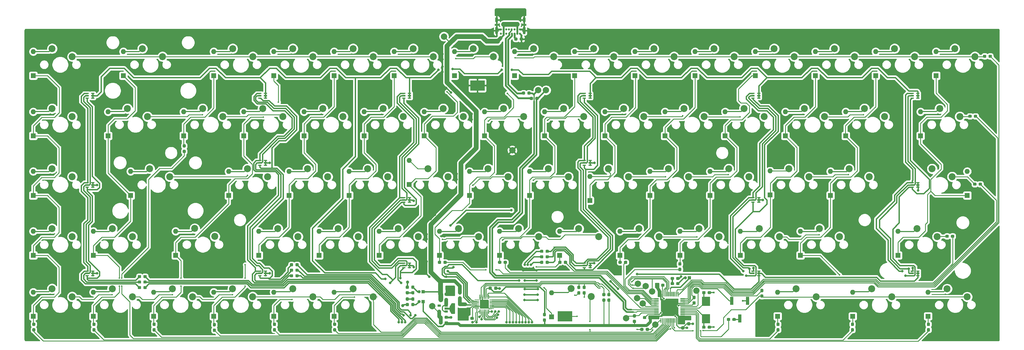
<source format=gbr>
%TF.GenerationSoftware,KiCad,Pcbnew,(5.1.6)-1*%
%TF.CreationDate,2021-08-29T18:58:36-04:00*%
%TF.ProjectId,QAZ_65,51415a5f-3635-42e6-9b69-6361645f7063,v1.2*%
%TF.SameCoordinates,Original*%
%TF.FileFunction,Copper,L1,Top*%
%TF.FilePolarity,Positive*%
%FSLAX46Y46*%
G04 Gerber Fmt 4.6, Leading zero omitted, Abs format (unit mm)*
G04 Created by KiCad (PCBNEW (5.1.6)-1) date 2021-08-29 18:58:36*
%MOMM*%
%LPD*%
G01*
G04 APERTURE LIST*
%TA.AperFunction,ComponentPad*%
%ADD10O,1.000000X1.000000*%
%TD*%
%TA.AperFunction,ComponentPad*%
%ADD11R,1.000000X1.000000*%
%TD*%
%TA.AperFunction,ComponentPad*%
%ADD12C,2.200000*%
%TD*%
%TA.AperFunction,SMDPad,CuDef*%
%ADD13R,1.000000X0.500000*%
%TD*%
%TA.AperFunction,SMDPad,CuDef*%
%ADD14R,1.000000X0.400000*%
%TD*%
%TA.AperFunction,ComponentPad*%
%ADD15C,0.650000*%
%TD*%
%TA.AperFunction,ComponentPad*%
%ADD16O,0.900000X2.400000*%
%TD*%
%TA.AperFunction,ComponentPad*%
%ADD17O,0.900000X1.700000*%
%TD*%
%TA.AperFunction,ComponentPad*%
%ADD18R,1.600000X1.600000*%
%TD*%
%TA.AperFunction,ComponentPad*%
%ADD19O,1.600000X1.600000*%
%TD*%
%TA.AperFunction,ComponentPad*%
%ADD20C,2.000000*%
%TD*%
%TA.AperFunction,ComponentPad*%
%ADD21C,1.524000*%
%TD*%
%TA.AperFunction,SMDPad,CuDef*%
%ADD22R,1.000000X2.500000*%
%TD*%
%TA.AperFunction,SMDPad,CuDef*%
%ADD23R,4.600000X3.300000*%
%TD*%
%TA.AperFunction,SMDPad,CuDef*%
%ADD24R,1.060000X0.650000*%
%TD*%
%TA.AperFunction,SMDPad,CuDef*%
%ADD25R,2.600000X2.900000*%
%TD*%
%TA.AperFunction,ViaPad*%
%ADD26C,2.000000*%
%TD*%
%TA.AperFunction,ViaPad*%
%ADD27C,0.800000*%
%TD*%
%TA.AperFunction,ViaPad*%
%ADD28C,0.609600*%
%TD*%
%TA.AperFunction,ViaPad*%
%ADD29C,0.914400*%
%TD*%
%TA.AperFunction,ViaPad*%
%ADD30C,1.000000*%
%TD*%
%TA.AperFunction,ViaPad*%
%ADD31C,0.500000*%
%TD*%
%TA.AperFunction,Conductor*%
%ADD32C,0.304800*%
%TD*%
%TA.AperFunction,Conductor*%
%ADD33C,0.250000*%
%TD*%
%TA.AperFunction,Conductor*%
%ADD34C,0.254000*%
%TD*%
%TA.AperFunction,Conductor*%
%ADD35C,0.914400*%
%TD*%
%TA.AperFunction,Conductor*%
%ADD36C,0.500000*%
%TD*%
%TA.AperFunction,Conductor*%
%ADD37C,0.400000*%
%TD*%
%TA.AperFunction,Conductor*%
%ADD38C,0.609600*%
%TD*%
%TA.AperFunction,Conductor*%
%ADD39C,0.350000*%
%TD*%
%TA.AperFunction,Conductor*%
%ADD40C,0.457200*%
%TD*%
%TA.AperFunction,Conductor*%
%ADD41C,0.300000*%
%TD*%
%TA.AperFunction,Conductor*%
%ADD42C,1.524000*%
%TD*%
%TA.AperFunction,Conductor*%
%ADD43C,1.219200*%
%TD*%
G04 APERTURE END LIST*
D10*
%TO.P,JP3,2*%
%TO.N,Net-(JP3-Pad2)*%
X266856000Y-166828000D03*
D11*
%TO.P,JP3,1*%
%TO.N,/HB_LED*%
X268126000Y-166828000D03*
%TD*%
D10*
%TO.P,JP2,2*%
%TO.N,Net-(JP2-Pad2)*%
X182756000Y-174328000D03*
D11*
%TO.P,JP2,1*%
%TO.N,+3V3*%
X184026000Y-174328000D03*
%TD*%
%TO.P,JP1,1*%
%TO.N,+5V*%
X184026000Y-171228000D03*
D10*
%TO.P,JP1,2*%
%TO.N,Net-(JP1-Pad2)*%
X182756000Y-171228000D03*
%TD*%
D12*
%TO.P,SW63,1*%
%TO.N,Net-(D65-Pad2)*%
X85926000Y-151248000D03*
%TO.P,SW63,2*%
%TO.N,/QAZ Keys/ROW03*%
X92276000Y-153788000D03*
%TD*%
D13*
%TO.P,D89,4*%
%TO.N,/QAZ RGB/SW3*%
X340276000Y-109178000D03*
%TO.P,D89,3*%
%TO.N,Net-(D77-Pad3)*%
X338476000Y-109178000D03*
D14*
%TO.P,D89,2*%
%TO.N,/QAZ RGB/SW3*%
X340276000Y-109903000D03*
%TO.P,D89,1*%
%TO.N,Net-(D77-Pad1)*%
X338476000Y-109903000D03*
%TO.P,D89,6*%
%TO.N,/QAZ RGB/SW3*%
X340276000Y-108453000D03*
%TO.P,D89,5*%
%TO.N,Net-(D77-Pad5)*%
X338476000Y-108453000D03*
%TD*%
D13*
%TO.P,D88,4*%
%TO.N,/QAZ RGB/SW3*%
X290026000Y-109178000D03*
%TO.P,D88,3*%
%TO.N,Net-(D76-Pad3)*%
X288226000Y-109178000D03*
D14*
%TO.P,D88,2*%
%TO.N,/QAZ RGB/SW3*%
X290026000Y-109903000D03*
%TO.P,D88,1*%
%TO.N,Net-(D76-Pad1)*%
X288226000Y-109903000D03*
%TO.P,D88,6*%
%TO.N,/QAZ RGB/SW3*%
X290026000Y-108453000D03*
%TO.P,D88,5*%
%TO.N,Net-(D76-Pad5)*%
X288226000Y-108453000D03*
%TD*%
D13*
%TO.P,D87,4*%
%TO.N,/QAZ RGB/SW3*%
X236776000Y-109178000D03*
%TO.P,D87,3*%
%TO.N,Net-(D75-Pad3)*%
X234976000Y-109178000D03*
D14*
%TO.P,D87,2*%
%TO.N,/QAZ RGB/SW3*%
X236776000Y-109903000D03*
%TO.P,D87,1*%
%TO.N,Net-(D75-Pad1)*%
X234976000Y-109903000D03*
%TO.P,D87,6*%
%TO.N,/QAZ RGB/SW3*%
X236776000Y-108453000D03*
%TO.P,D87,5*%
%TO.N,Net-(D75-Pad5)*%
X234976000Y-108453000D03*
%TD*%
D13*
%TO.P,D86,4*%
%TO.N,/QAZ RGB/SW3*%
X179776000Y-109178000D03*
%TO.P,D86,3*%
%TO.N,Net-(D74-Pad3)*%
X177976000Y-109178000D03*
D14*
%TO.P,D86,2*%
%TO.N,/QAZ RGB/SW3*%
X179776000Y-109903000D03*
%TO.P,D86,1*%
%TO.N,Net-(D74-Pad1)*%
X177976000Y-109903000D03*
%TO.P,D86,6*%
%TO.N,/QAZ RGB/SW3*%
X179776000Y-108453000D03*
%TO.P,D86,5*%
%TO.N,Net-(D74-Pad5)*%
X177976000Y-108453000D03*
%TD*%
D13*
%TO.P,D85,4*%
%TO.N,/QAZ RGB/SW3*%
X134276000Y-109178000D03*
%TO.P,D85,3*%
%TO.N,Net-(D73-Pad3)*%
X132476000Y-109178000D03*
D14*
%TO.P,D85,2*%
%TO.N,/QAZ RGB/SW3*%
X134276000Y-109903000D03*
%TO.P,D85,1*%
%TO.N,Net-(D73-Pad1)*%
X132476000Y-109903000D03*
%TO.P,D85,6*%
%TO.N,/QAZ RGB/SW3*%
X134276000Y-108453000D03*
%TO.P,D85,5*%
%TO.N,Net-(D73-Pad5)*%
X132476000Y-108453000D03*
%TD*%
D13*
%TO.P,D84,4*%
%TO.N,/QAZ RGB/SW3*%
X79776000Y-109178000D03*
%TO.P,D84,3*%
%TO.N,Net-(D72-Pad3)*%
X77976000Y-109178000D03*
D14*
%TO.P,D84,2*%
%TO.N,/QAZ RGB/SW3*%
X79776000Y-109903000D03*
%TO.P,D84,1*%
%TO.N,Net-(D72-Pad1)*%
X77976000Y-109903000D03*
%TO.P,D84,6*%
%TO.N,/QAZ RGB/SW3*%
X79776000Y-108453000D03*
%TO.P,D84,5*%
%TO.N,Net-(D72-Pad5)*%
X77976000Y-108453000D03*
%TD*%
D13*
%TO.P,D83,4*%
%TO.N,/QAZ RGB/SW2*%
X340276000Y-137428000D03*
%TO.P,D83,3*%
%TO.N,Net-(D77-Pad3)*%
X338476000Y-137428000D03*
D14*
%TO.P,D83,2*%
%TO.N,/QAZ RGB/SW2*%
X340276000Y-138153000D03*
%TO.P,D83,1*%
%TO.N,Net-(D77-Pad1)*%
X338476000Y-138153000D03*
%TO.P,D83,6*%
%TO.N,/QAZ RGB/SW2*%
X340276000Y-136703000D03*
%TO.P,D83,5*%
%TO.N,Net-(D77-Pad5)*%
X338476000Y-136703000D03*
%TD*%
D13*
%TO.P,D82,4*%
%TO.N,/QAZ RGB/SW2*%
X290026000Y-142178000D03*
%TO.P,D82,3*%
%TO.N,Net-(D76-Pad3)*%
X288226000Y-142178000D03*
D14*
%TO.P,D82,2*%
%TO.N,/QAZ RGB/SW2*%
X290026000Y-142903000D03*
%TO.P,D82,1*%
%TO.N,Net-(D76-Pad1)*%
X288226000Y-142903000D03*
%TO.P,D82,6*%
%TO.N,/QAZ RGB/SW2*%
X290026000Y-141453000D03*
%TO.P,D82,5*%
%TO.N,Net-(D76-Pad5)*%
X288226000Y-141453000D03*
%TD*%
D13*
%TO.P,D81,4*%
%TO.N,/QAZ RGB/SW2*%
X236776000Y-130428000D03*
%TO.P,D81,3*%
%TO.N,Net-(D75-Pad3)*%
X234976000Y-130428000D03*
D14*
%TO.P,D81,2*%
%TO.N,/QAZ RGB/SW2*%
X236776000Y-131153000D03*
%TO.P,D81,1*%
%TO.N,Net-(D75-Pad1)*%
X234976000Y-131153000D03*
%TO.P,D81,6*%
%TO.N,/QAZ RGB/SW2*%
X236776000Y-129703000D03*
%TO.P,D81,5*%
%TO.N,Net-(D75-Pad5)*%
X234976000Y-129703000D03*
%TD*%
D13*
%TO.P,D80,4*%
%TO.N,/QAZ RGB/SW2*%
X179776000Y-142178000D03*
%TO.P,D80,3*%
%TO.N,Net-(D74-Pad3)*%
X177976000Y-142178000D03*
D14*
%TO.P,D80,2*%
%TO.N,/QAZ RGB/SW2*%
X179776000Y-142903000D03*
%TO.P,D80,1*%
%TO.N,Net-(D74-Pad1)*%
X177976000Y-142903000D03*
%TO.P,D80,6*%
%TO.N,/QAZ RGB/SW2*%
X179776000Y-141453000D03*
%TO.P,D80,5*%
%TO.N,Net-(D74-Pad5)*%
X177976000Y-141453000D03*
%TD*%
%TO.P,D79,5*%
%TO.N,Net-(D73-Pad5)*%
X132476000Y-129703000D03*
%TO.P,D79,6*%
%TO.N,/QAZ RGB/SW2*%
X134276000Y-129703000D03*
%TO.P,D79,1*%
%TO.N,Net-(D73-Pad1)*%
X132476000Y-131153000D03*
%TO.P,D79,2*%
%TO.N,/QAZ RGB/SW2*%
X134276000Y-131153000D03*
D13*
%TO.P,D79,3*%
%TO.N,Net-(D73-Pad3)*%
X132476000Y-130428000D03*
%TO.P,D79,4*%
%TO.N,/QAZ RGB/SW2*%
X134276000Y-130428000D03*
%TD*%
%TO.P,D78,4*%
%TO.N,/QAZ RGB/SW2*%
X79776000Y-137428000D03*
%TO.P,D78,3*%
%TO.N,Net-(D72-Pad3)*%
X77976000Y-137428000D03*
D14*
%TO.P,D78,2*%
%TO.N,/QAZ RGB/SW2*%
X79776000Y-138153000D03*
%TO.P,D78,1*%
%TO.N,Net-(D72-Pad1)*%
X77976000Y-138153000D03*
%TO.P,D78,6*%
%TO.N,/QAZ RGB/SW2*%
X79776000Y-136703000D03*
%TO.P,D78,5*%
%TO.N,Net-(D72-Pad5)*%
X77976000Y-136703000D03*
%TD*%
D13*
%TO.P,D77,4*%
%TO.N,/QAZ RGB/SW1*%
X340276000Y-165428000D03*
%TO.P,D77,3*%
%TO.N,Net-(D77-Pad3)*%
X338476000Y-165428000D03*
D14*
%TO.P,D77,2*%
%TO.N,/QAZ RGB/SW1*%
X340276000Y-166153000D03*
%TO.P,D77,1*%
%TO.N,Net-(D77-Pad1)*%
X338476000Y-166153000D03*
%TO.P,D77,6*%
%TO.N,/QAZ RGB/SW1*%
X340276000Y-164703000D03*
%TO.P,D77,5*%
%TO.N,Net-(D77-Pad5)*%
X338476000Y-164703000D03*
%TD*%
D13*
%TO.P,D76,4*%
%TO.N,/QAZ RGB/SW1*%
X290026000Y-165428000D03*
%TO.P,D76,3*%
%TO.N,Net-(D76-Pad3)*%
X288226000Y-165428000D03*
D14*
%TO.P,D76,2*%
%TO.N,/QAZ RGB/SW1*%
X290026000Y-166153000D03*
%TO.P,D76,1*%
%TO.N,Net-(D76-Pad1)*%
X288226000Y-166153000D03*
%TO.P,D76,6*%
%TO.N,/QAZ RGB/SW1*%
X290026000Y-164703000D03*
%TO.P,D76,5*%
%TO.N,Net-(D76-Pad5)*%
X288226000Y-164703000D03*
%TD*%
D13*
%TO.P,D75,4*%
%TO.N,/QAZ RGB/SW1*%
X236776000Y-162928000D03*
%TO.P,D75,3*%
%TO.N,Net-(D75-Pad3)*%
X234976000Y-162928000D03*
D14*
%TO.P,D75,2*%
%TO.N,/QAZ RGB/SW1*%
X236776000Y-163653000D03*
%TO.P,D75,1*%
%TO.N,Net-(D75-Pad1)*%
X234976000Y-163653000D03*
%TO.P,D75,6*%
%TO.N,/QAZ RGB/SW1*%
X236776000Y-162203000D03*
%TO.P,D75,5*%
%TO.N,Net-(D75-Pad5)*%
X234976000Y-162203000D03*
%TD*%
D13*
%TO.P,D74,4*%
%TO.N,/QAZ RGB/SW1*%
X179776000Y-162928000D03*
%TO.P,D74,3*%
%TO.N,Net-(D74-Pad3)*%
X177976000Y-162928000D03*
D14*
%TO.P,D74,2*%
%TO.N,/QAZ RGB/SW1*%
X179776000Y-163653000D03*
%TO.P,D74,1*%
%TO.N,Net-(D74-Pad1)*%
X177976000Y-163653000D03*
%TO.P,D74,6*%
%TO.N,/QAZ RGB/SW1*%
X179776000Y-162203000D03*
%TO.P,D74,5*%
%TO.N,Net-(D74-Pad5)*%
X177976000Y-162203000D03*
%TD*%
D13*
%TO.P,D73,4*%
%TO.N,/QAZ RGB/SW1*%
X134276000Y-165428000D03*
%TO.P,D73,3*%
%TO.N,Net-(D73-Pad3)*%
X132476000Y-165428000D03*
D14*
%TO.P,D73,2*%
%TO.N,/QAZ RGB/SW1*%
X134276000Y-166153000D03*
%TO.P,D73,1*%
%TO.N,Net-(D73-Pad1)*%
X132476000Y-166153000D03*
%TO.P,D73,6*%
%TO.N,/QAZ RGB/SW1*%
X134276000Y-164703000D03*
%TO.P,D73,5*%
%TO.N,Net-(D73-Pad5)*%
X132476000Y-164703000D03*
%TD*%
D13*
%TO.P,D72,4*%
%TO.N,/QAZ RGB/SW1*%
X79776000Y-165428000D03*
%TO.P,D72,3*%
%TO.N,Net-(D72-Pad3)*%
X77976000Y-165428000D03*
D14*
%TO.P,D72,2*%
%TO.N,/QAZ RGB/SW1*%
X79776000Y-166153000D03*
%TO.P,D72,1*%
%TO.N,Net-(D72-Pad1)*%
X77976000Y-166153000D03*
%TO.P,D72,6*%
%TO.N,/QAZ RGB/SW1*%
X79776000Y-164703000D03*
%TO.P,D72,5*%
%TO.N,Net-(D72-Pad5)*%
X77976000Y-164703000D03*
%TD*%
D12*
%TO.P,SW29,2*%
%TO.N,/QAZ Keys/ROW04*%
X237126000Y-172768000D03*
%TO.P,SW29,1*%
%TO.N,Net-(D31-Pad2)*%
X230776000Y-170228000D03*
%TD*%
%TO.P,SW47,2*%
%TO.N,/QAZ Keys/ROW04*%
X149301000Y-172838000D03*
%TO.P,SW47,1*%
%TO.N,Net-(D49-Pad2)*%
X142951000Y-170298000D03*
%TD*%
%TO.P,SW52,1*%
%TO.N,Net-(D54-Pad2)*%
X123901000Y-170298000D03*
%TO.P,SW52,2*%
%TO.N,/QAZ Keys/ROW04*%
X130251000Y-172838000D03*
%TD*%
%TO.P,R16,1*%
%TO.N,Net-(D72-Pad3)*%
%TA.AperFunction,SMDPad,CuDef*%
G36*
G01*
X93976000Y-168415500D02*
X93976000Y-167940500D01*
G75*
G02*
X94213500Y-167703000I237500J0D01*
G01*
X94788500Y-167703000D01*
G75*
G02*
X95026000Y-167940500I0J-237500D01*
G01*
X95026000Y-168415500D01*
G75*
G02*
X94788500Y-168653000I-237500J0D01*
G01*
X94213500Y-168653000D01*
G75*
G02*
X93976000Y-168415500I0J237500D01*
G01*
G37*
%TD.AperFunction*%
%TO.P,R16,2*%
%TO.N,/QAZ RGB/CS16*%
%TA.AperFunction,SMDPad,CuDef*%
G36*
G01*
X95726000Y-168415500D02*
X95726000Y-167940500D01*
G75*
G02*
X95963500Y-167703000I237500J0D01*
G01*
X96538500Y-167703000D01*
G75*
G02*
X96776000Y-167940500I0J-237500D01*
G01*
X96776000Y-168415500D01*
G75*
G02*
X96538500Y-168653000I-237500J0D01*
G01*
X95963500Y-168653000D01*
G75*
G02*
X95726000Y-168415500I0J237500D01*
G01*
G37*
%TD.AperFunction*%
%TD*%
%TO.P,SB9,1*%
%TO.N,/USB_D-*%
%TA.AperFunction,SMDPad,CuDef*%
G36*
G01*
X217726000Y-110265500D02*
X217726000Y-109790500D01*
G75*
G02*
X217963500Y-109553000I237500J0D01*
G01*
X218538500Y-109553000D01*
G75*
G02*
X218776000Y-109790500I0J-237500D01*
G01*
X218776000Y-110265500D01*
G75*
G02*
X218538500Y-110503000I-237500J0D01*
G01*
X217963500Y-110503000D01*
G75*
G02*
X217726000Y-110265500I0J237500D01*
G01*
G37*
%TD.AperFunction*%
%TO.P,SB9,2*%
%TO.N,/USB_D_-*%
%TA.AperFunction,SMDPad,CuDef*%
G36*
G01*
X219476000Y-110265500D02*
X219476000Y-109790500D01*
G75*
G02*
X219713500Y-109553000I237500J0D01*
G01*
X220288500Y-109553000D01*
G75*
G02*
X220526000Y-109790500I0J-237500D01*
G01*
X220526000Y-110265500D01*
G75*
G02*
X220288500Y-110503000I-237500J0D01*
G01*
X219713500Y-110503000D01*
G75*
G02*
X219476000Y-110265500I0J237500D01*
G01*
G37*
%TD.AperFunction*%
%TD*%
%TO.P,SB8,1*%
%TO.N,/USB_D+*%
%TA.AperFunction,SMDPad,CuDef*%
G36*
G01*
X215226000Y-108565500D02*
X215226000Y-108090500D01*
G75*
G02*
X215463500Y-107853000I237500J0D01*
G01*
X216038500Y-107853000D01*
G75*
G02*
X216276000Y-108090500I0J-237500D01*
G01*
X216276000Y-108565500D01*
G75*
G02*
X216038500Y-108803000I-237500J0D01*
G01*
X215463500Y-108803000D01*
G75*
G02*
X215226000Y-108565500I0J237500D01*
G01*
G37*
%TD.AperFunction*%
%TO.P,SB8,2*%
%TO.N,/USB_D_+*%
%TA.AperFunction,SMDPad,CuDef*%
G36*
G01*
X216976000Y-108565500D02*
X216976000Y-108090500D01*
G75*
G02*
X217213500Y-107853000I237500J0D01*
G01*
X217788500Y-107853000D01*
G75*
G02*
X218026000Y-108090500I0J-237500D01*
G01*
X218026000Y-108565500D01*
G75*
G02*
X217788500Y-108803000I-237500J0D01*
G01*
X217213500Y-108803000D01*
G75*
G02*
X216976000Y-108565500I0J237500D01*
G01*
G37*
%TD.AperFunction*%
%TD*%
%TO.P,SW20,2*%
%TO.N,/QAZ Keys/ROW03*%
X277551000Y-153788000D03*
%TO.P,SW20,1*%
%TO.N,Net-(D22-Pad2)*%
X271201000Y-151248000D03*
%TD*%
%TO.P,R9,1*%
%TO.N,GND*%
%TA.AperFunction,SMDPad,CuDef*%
G36*
G01*
X215626000Y-90990500D02*
X215626000Y-91465500D01*
G75*
G02*
X215388500Y-91703000I-237500J0D01*
G01*
X214813500Y-91703000D01*
G75*
G02*
X214576000Y-91465500I0J237500D01*
G01*
X214576000Y-90990500D01*
G75*
G02*
X214813500Y-90753000I237500J0D01*
G01*
X215388500Y-90753000D01*
G75*
G02*
X215626000Y-90990500I0J-237500D01*
G01*
G37*
%TD.AperFunction*%
%TO.P,R9,2*%
%TO.N,Net-(CN1-PadA5)*%
%TA.AperFunction,SMDPad,CuDef*%
G36*
G01*
X213876000Y-90990500D02*
X213876000Y-91465500D01*
G75*
G02*
X213638500Y-91703000I-237500J0D01*
G01*
X213063500Y-91703000D01*
G75*
G02*
X212826000Y-91465500I0J237500D01*
G01*
X212826000Y-90990500D01*
G75*
G02*
X213063500Y-90753000I237500J0D01*
G01*
X213638500Y-90753000D01*
G75*
G02*
X213876000Y-90990500I0J-237500D01*
G01*
G37*
%TD.AperFunction*%
%TD*%
D15*
%TO.P,CN1,A5*%
%TO.N,Net-(CN1-PadA5)*%
X212901000Y-89528000D03*
%TO.P,CN1,A1*%
%TO.N,GND*%
X214601000Y-89528000D03*
%TO.P,CN1,A4*%
%TO.N,+5V*%
X213751000Y-89528000D03*
%TO.P,CN1,A6*%
%TO.N,/USB_D+*%
X212051000Y-89528000D03*
%TO.P,CN1,A7*%
%TO.N,/USB_D-*%
X211201000Y-89528000D03*
%TO.P,CN1,A8*%
%TO.N,Net-(CN1-PadA8)*%
X210351000Y-89528000D03*
%TO.P,CN1,A9*%
%TO.N,+5V*%
X209501000Y-89528000D03*
%TO.P,CN1,A12*%
%TO.N,GND*%
X208651000Y-89528000D03*
%TO.P,CN1,B12*%
X214601000Y-88203000D03*
%TO.P,CN1,B9*%
%TO.N,+5V*%
X213746000Y-88203000D03*
%TO.P,CN1,B8*%
%TO.N,Net-(CN1-PadB8)*%
X212896000Y-88203000D03*
%TO.P,CN1,B7*%
%TO.N,/USB_D-*%
X212046000Y-88203000D03*
%TO.P,CN1,B6*%
%TO.N,/USB_D+*%
X211196000Y-88203000D03*
%TO.P,CN1,B5*%
%TO.N,Net-(CN1-PadB5)*%
X210346000Y-88203000D03*
%TO.P,CN1,B4*%
%TO.N,+5V*%
X209496000Y-88203000D03*
%TO.P,CN1,B1*%
%TO.N,GND*%
X208646000Y-88203000D03*
D16*
%TO.P,CN1,S1*%
X215951000Y-88548000D03*
X207301000Y-88548000D03*
D17*
X215951000Y-85168000D03*
X207301000Y-85168000D03*
%TD*%
D18*
%TO.P,D27,1*%
%TO.N,/QAZ Keys/COL05*%
X250942000Y-102822000D03*
D19*
%TO.P,D27,2*%
%TO.N,Net-(D27-Pad2)*%
X250942000Y-95202000D03*
%TD*%
D20*
%TO.P,TP15,1*%
%TO.N,/SWCLK*%
X257376000Y-181678000D03*
%TD*%
%TO.P,TP14,1*%
%TO.N,/SWDIO*%
X248176000Y-179628000D03*
%TD*%
%TO.P,TP11,1*%
%TO.N,/DBG_TX*%
X253426000Y-174978000D03*
%TD*%
%TO.P,R3,1*%
%TO.N,GND*%
%TA.AperFunction,SMDPad,CuDef*%
G36*
G01*
X252601000Y-183415500D02*
X252601000Y-182940500D01*
G75*
G02*
X252838500Y-182703000I237500J0D01*
G01*
X253413500Y-182703000D01*
G75*
G02*
X253651000Y-182940500I0J-237500D01*
G01*
X253651000Y-183415500D01*
G75*
G02*
X253413500Y-183653000I-237500J0D01*
G01*
X252838500Y-183653000D01*
G75*
G02*
X252601000Y-183415500I0J237500D01*
G01*
G37*
%TD.AperFunction*%
%TO.P,R3,2*%
%TO.N,/SWCLK*%
%TA.AperFunction,SMDPad,CuDef*%
G36*
G01*
X254351000Y-183415500D02*
X254351000Y-182940500D01*
G75*
G02*
X254588500Y-182703000I237500J0D01*
G01*
X255163500Y-182703000D01*
G75*
G02*
X255401000Y-182940500I0J-237500D01*
G01*
X255401000Y-183415500D01*
G75*
G02*
X255163500Y-183653000I-237500J0D01*
G01*
X254588500Y-183653000D01*
G75*
G02*
X254351000Y-183415500I0J237500D01*
G01*
G37*
%TD.AperFunction*%
%TD*%
%TO.P,R2,1*%
%TO.N,/SWDIO*%
%TA.AperFunction,SMDPad,CuDef*%
G36*
G01*
X250538500Y-178378000D02*
X251013500Y-178378000D01*
G75*
G02*
X251251000Y-178615500I0J-237500D01*
G01*
X251251000Y-179190500D01*
G75*
G02*
X251013500Y-179428000I-237500J0D01*
G01*
X250538500Y-179428000D01*
G75*
G02*
X250301000Y-179190500I0J237500D01*
G01*
X250301000Y-178615500D01*
G75*
G02*
X250538500Y-178378000I237500J0D01*
G01*
G37*
%TD.AperFunction*%
%TO.P,R2,2*%
%TO.N,+3V3*%
%TA.AperFunction,SMDPad,CuDef*%
G36*
G01*
X250538500Y-180128000D02*
X251013500Y-180128000D01*
G75*
G02*
X251251000Y-180365500I0J-237500D01*
G01*
X251251000Y-180940500D01*
G75*
G02*
X251013500Y-181178000I-237500J0D01*
G01*
X250538500Y-181178000D01*
G75*
G02*
X250301000Y-180940500I0J237500D01*
G01*
X250301000Y-180365500D01*
G75*
G02*
X250538500Y-180128000I237500J0D01*
G01*
G37*
%TD.AperFunction*%
%TD*%
%TO.P,R5,1*%
%TO.N,Net-(D3-Pad2)*%
%TA.AperFunction,SMDPad,CuDef*%
G36*
G01*
X262226000Y-168915500D02*
X262226000Y-168440500D01*
G75*
G02*
X262463500Y-168203000I237500J0D01*
G01*
X263038500Y-168203000D01*
G75*
G02*
X263276000Y-168440500I0J-237500D01*
G01*
X263276000Y-168915500D01*
G75*
G02*
X263038500Y-169153000I-237500J0D01*
G01*
X262463500Y-169153000D01*
G75*
G02*
X262226000Y-168915500I0J237500D01*
G01*
G37*
%TD.AperFunction*%
%TO.P,R5,2*%
%TO.N,Net-(JP3-Pad2)*%
%TA.AperFunction,SMDPad,CuDef*%
G36*
G01*
X263976000Y-168915500D02*
X263976000Y-168440500D01*
G75*
G02*
X264213500Y-168203000I237500J0D01*
G01*
X264788500Y-168203000D01*
G75*
G02*
X265026000Y-168440500I0J-237500D01*
G01*
X265026000Y-168915500D01*
G75*
G02*
X264788500Y-169153000I-237500J0D01*
G01*
X264213500Y-169153000D01*
G75*
G02*
X263976000Y-168915500I0J237500D01*
G01*
G37*
%TD.AperFunction*%
%TD*%
%TO.P,D3,1*%
%TO.N,GND*%
%TA.AperFunction,SMDPad,CuDef*%
G36*
G01*
X265026000Y-166790500D02*
X265026000Y-167265500D01*
G75*
G02*
X264788500Y-167503000I-237500J0D01*
G01*
X264213500Y-167503000D01*
G75*
G02*
X263976000Y-167265500I0J237500D01*
G01*
X263976000Y-166790500D01*
G75*
G02*
X264213500Y-166553000I237500J0D01*
G01*
X264788500Y-166553000D01*
G75*
G02*
X265026000Y-166790500I0J-237500D01*
G01*
G37*
%TD.AperFunction*%
%TO.P,D3,2*%
%TO.N,Net-(D3-Pad2)*%
%TA.AperFunction,SMDPad,CuDef*%
G36*
G01*
X263276000Y-166790500D02*
X263276000Y-167265500D01*
G75*
G02*
X263038500Y-167503000I-237500J0D01*
G01*
X262463500Y-167503000D01*
G75*
G02*
X262226000Y-167265500I0J237500D01*
G01*
X262226000Y-166790500D01*
G75*
G02*
X262463500Y-166553000I237500J0D01*
G01*
X263038500Y-166553000D01*
G75*
G02*
X263276000Y-166790500I0J-237500D01*
G01*
G37*
%TD.AperFunction*%
%TD*%
%TO.P,U3,19*%
%TO.N,Net-(C11-Pad2)*%
%TA.AperFunction,SMDPad,CuDef*%
G36*
G01*
X204026000Y-173528000D02*
X203926000Y-173528000D01*
G75*
G02*
X203876000Y-173478000I0J50000D01*
G01*
X203876000Y-172178000D01*
G75*
G02*
X203926000Y-172128000I50000J0D01*
G01*
X204026000Y-172128000D01*
G75*
G02*
X204076000Y-172178000I0J-50000D01*
G01*
X204076000Y-173478000D01*
G75*
G02*
X204026000Y-173528000I-50000J0D01*
G01*
G37*
%TD.AperFunction*%
%TO.P,U3,9*%
%TO.N,GND*%
%TA.AperFunction,SMDPad,CuDef*%
G36*
G01*
X206376000Y-176678000D02*
X205076000Y-176678000D01*
G75*
G02*
X205026000Y-176628000I0J50000D01*
G01*
X205026000Y-176528000D01*
G75*
G02*
X205076000Y-176478000I50000J0D01*
G01*
X206376000Y-176478000D01*
G75*
G02*
X206426000Y-176528000I0J-50000D01*
G01*
X206426000Y-176628000D01*
G75*
G02*
X206376000Y-176678000I-50000J0D01*
G01*
G37*
%TD.AperFunction*%
%TO.P,U3,6*%
%TO.N,/QAZ RGB/CS7*%
%TA.AperFunction,SMDPad,CuDef*%
G36*
G01*
X204026000Y-178228000D02*
X203926000Y-178228000D01*
G75*
G02*
X203876000Y-178178000I0J50000D01*
G01*
X203876000Y-176878000D01*
G75*
G02*
X203926000Y-176828000I50000J0D01*
G01*
X204026000Y-176828000D01*
G75*
G02*
X204076000Y-176878000I0J-50000D01*
G01*
X204076000Y-178178000D01*
G75*
G02*
X204026000Y-178228000I-50000J0D01*
G01*
G37*
%TD.AperFunction*%
%TO.P,U3,33*%
%TO.N,GND*%
%TA.AperFunction,SMDPad,CuDef*%
G36*
G01*
X204535201Y-176578000D02*
X202216799Y-176578000D01*
G75*
G02*
X201976000Y-176337201I0J240799D01*
G01*
X201976000Y-174018799D01*
G75*
G02*
X202216799Y-173778000I240799J0D01*
G01*
X204535201Y-173778000D01*
G75*
G02*
X204776000Y-174018799I0J-240799D01*
G01*
X204776000Y-176337201D01*
G75*
G02*
X204535201Y-176578000I-240799J0D01*
G01*
G37*
%TD.AperFunction*%
%TO.P,U3,21*%
%TO.N,/LED_SCL*%
%TA.AperFunction,SMDPad,CuDef*%
G36*
G01*
X203226000Y-173528000D02*
X203126000Y-173528000D01*
G75*
G02*
X203076000Y-173478000I0J50000D01*
G01*
X203076000Y-172178000D01*
G75*
G02*
X203126000Y-172128000I50000J0D01*
G01*
X203226000Y-172128000D01*
G75*
G02*
X203276000Y-172178000I0J-50000D01*
G01*
X203276000Y-173478000D01*
G75*
G02*
X203226000Y-173528000I-50000J0D01*
G01*
G37*
%TD.AperFunction*%
%TO.P,U3,15*%
%TO.N,/QAZ RGB/CS15*%
%TA.AperFunction,SMDPad,CuDef*%
G36*
G01*
X206376000Y-174278000D02*
X205076000Y-174278000D01*
G75*
G02*
X205026000Y-174228000I0J50000D01*
G01*
X205026000Y-174128000D01*
G75*
G02*
X205076000Y-174078000I50000J0D01*
G01*
X206376000Y-174078000D01*
G75*
G02*
X206426000Y-174128000I0J-50000D01*
G01*
X206426000Y-174228000D01*
G75*
G02*
X206376000Y-174278000I-50000J0D01*
G01*
G37*
%TD.AperFunction*%
%TO.P,U3,2*%
%TO.N,/QAZ RGB/CS3*%
%TA.AperFunction,SMDPad,CuDef*%
G36*
G01*
X202426000Y-178228000D02*
X202326000Y-178228000D01*
G75*
G02*
X202276000Y-178178000I0J50000D01*
G01*
X202276000Y-176878000D01*
G75*
G02*
X202326000Y-176828000I50000J0D01*
G01*
X202426000Y-176828000D01*
G75*
G02*
X202476000Y-176878000I0J-50000D01*
G01*
X202476000Y-178178000D01*
G75*
G02*
X202426000Y-178228000I-50000J0D01*
G01*
G37*
%TD.AperFunction*%
%TO.P,U3,14*%
%TO.N,/QAZ RGB/CS14*%
%TA.AperFunction,SMDPad,CuDef*%
G36*
G01*
X206376000Y-174678000D02*
X205076000Y-174678000D01*
G75*
G02*
X205026000Y-174628000I0J50000D01*
G01*
X205026000Y-174528000D01*
G75*
G02*
X205076000Y-174478000I50000J0D01*
G01*
X206376000Y-174478000D01*
G75*
G02*
X206426000Y-174528000I0J-50000D01*
G01*
X206426000Y-174628000D01*
G75*
G02*
X206376000Y-174678000I-50000J0D01*
G01*
G37*
%TD.AperFunction*%
%TO.P,U3,1*%
%TO.N,/QAZ RGB/CS2*%
%TA.AperFunction,SMDPad,CuDef*%
G36*
G01*
X202026000Y-178228000D02*
X201926000Y-178228000D01*
G75*
G02*
X201876000Y-178178000I0J50000D01*
G01*
X201876000Y-176878000D01*
G75*
G02*
X201926000Y-176828000I50000J0D01*
G01*
X202026000Y-176828000D01*
G75*
G02*
X202076000Y-176878000I0J-50000D01*
G01*
X202076000Y-178178000D01*
G75*
G02*
X202026000Y-178228000I-50000J0D01*
G01*
G37*
%TD.AperFunction*%
%TO.P,U3,18*%
%TO.N,/QAZ RGB/CS18*%
%TA.AperFunction,SMDPad,CuDef*%
G36*
G01*
X204426000Y-173528000D02*
X204326000Y-173528000D01*
G75*
G02*
X204276000Y-173478000I0J50000D01*
G01*
X204276000Y-172178000D01*
G75*
G02*
X204326000Y-172128000I50000J0D01*
G01*
X204426000Y-172128000D01*
G75*
G02*
X204476000Y-172178000I0J-50000D01*
G01*
X204476000Y-173478000D01*
G75*
G02*
X204426000Y-173528000I-50000J0D01*
G01*
G37*
%TD.AperFunction*%
%TO.P,U3,5*%
%TO.N,/QAZ RGB/CS6*%
%TA.AperFunction,SMDPad,CuDef*%
G36*
G01*
X203626000Y-178228000D02*
X203526000Y-178228000D01*
G75*
G02*
X203476000Y-178178000I0J50000D01*
G01*
X203476000Y-176878000D01*
G75*
G02*
X203526000Y-176828000I50000J0D01*
G01*
X203626000Y-176828000D01*
G75*
G02*
X203676000Y-176878000I0J-50000D01*
G01*
X203676000Y-178178000D01*
G75*
G02*
X203626000Y-178228000I-50000J0D01*
G01*
G37*
%TD.AperFunction*%
%TO.P,U3,31*%
%TO.N,Net-(R35-Pad2)*%
%TA.AperFunction,SMDPad,CuDef*%
G36*
G01*
X201676000Y-176278000D02*
X200376000Y-176278000D01*
G75*
G02*
X200326000Y-176228000I0J50000D01*
G01*
X200326000Y-176128000D01*
G75*
G02*
X200376000Y-176078000I50000J0D01*
G01*
X201676000Y-176078000D01*
G75*
G02*
X201726000Y-176128000I0J-50000D01*
G01*
X201726000Y-176228000D01*
G75*
G02*
X201676000Y-176278000I-50000J0D01*
G01*
G37*
%TD.AperFunction*%
%TO.P,U3,28*%
%TO.N,/QAZ RGB/SW1*%
%TA.AperFunction,SMDPad,CuDef*%
G36*
G01*
X201676000Y-175078000D02*
X200376000Y-175078000D01*
G75*
G02*
X200326000Y-175028000I0J50000D01*
G01*
X200326000Y-174928000D01*
G75*
G02*
X200376000Y-174878000I50000J0D01*
G01*
X201676000Y-174878000D01*
G75*
G02*
X201726000Y-174928000I0J-50000D01*
G01*
X201726000Y-175028000D01*
G75*
G02*
X201676000Y-175078000I-50000J0D01*
G01*
G37*
%TD.AperFunction*%
%TO.P,U3,27*%
%TO.N,/QAZ RGB/SW2*%
%TA.AperFunction,SMDPad,CuDef*%
G36*
G01*
X201676000Y-174678000D02*
X200376000Y-174678000D01*
G75*
G02*
X200326000Y-174628000I0J50000D01*
G01*
X200326000Y-174528000D01*
G75*
G02*
X200376000Y-174478000I50000J0D01*
G01*
X201676000Y-174478000D01*
G75*
G02*
X201726000Y-174528000I0J-50000D01*
G01*
X201726000Y-174628000D01*
G75*
G02*
X201676000Y-174678000I-50000J0D01*
G01*
G37*
%TD.AperFunction*%
%TO.P,U3,16*%
%TO.N,/QAZ RGB/CS16*%
%TA.AperFunction,SMDPad,CuDef*%
G36*
G01*
X206376000Y-173878000D02*
X205076000Y-173878000D01*
G75*
G02*
X205026000Y-173828000I0J50000D01*
G01*
X205026000Y-173728000D01*
G75*
G02*
X205076000Y-173678000I50000J0D01*
G01*
X206376000Y-173678000D01*
G75*
G02*
X206426000Y-173728000I0J-50000D01*
G01*
X206426000Y-173828000D01*
G75*
G02*
X206376000Y-173878000I-50000J0D01*
G01*
G37*
%TD.AperFunction*%
%TO.P,U3,3*%
%TO.N,/QAZ RGB/CS4*%
%TA.AperFunction,SMDPad,CuDef*%
G36*
G01*
X202826000Y-178228000D02*
X202726000Y-178228000D01*
G75*
G02*
X202676000Y-178178000I0J50000D01*
G01*
X202676000Y-176878000D01*
G75*
G02*
X202726000Y-176828000I50000J0D01*
G01*
X202826000Y-176828000D01*
G75*
G02*
X202876000Y-176878000I0J-50000D01*
G01*
X202876000Y-178178000D01*
G75*
G02*
X202826000Y-178228000I-50000J0D01*
G01*
G37*
%TD.AperFunction*%
%TO.P,U3,10*%
%TO.N,/QAZ RGB/CS10*%
%TA.AperFunction,SMDPad,CuDef*%
G36*
G01*
X206376000Y-176278000D02*
X205076000Y-176278000D01*
G75*
G02*
X205026000Y-176228000I0J50000D01*
G01*
X205026000Y-176128000D01*
G75*
G02*
X205076000Y-176078000I50000J0D01*
G01*
X206376000Y-176078000D01*
G75*
G02*
X206426000Y-176128000I0J-50000D01*
G01*
X206426000Y-176228000D01*
G75*
G02*
X206376000Y-176278000I-50000J0D01*
G01*
G37*
%TD.AperFunction*%
%TO.P,U3,8*%
%TO.N,/QAZ RGB/CS9*%
%TA.AperFunction,SMDPad,CuDef*%
G36*
G01*
X204826000Y-178228000D02*
X204726000Y-178228000D01*
G75*
G02*
X204676000Y-178178000I0J50000D01*
G01*
X204676000Y-176878000D01*
G75*
G02*
X204726000Y-176828000I50000J0D01*
G01*
X204826000Y-176828000D01*
G75*
G02*
X204876000Y-176878000I0J-50000D01*
G01*
X204876000Y-178178000D01*
G75*
G02*
X204826000Y-178228000I-50000J0D01*
G01*
G37*
%TD.AperFunction*%
%TO.P,U3,32*%
%TO.N,/QAZ RGB/CS1*%
%TA.AperFunction,SMDPad,CuDef*%
G36*
G01*
X201676000Y-176678000D02*
X200376000Y-176678000D01*
G75*
G02*
X200326000Y-176628000I0J50000D01*
G01*
X200326000Y-176528000D01*
G75*
G02*
X200376000Y-176478000I50000J0D01*
G01*
X201676000Y-176478000D01*
G75*
G02*
X201726000Y-176528000I0J-50000D01*
G01*
X201726000Y-176628000D01*
G75*
G02*
X201676000Y-176678000I-50000J0D01*
G01*
G37*
%TD.AperFunction*%
%TO.P,U3,25*%
%TO.N,Net-(U3-Pad25)*%
%TA.AperFunction,SMDPad,CuDef*%
G36*
G01*
X201676000Y-173878000D02*
X200376000Y-173878000D01*
G75*
G02*
X200326000Y-173828000I0J50000D01*
G01*
X200326000Y-173728000D01*
G75*
G02*
X200376000Y-173678000I50000J0D01*
G01*
X201676000Y-173678000D01*
G75*
G02*
X201726000Y-173728000I0J-50000D01*
G01*
X201726000Y-173828000D01*
G75*
G02*
X201676000Y-173878000I-50000J0D01*
G01*
G37*
%TD.AperFunction*%
%TO.P,U3,24*%
%TO.N,GND*%
%TA.AperFunction,SMDPad,CuDef*%
G36*
G01*
X202026000Y-173528000D02*
X201926000Y-173528000D01*
G75*
G02*
X201876000Y-173478000I0J50000D01*
G01*
X201876000Y-172178000D01*
G75*
G02*
X201926000Y-172128000I50000J0D01*
G01*
X202026000Y-172128000D01*
G75*
G02*
X202076000Y-172178000I0J-50000D01*
G01*
X202076000Y-173478000D01*
G75*
G02*
X202026000Y-173528000I-50000J0D01*
G01*
G37*
%TD.AperFunction*%
%TO.P,U3,23*%
%TO.N,/LED_SDA*%
%TA.AperFunction,SMDPad,CuDef*%
G36*
G01*
X202426000Y-173528000D02*
X202326000Y-173528000D01*
G75*
G02*
X202276000Y-173478000I0J50000D01*
G01*
X202276000Y-172178000D01*
G75*
G02*
X202326000Y-172128000I50000J0D01*
G01*
X202426000Y-172128000D01*
G75*
G02*
X202476000Y-172178000I0J-50000D01*
G01*
X202476000Y-173478000D01*
G75*
G02*
X202426000Y-173528000I-50000J0D01*
G01*
G37*
%TD.AperFunction*%
%TO.P,U3,12*%
%TO.N,/QAZ RGB/CS12*%
%TA.AperFunction,SMDPad,CuDef*%
G36*
G01*
X206376000Y-175478000D02*
X205076000Y-175478000D01*
G75*
G02*
X205026000Y-175428000I0J50000D01*
G01*
X205026000Y-175328000D01*
G75*
G02*
X205076000Y-175278000I50000J0D01*
G01*
X206376000Y-175278000D01*
G75*
G02*
X206426000Y-175328000I0J-50000D01*
G01*
X206426000Y-175428000D01*
G75*
G02*
X206376000Y-175478000I-50000J0D01*
G01*
G37*
%TD.AperFunction*%
%TO.P,U3,20*%
%TO.N,/LED_SDB*%
%TA.AperFunction,SMDPad,CuDef*%
G36*
G01*
X203626000Y-173528000D02*
X203526000Y-173528000D01*
G75*
G02*
X203476000Y-173478000I0J50000D01*
G01*
X203476000Y-172178000D01*
G75*
G02*
X203526000Y-172128000I50000J0D01*
G01*
X203626000Y-172128000D01*
G75*
G02*
X203676000Y-172178000I0J-50000D01*
G01*
X203676000Y-173478000D01*
G75*
G02*
X203626000Y-173528000I-50000J0D01*
G01*
G37*
%TD.AperFunction*%
%TO.P,U3,17*%
%TO.N,/QAZ RGB/CS17*%
%TA.AperFunction,SMDPad,CuDef*%
G36*
G01*
X204826000Y-173528000D02*
X204726000Y-173528000D01*
G75*
G02*
X204676000Y-173478000I0J50000D01*
G01*
X204676000Y-172178000D01*
G75*
G02*
X204726000Y-172128000I50000J0D01*
G01*
X204826000Y-172128000D01*
G75*
G02*
X204876000Y-172178000I0J-50000D01*
G01*
X204876000Y-173478000D01*
G75*
G02*
X204826000Y-173528000I-50000J0D01*
G01*
G37*
%TD.AperFunction*%
%TO.P,U3,13*%
%TO.N,/QAZ RGB/CS13*%
%TA.AperFunction,SMDPad,CuDef*%
G36*
G01*
X206376000Y-175078000D02*
X205076000Y-175078000D01*
G75*
G02*
X205026000Y-175028000I0J50000D01*
G01*
X205026000Y-174928000D01*
G75*
G02*
X205076000Y-174878000I50000J0D01*
G01*
X206376000Y-174878000D01*
G75*
G02*
X206426000Y-174928000I0J-50000D01*
G01*
X206426000Y-175028000D01*
G75*
G02*
X206376000Y-175078000I-50000J0D01*
G01*
G37*
%TD.AperFunction*%
%TO.P,U3,11*%
%TO.N,/QAZ RGB/CS11*%
%TA.AperFunction,SMDPad,CuDef*%
G36*
G01*
X206376000Y-175878000D02*
X205076000Y-175878000D01*
G75*
G02*
X205026000Y-175828000I0J50000D01*
G01*
X205026000Y-175728000D01*
G75*
G02*
X205076000Y-175678000I50000J0D01*
G01*
X206376000Y-175678000D01*
G75*
G02*
X206426000Y-175728000I0J-50000D01*
G01*
X206426000Y-175828000D01*
G75*
G02*
X206376000Y-175878000I-50000J0D01*
G01*
G37*
%TD.AperFunction*%
%TO.P,U3,7*%
%TO.N,/QAZ RGB/CS8*%
%TA.AperFunction,SMDPad,CuDef*%
G36*
G01*
X204426000Y-178228000D02*
X204326000Y-178228000D01*
G75*
G02*
X204276000Y-178178000I0J50000D01*
G01*
X204276000Y-176878000D01*
G75*
G02*
X204326000Y-176828000I50000J0D01*
G01*
X204426000Y-176828000D01*
G75*
G02*
X204476000Y-176878000I0J-50000D01*
G01*
X204476000Y-178178000D01*
G75*
G02*
X204426000Y-178228000I-50000J0D01*
G01*
G37*
%TD.AperFunction*%
%TO.P,U3,4*%
%TO.N,/QAZ RGB/CS5*%
%TA.AperFunction,SMDPad,CuDef*%
G36*
G01*
X203226000Y-178228000D02*
X203126000Y-178228000D01*
G75*
G02*
X203076000Y-178178000I0J50000D01*
G01*
X203076000Y-176878000D01*
G75*
G02*
X203126000Y-176828000I50000J0D01*
G01*
X203226000Y-176828000D01*
G75*
G02*
X203276000Y-176878000I0J-50000D01*
G01*
X203276000Y-178178000D01*
G75*
G02*
X203226000Y-178228000I-50000J0D01*
G01*
G37*
%TD.AperFunction*%
%TO.P,U3,30*%
%TO.N,GND*%
%TA.AperFunction,SMDPad,CuDef*%
G36*
G01*
X201676000Y-175878000D02*
X200376000Y-175878000D01*
G75*
G02*
X200326000Y-175828000I0J50000D01*
G01*
X200326000Y-175728000D01*
G75*
G02*
X200376000Y-175678000I50000J0D01*
G01*
X201676000Y-175678000D01*
G75*
G02*
X201726000Y-175728000I0J-50000D01*
G01*
X201726000Y-175828000D01*
G75*
G02*
X201676000Y-175878000I-50000J0D01*
G01*
G37*
%TD.AperFunction*%
%TO.P,U3,29*%
%TO.N,Net-(C12-Pad2)*%
%TA.AperFunction,SMDPad,CuDef*%
G36*
G01*
X201676000Y-175478000D02*
X200376000Y-175478000D01*
G75*
G02*
X200326000Y-175428000I0J50000D01*
G01*
X200326000Y-175328000D01*
G75*
G02*
X200376000Y-175278000I50000J0D01*
G01*
X201676000Y-175278000D01*
G75*
G02*
X201726000Y-175328000I0J-50000D01*
G01*
X201726000Y-175428000D01*
G75*
G02*
X201676000Y-175478000I-50000J0D01*
G01*
G37*
%TD.AperFunction*%
%TO.P,U3,26*%
%TO.N,/QAZ RGB/SW3*%
%TA.AperFunction,SMDPad,CuDef*%
G36*
G01*
X201676000Y-174278000D02*
X200376000Y-174278000D01*
G75*
G02*
X200326000Y-174228000I0J50000D01*
G01*
X200326000Y-174128000D01*
G75*
G02*
X200376000Y-174078000I50000J0D01*
G01*
X201676000Y-174078000D01*
G75*
G02*
X201726000Y-174128000I0J-50000D01*
G01*
X201726000Y-174228000D01*
G75*
G02*
X201676000Y-174278000I-50000J0D01*
G01*
G37*
%TD.AperFunction*%
%TO.P,U3,22*%
%TO.N,GND*%
%TA.AperFunction,SMDPad,CuDef*%
G36*
G01*
X202826000Y-173528000D02*
X202726000Y-173528000D01*
G75*
G02*
X202676000Y-173478000I0J50000D01*
G01*
X202676000Y-172178000D01*
G75*
G02*
X202726000Y-172128000I50000J0D01*
G01*
X202826000Y-172128000D01*
G75*
G02*
X202876000Y-172178000I0J-50000D01*
G01*
X202876000Y-173478000D01*
G75*
G02*
X202826000Y-173528000I-50000J0D01*
G01*
G37*
%TD.AperFunction*%
D21*
%TO.P,U3,33*%
X203376000Y-175178000D03*
%TD*%
D20*
%TO.P,TP10,1*%
%TO.N,/CLKOUT*%
X251626000Y-173228000D03*
%TD*%
%TO.P,SB21,1*%
%TO.N,Net-(C12-Pad2)*%
%TA.AperFunction,SMDPad,CuDef*%
G36*
G01*
X195863500Y-173828000D02*
X195388500Y-173828000D01*
G75*
G02*
X195151000Y-173590500I0J237500D01*
G01*
X195151000Y-173015500D01*
G75*
G02*
X195388500Y-172778000I237500J0D01*
G01*
X195863500Y-172778000D01*
G75*
G02*
X196101000Y-173015500I0J-237500D01*
G01*
X196101000Y-173590500D01*
G75*
G02*
X195863500Y-173828000I-237500J0D01*
G01*
G37*
%TD.AperFunction*%
%TO.P,SB21,2*%
%TO.N,+5V*%
%TA.AperFunction,SMDPad,CuDef*%
G36*
G01*
X195863500Y-172078000D02*
X195388500Y-172078000D01*
G75*
G02*
X195151000Y-171840500I0J237500D01*
G01*
X195151000Y-171265500D01*
G75*
G02*
X195388500Y-171028000I237500J0D01*
G01*
X195863500Y-171028000D01*
G75*
G02*
X196101000Y-171265500I0J-237500D01*
G01*
X196101000Y-171840500D01*
G75*
G02*
X195863500Y-172078000I-237500J0D01*
G01*
G37*
%TD.AperFunction*%
%TD*%
%TO.P,SB20,2*%
%TO.N,+3V3*%
%TA.AperFunction,SMDPad,CuDef*%
G36*
G01*
X222138500Y-179703000D02*
X222613500Y-179703000D01*
G75*
G02*
X222851000Y-179940500I0J-237500D01*
G01*
X222851000Y-180515500D01*
G75*
G02*
X222613500Y-180753000I-237500J0D01*
G01*
X222138500Y-180753000D01*
G75*
G02*
X221901000Y-180515500I0J237500D01*
G01*
X221901000Y-179940500D01*
G75*
G02*
X222138500Y-179703000I237500J0D01*
G01*
G37*
%TD.AperFunction*%
%TO.P,SB20,1*%
%TO.N,Net-(C11-Pad2)*%
%TA.AperFunction,SMDPad,CuDef*%
G36*
G01*
X222138500Y-177953000D02*
X222613500Y-177953000D01*
G75*
G02*
X222851000Y-178190500I0J-237500D01*
G01*
X222851000Y-178765500D01*
G75*
G02*
X222613500Y-179003000I-237500J0D01*
G01*
X222138500Y-179003000D01*
G75*
G02*
X221901000Y-178765500I0J237500D01*
G01*
X221901000Y-178190500D01*
G75*
G02*
X222138500Y-177953000I237500J0D01*
G01*
G37*
%TD.AperFunction*%
%TD*%
%TO.P,R35,1*%
%TO.N,GND*%
%TA.AperFunction,SMDPad,CuDef*%
G36*
G01*
X197226000Y-179915500D02*
X197226000Y-179440500D01*
G75*
G02*
X197463500Y-179203000I237500J0D01*
G01*
X198038500Y-179203000D01*
G75*
G02*
X198276000Y-179440500I0J-237500D01*
G01*
X198276000Y-179915500D01*
G75*
G02*
X198038500Y-180153000I-237500J0D01*
G01*
X197463500Y-180153000D01*
G75*
G02*
X197226000Y-179915500I0J237500D01*
G01*
G37*
%TD.AperFunction*%
%TO.P,R35,2*%
%TO.N,Net-(R35-Pad2)*%
%TA.AperFunction,SMDPad,CuDef*%
G36*
G01*
X198976000Y-179915500D02*
X198976000Y-179440500D01*
G75*
G02*
X199213500Y-179203000I237500J0D01*
G01*
X199788500Y-179203000D01*
G75*
G02*
X200026000Y-179440500I0J-237500D01*
G01*
X200026000Y-179915500D01*
G75*
G02*
X199788500Y-180153000I-237500J0D01*
G01*
X199213500Y-180153000D01*
G75*
G02*
X198976000Y-179915500I0J237500D01*
G01*
G37*
%TD.AperFunction*%
%TD*%
%TO.P,R34,1*%
%TO.N,GND*%
%TA.AperFunction,SMDPad,CuDef*%
G36*
G01*
X235163500Y-172128000D02*
X234688500Y-172128000D01*
G75*
G02*
X234451000Y-171890500I0J237500D01*
G01*
X234451000Y-171315500D01*
G75*
G02*
X234688500Y-171078000I237500J0D01*
G01*
X235163500Y-171078000D01*
G75*
G02*
X235401000Y-171315500I0J-237500D01*
G01*
X235401000Y-171890500D01*
G75*
G02*
X235163500Y-172128000I-237500J0D01*
G01*
G37*
%TD.AperFunction*%
%TO.P,R34,2*%
%TO.N,/LED_SDB*%
%TA.AperFunction,SMDPad,CuDef*%
G36*
G01*
X235163500Y-170378000D02*
X234688500Y-170378000D01*
G75*
G02*
X234451000Y-170140500I0J237500D01*
G01*
X234451000Y-169565500D01*
G75*
G02*
X234688500Y-169328000I237500J0D01*
G01*
X235163500Y-169328000D01*
G75*
G02*
X235401000Y-169565500I0J-237500D01*
G01*
X235401000Y-170140500D01*
G75*
G02*
X235163500Y-170378000I-237500J0D01*
G01*
G37*
%TD.AperFunction*%
%TD*%
%TO.P,R27,1*%
%TO.N,Net-(D75-Pad5)*%
%TA.AperFunction,SMDPad,CuDef*%
G36*
G01*
X223776000Y-158190500D02*
X223776000Y-158665500D01*
G75*
G02*
X223538500Y-158903000I-237500J0D01*
G01*
X222963500Y-158903000D01*
G75*
G02*
X222726000Y-158665500I0J237500D01*
G01*
X222726000Y-158190500D01*
G75*
G02*
X222963500Y-157953000I237500J0D01*
G01*
X223538500Y-157953000D01*
G75*
G02*
X223776000Y-158190500I0J-237500D01*
G01*
G37*
%TD.AperFunction*%
%TO.P,R27,2*%
%TO.N,/QAZ RGB/CS9*%
%TA.AperFunction,SMDPad,CuDef*%
G36*
G01*
X222026000Y-158190500D02*
X222026000Y-158665500D01*
G75*
G02*
X221788500Y-158903000I-237500J0D01*
G01*
X221213500Y-158903000D01*
G75*
G02*
X220976000Y-158665500I0J237500D01*
G01*
X220976000Y-158190500D01*
G75*
G02*
X221213500Y-157953000I237500J0D01*
G01*
X221788500Y-157953000D01*
G75*
G02*
X222026000Y-158190500I0J-237500D01*
G01*
G37*
%TD.AperFunction*%
%TD*%
%TO.P,R26,1*%
%TO.N,Net-(D75-Pad1)*%
%TA.AperFunction,SMDPad,CuDef*%
G36*
G01*
X223776000Y-161690500D02*
X223776000Y-162165500D01*
G75*
G02*
X223538500Y-162403000I-237500J0D01*
G01*
X222963500Y-162403000D01*
G75*
G02*
X222726000Y-162165500I0J237500D01*
G01*
X222726000Y-161690500D01*
G75*
G02*
X222963500Y-161453000I237500J0D01*
G01*
X223538500Y-161453000D01*
G75*
G02*
X223776000Y-161690500I0J-237500D01*
G01*
G37*
%TD.AperFunction*%
%TO.P,R26,2*%
%TO.N,/QAZ RGB/CS8*%
%TA.AperFunction,SMDPad,CuDef*%
G36*
G01*
X222026000Y-161690500D02*
X222026000Y-162165500D01*
G75*
G02*
X221788500Y-162403000I-237500J0D01*
G01*
X221213500Y-162403000D01*
G75*
G02*
X220976000Y-162165500I0J237500D01*
G01*
X220976000Y-161690500D01*
G75*
G02*
X221213500Y-161453000I237500J0D01*
G01*
X221788500Y-161453000D01*
G75*
G02*
X222026000Y-161690500I0J-237500D01*
G01*
G37*
%TD.AperFunction*%
%TD*%
%TO.P,R25,1*%
%TO.N,Net-(D75-Pad3)*%
%TA.AperFunction,SMDPad,CuDef*%
G36*
G01*
X223776000Y-159940500D02*
X223776000Y-160415500D01*
G75*
G02*
X223538500Y-160653000I-237500J0D01*
G01*
X222963500Y-160653000D01*
G75*
G02*
X222726000Y-160415500I0J237500D01*
G01*
X222726000Y-159940500D01*
G75*
G02*
X222963500Y-159703000I237500J0D01*
G01*
X223538500Y-159703000D01*
G75*
G02*
X223776000Y-159940500I0J-237500D01*
G01*
G37*
%TD.AperFunction*%
%TO.P,R25,2*%
%TO.N,/QAZ RGB/CS7*%
%TA.AperFunction,SMDPad,CuDef*%
G36*
G01*
X222026000Y-159940500D02*
X222026000Y-160415500D01*
G75*
G02*
X221788500Y-160653000I-237500J0D01*
G01*
X221213500Y-160653000D01*
G75*
G02*
X220976000Y-160415500I0J237500D01*
G01*
X220976000Y-159940500D01*
G75*
G02*
X221213500Y-159703000I237500J0D01*
G01*
X221788500Y-159703000D01*
G75*
G02*
X222026000Y-159940500I0J-237500D01*
G01*
G37*
%TD.AperFunction*%
%TD*%
%TO.P,R21,1*%
%TO.N,Net-(D73-Pad5)*%
%TA.AperFunction,SMDPad,CuDef*%
G36*
G01*
X141976000Y-166415500D02*
X141976000Y-165940500D01*
G75*
G02*
X142213500Y-165703000I237500J0D01*
G01*
X142788500Y-165703000D01*
G75*
G02*
X143026000Y-165940500I0J-237500D01*
G01*
X143026000Y-166415500D01*
G75*
G02*
X142788500Y-166653000I-237500J0D01*
G01*
X142213500Y-166653000D01*
G75*
G02*
X141976000Y-166415500I0J237500D01*
G01*
G37*
%TD.AperFunction*%
%TO.P,R21,2*%
%TO.N,/QAZ RGB/CS15*%
%TA.AperFunction,SMDPad,CuDef*%
G36*
G01*
X143726000Y-166415500D02*
X143726000Y-165940500D01*
G75*
G02*
X143963500Y-165703000I237500J0D01*
G01*
X144538500Y-165703000D01*
G75*
G02*
X144776000Y-165940500I0J-237500D01*
G01*
X144776000Y-166415500D01*
G75*
G02*
X144538500Y-166653000I-237500J0D01*
G01*
X143963500Y-166653000D01*
G75*
G02*
X143726000Y-166415500I0J237500D01*
G01*
G37*
%TD.AperFunction*%
%TD*%
%TO.P,R20,1*%
%TO.N,Net-(D73-Pad1)*%
%TA.AperFunction,SMDPad,CuDef*%
G36*
G01*
X141976000Y-162915500D02*
X141976000Y-162440500D01*
G75*
G02*
X142213500Y-162203000I237500J0D01*
G01*
X142788500Y-162203000D01*
G75*
G02*
X143026000Y-162440500I0J-237500D01*
G01*
X143026000Y-162915500D01*
G75*
G02*
X142788500Y-163153000I-237500J0D01*
G01*
X142213500Y-163153000D01*
G75*
G02*
X141976000Y-162915500I0J237500D01*
G01*
G37*
%TD.AperFunction*%
%TO.P,R20,2*%
%TO.N,/QAZ RGB/CS14*%
%TA.AperFunction,SMDPad,CuDef*%
G36*
G01*
X143726000Y-162915500D02*
X143726000Y-162440500D01*
G75*
G02*
X143963500Y-162203000I237500J0D01*
G01*
X144538500Y-162203000D01*
G75*
G02*
X144776000Y-162440500I0J-237500D01*
G01*
X144776000Y-162915500D01*
G75*
G02*
X144538500Y-163153000I-237500J0D01*
G01*
X143963500Y-163153000D01*
G75*
G02*
X143726000Y-162915500I0J237500D01*
G01*
G37*
%TD.AperFunction*%
%TD*%
%TO.P,R19,1*%
%TO.N,Net-(D73-Pad3)*%
%TA.AperFunction,SMDPad,CuDef*%
G36*
G01*
X141976000Y-164665500D02*
X141976000Y-164190500D01*
G75*
G02*
X142213500Y-163953000I237500J0D01*
G01*
X142788500Y-163953000D01*
G75*
G02*
X143026000Y-164190500I0J-237500D01*
G01*
X143026000Y-164665500D01*
G75*
G02*
X142788500Y-164903000I-237500J0D01*
G01*
X142213500Y-164903000D01*
G75*
G02*
X141976000Y-164665500I0J237500D01*
G01*
G37*
%TD.AperFunction*%
%TO.P,R19,2*%
%TO.N,/QAZ RGB/CS13*%
%TA.AperFunction,SMDPad,CuDef*%
G36*
G01*
X143726000Y-164665500D02*
X143726000Y-164190500D01*
G75*
G02*
X143963500Y-163953000I237500J0D01*
G01*
X144538500Y-163953000D01*
G75*
G02*
X144776000Y-164190500I0J-237500D01*
G01*
X144776000Y-164665500D01*
G75*
G02*
X144538500Y-164903000I-237500J0D01*
G01*
X143963500Y-164903000D01*
G75*
G02*
X143726000Y-164665500I0J237500D01*
G01*
G37*
%TD.AperFunction*%
%TD*%
%TO.P,R18,1*%
%TO.N,Net-(D72-Pad5)*%
%TA.AperFunction,SMDPad,CuDef*%
G36*
G01*
X93976000Y-170165500D02*
X93976000Y-169690500D01*
G75*
G02*
X94213500Y-169453000I237500J0D01*
G01*
X94788500Y-169453000D01*
G75*
G02*
X95026000Y-169690500I0J-237500D01*
G01*
X95026000Y-170165500D01*
G75*
G02*
X94788500Y-170403000I-237500J0D01*
G01*
X94213500Y-170403000D01*
G75*
G02*
X93976000Y-170165500I0J237500D01*
G01*
G37*
%TD.AperFunction*%
%TO.P,R18,2*%
%TO.N,/QAZ RGB/CS18*%
%TA.AperFunction,SMDPad,CuDef*%
G36*
G01*
X95726000Y-170165500D02*
X95726000Y-169690500D01*
G75*
G02*
X95963500Y-169453000I237500J0D01*
G01*
X96538500Y-169453000D01*
G75*
G02*
X96776000Y-169690500I0J-237500D01*
G01*
X96776000Y-170165500D01*
G75*
G02*
X96538500Y-170403000I-237500J0D01*
G01*
X95963500Y-170403000D01*
G75*
G02*
X95726000Y-170165500I0J237500D01*
G01*
G37*
%TD.AperFunction*%
%TD*%
%TO.P,R17,1*%
%TO.N,Net-(D72-Pad1)*%
%TA.AperFunction,SMDPad,CuDef*%
G36*
G01*
X93976000Y-166665500D02*
X93976000Y-166190500D01*
G75*
G02*
X94213500Y-165953000I237500J0D01*
G01*
X94788500Y-165953000D01*
G75*
G02*
X95026000Y-166190500I0J-237500D01*
G01*
X95026000Y-166665500D01*
G75*
G02*
X94788500Y-166903000I-237500J0D01*
G01*
X94213500Y-166903000D01*
G75*
G02*
X93976000Y-166665500I0J237500D01*
G01*
G37*
%TD.AperFunction*%
%TO.P,R17,2*%
%TO.N,/QAZ RGB/CS17*%
%TA.AperFunction,SMDPad,CuDef*%
G36*
G01*
X95726000Y-166665500D02*
X95726000Y-166190500D01*
G75*
G02*
X95963500Y-165953000I237500J0D01*
G01*
X96538500Y-165953000D01*
G75*
G02*
X96776000Y-166190500I0J-237500D01*
G01*
X96776000Y-166665500D01*
G75*
G02*
X96538500Y-166903000I-237500J0D01*
G01*
X95963500Y-166903000D01*
G75*
G02*
X95726000Y-166665500I0J237500D01*
G01*
G37*
%TD.AperFunction*%
%TD*%
%TO.P,R8,1*%
%TO.N,/LED_SDA*%
%TA.AperFunction,SMDPad,CuDef*%
G36*
G01*
X242488500Y-171628000D02*
X242963500Y-171628000D01*
G75*
G02*
X243201000Y-171865500I0J-237500D01*
G01*
X243201000Y-172440500D01*
G75*
G02*
X242963500Y-172678000I-237500J0D01*
G01*
X242488500Y-172678000D01*
G75*
G02*
X242251000Y-172440500I0J237500D01*
G01*
X242251000Y-171865500D01*
G75*
G02*
X242488500Y-171628000I237500J0D01*
G01*
G37*
%TD.AperFunction*%
%TO.P,R8,2*%
%TO.N,+3V3*%
%TA.AperFunction,SMDPad,CuDef*%
G36*
G01*
X242488500Y-173378000D02*
X242963500Y-173378000D01*
G75*
G02*
X243201000Y-173615500I0J-237500D01*
G01*
X243201000Y-174190500D01*
G75*
G02*
X242963500Y-174428000I-237500J0D01*
G01*
X242488500Y-174428000D01*
G75*
G02*
X242251000Y-174190500I0J237500D01*
G01*
X242251000Y-173615500D01*
G75*
G02*
X242488500Y-173378000I237500J0D01*
G01*
G37*
%TD.AperFunction*%
%TD*%
%TO.P,R7,1*%
%TO.N,/LED_SCL*%
%TA.AperFunction,SMDPad,CuDef*%
G36*
G01*
X240888500Y-171628000D02*
X241363500Y-171628000D01*
G75*
G02*
X241601000Y-171865500I0J-237500D01*
G01*
X241601000Y-172440500D01*
G75*
G02*
X241363500Y-172678000I-237500J0D01*
G01*
X240888500Y-172678000D01*
G75*
G02*
X240651000Y-172440500I0J237500D01*
G01*
X240651000Y-171865500D01*
G75*
G02*
X240888500Y-171628000I237500J0D01*
G01*
G37*
%TD.AperFunction*%
%TO.P,R7,2*%
%TO.N,+3V3*%
%TA.AperFunction,SMDPad,CuDef*%
G36*
G01*
X240888500Y-173378000D02*
X241363500Y-173378000D01*
G75*
G02*
X241601000Y-173615500I0J-237500D01*
G01*
X241601000Y-174190500D01*
G75*
G02*
X241363500Y-174428000I-237500J0D01*
G01*
X240888500Y-174428000D01*
G75*
G02*
X240651000Y-174190500I0J237500D01*
G01*
X240651000Y-173615500D01*
G75*
G02*
X240888500Y-173378000I237500J0D01*
G01*
G37*
%TD.AperFunction*%
%TD*%
%TO.P,C12,1*%
%TO.N,GND*%
%TA.AperFunction,SMDPad,CuDef*%
G36*
G01*
X195863500Y-177503000D02*
X195388500Y-177503000D01*
G75*
G02*
X195151000Y-177265500I0J237500D01*
G01*
X195151000Y-176690500D01*
G75*
G02*
X195388500Y-176453000I237500J0D01*
G01*
X195863500Y-176453000D01*
G75*
G02*
X196101000Y-176690500I0J-237500D01*
G01*
X196101000Y-177265500D01*
G75*
G02*
X195863500Y-177503000I-237500J0D01*
G01*
G37*
%TD.AperFunction*%
%TO.P,C12,2*%
%TO.N,Net-(C12-Pad2)*%
%TA.AperFunction,SMDPad,CuDef*%
G36*
G01*
X195863500Y-175753000D02*
X195388500Y-175753000D01*
G75*
G02*
X195151000Y-175515500I0J237500D01*
G01*
X195151000Y-174940500D01*
G75*
G02*
X195388500Y-174703000I237500J0D01*
G01*
X195863500Y-174703000D01*
G75*
G02*
X196101000Y-174940500I0J-237500D01*
G01*
X196101000Y-175515500D01*
G75*
G02*
X195863500Y-175753000I-237500J0D01*
G01*
G37*
%TD.AperFunction*%
%TD*%
%TO.P,C14,1*%
%TO.N,GND*%
%TA.AperFunction,SMDPad,CuDef*%
G36*
G01*
X233463500Y-172128000D02*
X232988500Y-172128000D01*
G75*
G02*
X232751000Y-171890500I0J237500D01*
G01*
X232751000Y-171315500D01*
G75*
G02*
X232988500Y-171078000I237500J0D01*
G01*
X233463500Y-171078000D01*
G75*
G02*
X233701000Y-171315500I0J-237500D01*
G01*
X233701000Y-171890500D01*
G75*
G02*
X233463500Y-172128000I-237500J0D01*
G01*
G37*
%TD.AperFunction*%
%TO.P,C14,2*%
%TO.N,/LED_SDB*%
%TA.AperFunction,SMDPad,CuDef*%
G36*
G01*
X233463500Y-170378000D02*
X232988500Y-170378000D01*
G75*
G02*
X232751000Y-170140500I0J237500D01*
G01*
X232751000Y-169565500D01*
G75*
G02*
X232988500Y-169328000I237500J0D01*
G01*
X233463500Y-169328000D01*
G75*
G02*
X233701000Y-169565500I0J-237500D01*
G01*
X233701000Y-170140500D01*
G75*
G02*
X233463500Y-170378000I-237500J0D01*
G01*
G37*
%TD.AperFunction*%
%TD*%
%TO.P,C11,1*%
%TO.N,GND*%
%TA.AperFunction,SMDPad,CuDef*%
G36*
G01*
X207526000Y-169890500D02*
X207526000Y-170365500D01*
G75*
G02*
X207288500Y-170603000I-237500J0D01*
G01*
X206713500Y-170603000D01*
G75*
G02*
X206476000Y-170365500I0J237500D01*
G01*
X206476000Y-169890500D01*
G75*
G02*
X206713500Y-169653000I237500J0D01*
G01*
X207288500Y-169653000D01*
G75*
G02*
X207526000Y-169890500I0J-237500D01*
G01*
G37*
%TD.AperFunction*%
%TO.P,C11,2*%
%TO.N,Net-(C11-Pad2)*%
%TA.AperFunction,SMDPad,CuDef*%
G36*
G01*
X205776000Y-169890500D02*
X205776000Y-170365500D01*
G75*
G02*
X205538500Y-170603000I-237500J0D01*
G01*
X204963500Y-170603000D01*
G75*
G02*
X204726000Y-170365500I0J237500D01*
G01*
X204726000Y-169890500D01*
G75*
G02*
X204963500Y-169653000I237500J0D01*
G01*
X205538500Y-169653000D01*
G75*
G02*
X205776000Y-169890500I0J-237500D01*
G01*
G37*
%TD.AperFunction*%
%TD*%
%TO.P,C13,1*%
%TO.N,GND*%
%TA.AperFunction,SMDPad,CuDef*%
G36*
G01*
X197613500Y-177503000D02*
X197138500Y-177503000D01*
G75*
G02*
X196901000Y-177265500I0J237500D01*
G01*
X196901000Y-176690500D01*
G75*
G02*
X197138500Y-176453000I237500J0D01*
G01*
X197613500Y-176453000D01*
G75*
G02*
X197851000Y-176690500I0J-237500D01*
G01*
X197851000Y-177265500D01*
G75*
G02*
X197613500Y-177503000I-237500J0D01*
G01*
G37*
%TD.AperFunction*%
%TO.P,C13,2*%
%TO.N,Net-(C12-Pad2)*%
%TA.AperFunction,SMDPad,CuDef*%
G36*
G01*
X197613500Y-175753000D02*
X197138500Y-175753000D01*
G75*
G02*
X196901000Y-175515500I0J237500D01*
G01*
X196901000Y-174940500D01*
G75*
G02*
X197138500Y-174703000I237500J0D01*
G01*
X197613500Y-174703000D01*
G75*
G02*
X197851000Y-174940500I0J-237500D01*
G01*
X197851000Y-175515500D01*
G75*
G02*
X197613500Y-175753000I-237500J0D01*
G01*
G37*
%TD.AperFunction*%
%TD*%
D12*
%TO.P,SW24,1*%
%TO.N,Net-(D26-Pad2)*%
X252201000Y-151248000D03*
%TO.P,SW24,2*%
%TO.N,/QAZ Keys/ROW03*%
X258551000Y-153788000D03*
%TD*%
%TO.P,SW50,2*%
%TO.N,/QAZ Keys/ROW02*%
X153926000Y-134838000D03*
%TO.P,SW50,1*%
%TO.N,Net-(D52-Pad2)*%
X147576000Y-132298000D03*
%TD*%
%TO.P,SW33,1*%
%TO.N,Net-(D35-Pad2)*%
X214201000Y-151248000D03*
%TO.P,SW33,2*%
%TO.N,/QAZ Keys/ROW03*%
X220551000Y-153788000D03*
%TD*%
D18*
%TO.P,D4,1*%
%TO.N,/QAZ Keys/COL00*%
X346062000Y-102822000D03*
D19*
%TO.P,D4,2*%
%TO.N,Net-(D4-Pad2)*%
X346062000Y-95202000D03*
%TD*%
%TO.P,D5,2*%
%TO.N,Net-(D5-Pad2)*%
X341122000Y-114252000D03*
D18*
%TO.P,D5,1*%
%TO.N,/QAZ Keys/COL00*%
X341122000Y-121872000D03*
%TD*%
%TO.P,D6,1*%
%TO.N,/QAZ Keys/COL00*%
X355876000Y-140744000D03*
D19*
%TO.P,D6,2*%
%TO.N,Net-(D6-Pad2)*%
X355876000Y-133124000D03*
%TD*%
D12*
%TO.P,SW2,2*%
%TO.N,/QAZ Keys/ROW00*%
X358276000Y-96788000D03*
%TO.P,SW2,1*%
%TO.N,Net-(D4-Pad2)*%
X351926000Y-94248000D03*
%TD*%
%TO.P,SW3,2*%
%TO.N,/QAZ Keys/ROW01*%
X353526000Y-115788000D03*
%TO.P,SW3,1*%
%TO.N,Net-(D5-Pad2)*%
X347176000Y-113248000D03*
%TD*%
%TO.P,SW4,2*%
%TO.N,/QAZ Keys/ROW02*%
X351126000Y-134838000D03*
%TO.P,SW4,1*%
%TO.N,Net-(D6-Pad2)*%
X344776000Y-132298000D03*
%TD*%
%TO.P,SW5,2*%
%TO.N,/QAZ Keys/ROW03*%
X346376000Y-153813000D03*
%TO.P,SW5,1*%
%TO.N,Net-(D7-Pad2)*%
X340026000Y-151273000D03*
%TD*%
%TO.P,SW6,1*%
%TO.N,Net-(D8-Pad2)*%
X349526000Y-170323000D03*
%TO.P,SW6,2*%
%TO.N,/QAZ Keys/ROW04*%
X355876000Y-172863000D03*
%TD*%
%TO.P,SW7,1*%
%TO.N,Net-(D9-Pad2)*%
X332926000Y-94248000D03*
%TO.P,SW7,2*%
%TO.N,/QAZ Keys/ROW00*%
X339276000Y-96788000D03*
%TD*%
%TO.P,SW11,2*%
%TO.N,/QAZ Keys/ROW04*%
X332051000Y-172863000D03*
%TO.P,SW11,1*%
%TO.N,Net-(D13-Pad2)*%
X325701000Y-170323000D03*
%TD*%
%TO.P,SW12,2*%
%TO.N,/QAZ Keys/ROW00*%
X320276000Y-96788000D03*
%TO.P,SW12,1*%
%TO.N,Net-(D14-Pad2)*%
X313926000Y-94248000D03*
%TD*%
%TO.P,SW16,1*%
%TO.N,Net-(D18-Pad2)*%
X301876000Y-170323000D03*
%TO.P,SW16,2*%
%TO.N,/QAZ Keys/ROW04*%
X308226000Y-172863000D03*
%TD*%
%TO.P,SW17,2*%
%TO.N,/QAZ Keys/ROW00*%
X301276000Y-96788000D03*
%TO.P,SW17,1*%
%TO.N,Net-(D19-Pad2)*%
X294926000Y-94248000D03*
%TD*%
%TO.P,SW30,1*%
%TO.N,Net-(D32-Pad2)*%
X237926000Y-94248000D03*
%TO.P,SW30,2*%
%TO.N,/QAZ Keys/ROW00*%
X244276000Y-96788000D03*
%TD*%
%TO.P,SW56,1*%
%TO.N,Net-(D58-Pad2)*%
X111956000Y-151208000D03*
%TO.P,SW56,2*%
%TO.N,/QAZ Keys/ROW03*%
X118306000Y-153748000D03*
%TD*%
%TO.P,SW57,2*%
%TO.N,/QAZ Keys/ROW04*%
X111251000Y-172838000D03*
%TO.P,SW57,1*%
%TO.N,Net-(D59-Pad2)*%
X104901000Y-170298000D03*
%TD*%
%TO.P,SW60,1*%
%TO.N,Net-(D62-Pad2)*%
X95426000Y-94248000D03*
%TO.P,SW60,2*%
%TO.N,/QAZ Keys/ROW00*%
X101776000Y-96788000D03*
%TD*%
%TO.P,SW61,1*%
%TO.N,Net-(D63-Pad2)*%
X90676000Y-113248000D03*
%TO.P,SW61,2*%
%TO.N,/QAZ Keys/ROW01*%
X97026000Y-115788000D03*
%TD*%
%TO.P,SW62,1*%
%TO.N,Net-(D64-Pad2)*%
X97726000Y-132288000D03*
%TO.P,SW62,2*%
%TO.N,/QAZ Keys/ROW02*%
X104076000Y-134828000D03*
%TD*%
D22*
%TO.P,SW1,1*%
%TO.N,GND*%
X286526000Y-174128000D03*
%TO.P,SW1,3*%
%TO.N,+3V3*%
X281526000Y-174128000D03*
%TO.P,SW1,2*%
%TO.N,Net-(R6-Pad1)*%
X284026000Y-179728000D03*
%TD*%
%TO.P,D1,2*%
%TO.N,Net-(D1-Pad2)*%
%TA.AperFunction,SMDPad,CuDef*%
G36*
G01*
X178838500Y-171028000D02*
X179313500Y-171028000D01*
G75*
G02*
X179551000Y-171265500I0J-237500D01*
G01*
X179551000Y-171840500D01*
G75*
G02*
X179313500Y-172078000I-237500J0D01*
G01*
X178838500Y-172078000D01*
G75*
G02*
X178601000Y-171840500I0J237500D01*
G01*
X178601000Y-171265500D01*
G75*
G02*
X178838500Y-171028000I237500J0D01*
G01*
G37*
%TD.AperFunction*%
%TO.P,D1,1*%
%TO.N,GND*%
%TA.AperFunction,SMDPad,CuDef*%
G36*
G01*
X178838500Y-169278000D02*
X179313500Y-169278000D01*
G75*
G02*
X179551000Y-169515500I0J-237500D01*
G01*
X179551000Y-170090500D01*
G75*
G02*
X179313500Y-170328000I-237500J0D01*
G01*
X178838500Y-170328000D01*
G75*
G02*
X178601000Y-170090500I0J237500D01*
G01*
X178601000Y-169515500D01*
G75*
G02*
X178838500Y-169278000I237500J0D01*
G01*
G37*
%TD.AperFunction*%
%TD*%
%TO.P,D2,1*%
%TO.N,GND*%
%TA.AperFunction,SMDPad,CuDef*%
G36*
G01*
X179313500Y-175828000D02*
X178838500Y-175828000D01*
G75*
G02*
X178601000Y-175590500I0J237500D01*
G01*
X178601000Y-175015500D01*
G75*
G02*
X178838500Y-174778000I237500J0D01*
G01*
X179313500Y-174778000D01*
G75*
G02*
X179551000Y-175015500I0J-237500D01*
G01*
X179551000Y-175590500D01*
G75*
G02*
X179313500Y-175828000I-237500J0D01*
G01*
G37*
%TD.AperFunction*%
%TO.P,D2,2*%
%TO.N,Net-(D2-Pad2)*%
%TA.AperFunction,SMDPad,CuDef*%
G36*
G01*
X179313500Y-174078000D02*
X178838500Y-174078000D01*
G75*
G02*
X178601000Y-173840500I0J237500D01*
G01*
X178601000Y-173265500D01*
G75*
G02*
X178838500Y-173028000I237500J0D01*
G01*
X179313500Y-173028000D01*
G75*
G02*
X179551000Y-173265500I0J-237500D01*
G01*
X179551000Y-173840500D01*
G75*
G02*
X179313500Y-174078000I-237500J0D01*
G01*
G37*
%TD.AperFunction*%
%TD*%
D20*
%TO.P,TP13,1*%
%TO.N,/USB_D_+*%
X220376000Y-107428000D03*
%TD*%
D12*
%TO.P,SW37,2*%
%TO.N,/QAZ Keys/ROW03*%
X201551000Y-153788000D03*
%TO.P,SW37,1*%
%TO.N,Net-(D39-Pad2)*%
X195201000Y-151248000D03*
%TD*%
D18*
%TO.P,D29,1*%
%TO.N,/QAZ Keys/COL05*%
X236692000Y-142328000D03*
D19*
%TO.P,D29,2*%
%TO.N,Net-(D29-Pad2)*%
X236692000Y-134708000D03*
%TD*%
D12*
%TO.P,SW26,1*%
%TO.N,Net-(D28-Pad2)*%
X247426000Y-113248000D03*
%TO.P,SW26,2*%
%TO.N,/QAZ Keys/ROW01*%
X253776000Y-115788000D03*
%TD*%
%TO.P,SW41,2*%
%TO.N,/QAZ Keys/ROW03*%
X182551000Y-153788000D03*
%TO.P,SW41,1*%
%TO.N,Net-(D43-Pad2)*%
X176201000Y-151248000D03*
%TD*%
D19*
%TO.P,D31,2*%
%TO.N,Net-(D31-Pad2)*%
X224626000Y-171558000D03*
D18*
%TO.P,D31,1*%
%TO.N,/QAZ Keys/COL05*%
X224626000Y-179178000D03*
%TD*%
D19*
%TO.P,D66,2*%
%TO.N,Net-(D66-Pad2)*%
X79942000Y-171370000D03*
D18*
%TO.P,D66,1*%
%TO.N,/QAZ Keys/COL13*%
X79942000Y-178990000D03*
%TD*%
D12*
%TO.P,SW34,1*%
%TO.N,Net-(D36-Pad2)*%
X218926000Y-94248000D03*
%TO.P,SW34,2*%
%TO.N,/QAZ Keys/ROW00*%
X225276000Y-96788000D03*
%TD*%
%TO.P,C2,1*%
%TO.N,GND*%
%TA.AperFunction,SMDPad,CuDef*%
G36*
G01*
X269863500Y-175328000D02*
X269388500Y-175328000D01*
G75*
G02*
X269151000Y-175090500I0J237500D01*
G01*
X269151000Y-174515500D01*
G75*
G02*
X269388500Y-174278000I237500J0D01*
G01*
X269863500Y-174278000D01*
G75*
G02*
X270101000Y-174515500I0J-237500D01*
G01*
X270101000Y-175090500D01*
G75*
G02*
X269863500Y-175328000I-237500J0D01*
G01*
G37*
%TD.AperFunction*%
%TO.P,C2,2*%
%TO.N,+3V3*%
%TA.AperFunction,SMDPad,CuDef*%
G36*
G01*
X269863500Y-173578000D02*
X269388500Y-173578000D01*
G75*
G02*
X269151000Y-173340500I0J237500D01*
G01*
X269151000Y-172765500D01*
G75*
G02*
X269388500Y-172528000I237500J0D01*
G01*
X269863500Y-172528000D01*
G75*
G02*
X270101000Y-172765500I0J-237500D01*
G01*
X270101000Y-173340500D01*
G75*
G02*
X269863500Y-173578000I-237500J0D01*
G01*
G37*
%TD.AperFunction*%
%TD*%
%TO.P,C4,1*%
%TO.N,GND*%
%TA.AperFunction,SMDPad,CuDef*%
G36*
G01*
X260276000Y-168940500D02*
X260276000Y-169415500D01*
G75*
G02*
X260038500Y-169653000I-237500J0D01*
G01*
X259463500Y-169653000D01*
G75*
G02*
X259226000Y-169415500I0J237500D01*
G01*
X259226000Y-168940500D01*
G75*
G02*
X259463500Y-168703000I237500J0D01*
G01*
X260038500Y-168703000D01*
G75*
G02*
X260276000Y-168940500I0J-237500D01*
G01*
G37*
%TD.AperFunction*%
%TO.P,C4,2*%
%TO.N,+3V3*%
%TA.AperFunction,SMDPad,CuDef*%
G36*
G01*
X258526000Y-168940500D02*
X258526000Y-169415500D01*
G75*
G02*
X258288500Y-169653000I-237500J0D01*
G01*
X257713500Y-169653000D01*
G75*
G02*
X257476000Y-169415500I0J237500D01*
G01*
X257476000Y-168940500D01*
G75*
G02*
X257713500Y-168703000I237500J0D01*
G01*
X258288500Y-168703000D01*
G75*
G02*
X258526000Y-168940500I0J-237500D01*
G01*
G37*
%TD.AperFunction*%
%TD*%
%TO.P,C5,2*%
%TO.N,+3V3*%
%TA.AperFunction,SMDPad,CuDef*%
G36*
G01*
X268163500Y-180178000D02*
X267688500Y-180178000D01*
G75*
G02*
X267451000Y-179940500I0J237500D01*
G01*
X267451000Y-179365500D01*
G75*
G02*
X267688500Y-179128000I237500J0D01*
G01*
X268163500Y-179128000D01*
G75*
G02*
X268401000Y-179365500I0J-237500D01*
G01*
X268401000Y-179940500D01*
G75*
G02*
X268163500Y-180178000I-237500J0D01*
G01*
G37*
%TD.AperFunction*%
%TO.P,C5,1*%
%TO.N,GND*%
%TA.AperFunction,SMDPad,CuDef*%
G36*
G01*
X268163500Y-181928000D02*
X267688500Y-181928000D01*
G75*
G02*
X267451000Y-181690500I0J237500D01*
G01*
X267451000Y-181115500D01*
G75*
G02*
X267688500Y-180878000I237500J0D01*
G01*
X268163500Y-180878000D01*
G75*
G02*
X268401000Y-181115500I0J-237500D01*
G01*
X268401000Y-181690500D01*
G75*
G02*
X268163500Y-181928000I-237500J0D01*
G01*
G37*
%TD.AperFunction*%
%TD*%
%TO.P,C8,2*%
%TO.N,+3V3*%
%TA.AperFunction,SMDPad,CuDef*%
G36*
G01*
X255226000Y-179665500D02*
X255226000Y-179190500D01*
G75*
G02*
X255463500Y-178953000I237500J0D01*
G01*
X256038500Y-178953000D01*
G75*
G02*
X256276000Y-179190500I0J-237500D01*
G01*
X256276000Y-179665500D01*
G75*
G02*
X256038500Y-179903000I-237500J0D01*
G01*
X255463500Y-179903000D01*
G75*
G02*
X255226000Y-179665500I0J237500D01*
G01*
G37*
%TD.AperFunction*%
%TO.P,C8,1*%
%TO.N,GND*%
%TA.AperFunction,SMDPad,CuDef*%
G36*
G01*
X253476000Y-179665500D02*
X253476000Y-179190500D01*
G75*
G02*
X253713500Y-178953000I237500J0D01*
G01*
X254288500Y-178953000D01*
G75*
G02*
X254526000Y-179190500I0J-237500D01*
G01*
X254526000Y-179665500D01*
G75*
G02*
X254288500Y-179903000I-237500J0D01*
G01*
X253713500Y-179903000D01*
G75*
G02*
X253476000Y-179665500I0J237500D01*
G01*
G37*
%TD.AperFunction*%
%TD*%
%TO.P,C10,1*%
%TO.N,GND*%
%TA.AperFunction,SMDPad,CuDef*%
G36*
G01*
X266263500Y-183228000D02*
X265788500Y-183228000D01*
G75*
G02*
X265551000Y-182990500I0J237500D01*
G01*
X265551000Y-182415500D01*
G75*
G02*
X265788500Y-182178000I237500J0D01*
G01*
X266263500Y-182178000D01*
G75*
G02*
X266501000Y-182415500I0J-237500D01*
G01*
X266501000Y-182990500D01*
G75*
G02*
X266263500Y-183228000I-237500J0D01*
G01*
G37*
%TD.AperFunction*%
%TO.P,C10,2*%
%TO.N,+3V3*%
%TA.AperFunction,SMDPad,CuDef*%
G36*
G01*
X266263500Y-181478000D02*
X265788500Y-181478000D01*
G75*
G02*
X265551000Y-181240500I0J237500D01*
G01*
X265551000Y-180665500D01*
G75*
G02*
X265788500Y-180428000I237500J0D01*
G01*
X266263500Y-180428000D01*
G75*
G02*
X266501000Y-180665500I0J-237500D01*
G01*
X266501000Y-181240500D01*
G75*
G02*
X266263500Y-181478000I-237500J0D01*
G01*
G37*
%TD.AperFunction*%
%TD*%
%TO.P,C6,1*%
%TO.N,/OSC_IN*%
%TA.AperFunction,SMDPad,CuDef*%
G36*
G01*
X272176000Y-182715500D02*
X272176000Y-182240500D01*
G75*
G02*
X272413500Y-182003000I237500J0D01*
G01*
X272988500Y-182003000D01*
G75*
G02*
X273226000Y-182240500I0J-237500D01*
G01*
X273226000Y-182715500D01*
G75*
G02*
X272988500Y-182953000I-237500J0D01*
G01*
X272413500Y-182953000D01*
G75*
G02*
X272176000Y-182715500I0J237500D01*
G01*
G37*
%TD.AperFunction*%
%TO.P,C6,2*%
%TO.N,GND*%
%TA.AperFunction,SMDPad,CuDef*%
G36*
G01*
X273926000Y-182715500D02*
X273926000Y-182240500D01*
G75*
G02*
X274163500Y-182003000I237500J0D01*
G01*
X274738500Y-182003000D01*
G75*
G02*
X274976000Y-182240500I0J-237500D01*
G01*
X274976000Y-182715500D01*
G75*
G02*
X274738500Y-182953000I-237500J0D01*
G01*
X274163500Y-182953000D01*
G75*
G02*
X273926000Y-182715500I0J237500D01*
G01*
G37*
%TD.AperFunction*%
%TD*%
%TO.P,C7,1*%
%TO.N,/OSC_OUT*%
%TA.AperFunction,SMDPad,CuDef*%
G36*
G01*
X272176000Y-171765500D02*
X272176000Y-171290500D01*
G75*
G02*
X272413500Y-171053000I237500J0D01*
G01*
X272988500Y-171053000D01*
G75*
G02*
X273226000Y-171290500I0J-237500D01*
G01*
X273226000Y-171765500D01*
G75*
G02*
X272988500Y-172003000I-237500J0D01*
G01*
X272413500Y-172003000D01*
G75*
G02*
X272176000Y-171765500I0J237500D01*
G01*
G37*
%TD.AperFunction*%
%TO.P,C7,2*%
%TO.N,GND*%
%TA.AperFunction,SMDPad,CuDef*%
G36*
G01*
X273926000Y-171765500D02*
X273926000Y-171290500D01*
G75*
G02*
X274163500Y-171053000I237500J0D01*
G01*
X274738500Y-171053000D01*
G75*
G02*
X274976000Y-171290500I0J-237500D01*
G01*
X274976000Y-171765500D01*
G75*
G02*
X274738500Y-172003000I-237500J0D01*
G01*
X274163500Y-172003000D01*
G75*
G02*
X273926000Y-171765500I0J237500D01*
G01*
G37*
%TD.AperFunction*%
%TD*%
%TO.P,C1,2*%
%TO.N,+5V*%
%TA.AperFunction,SMDPad,CuDef*%
G36*
G01*
X190151000Y-169577999D02*
X190151000Y-170478001D01*
G75*
G02*
X189901001Y-170728000I-249999J0D01*
G01*
X189250999Y-170728000D01*
G75*
G02*
X189001000Y-170478001I0J249999D01*
G01*
X189001000Y-169577999D01*
G75*
G02*
X189250999Y-169328000I249999J0D01*
G01*
X189901001Y-169328000D01*
G75*
G02*
X190151000Y-169577999I0J-249999D01*
G01*
G37*
%TD.AperFunction*%
%TO.P,C1,1*%
%TO.N,GND*%
%TA.AperFunction,SMDPad,CuDef*%
G36*
G01*
X192201000Y-169577999D02*
X192201000Y-170478001D01*
G75*
G02*
X191951001Y-170728000I-249999J0D01*
G01*
X191300999Y-170728000D01*
G75*
G02*
X191051000Y-170478001I0J249999D01*
G01*
X191051000Y-169577999D01*
G75*
G02*
X191300999Y-169328000I249999J0D01*
G01*
X191951001Y-169328000D01*
G75*
G02*
X192201000Y-169577999I0J-249999D01*
G01*
G37*
%TD.AperFunction*%
%TD*%
%TO.P,C3,1*%
%TO.N,GND*%
%TA.AperFunction,SMDPad,CuDef*%
G36*
G01*
X191901000Y-171790500D02*
X191901000Y-172265500D01*
G75*
G02*
X191663500Y-172503000I-237500J0D01*
G01*
X191088500Y-172503000D01*
G75*
G02*
X190851000Y-172265500I0J237500D01*
G01*
X190851000Y-171790500D01*
G75*
G02*
X191088500Y-171553000I237500J0D01*
G01*
X191663500Y-171553000D01*
G75*
G02*
X191901000Y-171790500I0J-237500D01*
G01*
G37*
%TD.AperFunction*%
%TO.P,C3,2*%
%TO.N,+5V*%
%TA.AperFunction,SMDPad,CuDef*%
G36*
G01*
X190151000Y-171790500D02*
X190151000Y-172265500D01*
G75*
G02*
X189913500Y-172503000I-237500J0D01*
G01*
X189338500Y-172503000D01*
G75*
G02*
X189101000Y-172265500I0J237500D01*
G01*
X189101000Y-171790500D01*
G75*
G02*
X189338500Y-171553000I237500J0D01*
G01*
X189913500Y-171553000D01*
G75*
G02*
X190151000Y-171790500I0J-237500D01*
G01*
G37*
%TD.AperFunction*%
%TD*%
%TO.P,C9,2*%
%TO.N,Net-(C9-Pad2)*%
%TA.AperFunction,SMDPad,CuDef*%
G36*
G01*
X190151000Y-179090500D02*
X190151000Y-179565500D01*
G75*
G02*
X189913500Y-179803000I-237500J0D01*
G01*
X189338500Y-179803000D01*
G75*
G02*
X189101000Y-179565500I0J237500D01*
G01*
X189101000Y-179090500D01*
G75*
G02*
X189338500Y-178853000I237500J0D01*
G01*
X189913500Y-178853000D01*
G75*
G02*
X190151000Y-179090500I0J-237500D01*
G01*
G37*
%TD.AperFunction*%
%TO.P,C9,1*%
%TO.N,GND*%
%TA.AperFunction,SMDPad,CuDef*%
G36*
G01*
X191901000Y-179090500D02*
X191901000Y-179565500D01*
G75*
G02*
X191663500Y-179803000I-237500J0D01*
G01*
X191088500Y-179803000D01*
G75*
G02*
X190851000Y-179565500I0J237500D01*
G01*
X190851000Y-179090500D01*
G75*
G02*
X191088500Y-178853000I237500J0D01*
G01*
X191663500Y-178853000D01*
G75*
G02*
X191901000Y-179090500I0J-237500D01*
G01*
G37*
%TD.AperFunction*%
%TD*%
D18*
%TO.P,D9,1*%
%TO.N,/QAZ Keys/COL01*%
X326942000Y-102822000D03*
D19*
%TO.P,D9,2*%
%TO.N,Net-(D9-Pad2)*%
X326942000Y-95202000D03*
%TD*%
D18*
%TO.P,D14,1*%
%TO.N,/QAZ Keys/COL02*%
X307942000Y-102822000D03*
D19*
%TO.P,D14,2*%
%TO.N,Net-(D14-Pad2)*%
X307942000Y-95202000D03*
%TD*%
D18*
%TO.P,D19,1*%
%TO.N,/QAZ Keys/COL03*%
X288942000Y-102822000D03*
D19*
%TO.P,D19,2*%
%TO.N,Net-(D19-Pad2)*%
X288942000Y-95202000D03*
%TD*%
D18*
%TO.P,D23,1*%
%TO.N,/QAZ Keys/COL04*%
X269942000Y-102822000D03*
D19*
%TO.P,D23,2*%
%TO.N,Net-(D23-Pad2)*%
X269942000Y-95202000D03*
%TD*%
D18*
%TO.P,D32,1*%
%TO.N,/QAZ Keys/COL06*%
X231942000Y-102822000D03*
D19*
%TO.P,D32,2*%
%TO.N,Net-(D32-Pad2)*%
X231942000Y-95202000D03*
%TD*%
D18*
%TO.P,D36,1*%
%TO.N,/QAZ Keys/COL07*%
X212942000Y-102822000D03*
D19*
%TO.P,D36,2*%
%TO.N,Net-(D36-Pad2)*%
X212942000Y-95202000D03*
%TD*%
D18*
%TO.P,D40,1*%
%TO.N,/QAZ Keys/COL08*%
X193942000Y-102822000D03*
D19*
%TO.P,D40,2*%
%TO.N,Net-(D40-Pad2)*%
X193942000Y-95202000D03*
%TD*%
D18*
%TO.P,D45,1*%
%TO.N,/QAZ Keys/COL09*%
X174942000Y-102822000D03*
D19*
%TO.P,D45,2*%
%TO.N,Net-(D45-Pad2)*%
X174942000Y-95202000D03*
%TD*%
D18*
%TO.P,D50,1*%
%TO.N,/QAZ Keys/COL10*%
X155942000Y-102822000D03*
D19*
%TO.P,D50,2*%
%TO.N,Net-(D50-Pad2)*%
X155942000Y-95202000D03*
%TD*%
%TO.P,D55,2*%
%TO.N,Net-(D55-Pad2)*%
X136942000Y-95202000D03*
D18*
%TO.P,D55,1*%
%TO.N,/QAZ Keys/COL11*%
X136942000Y-102822000D03*
%TD*%
%TO.P,D60,1*%
%TO.N,/QAZ Keys/COL12*%
X117942000Y-102822000D03*
D19*
%TO.P,D60,2*%
%TO.N,Net-(D60-Pad2)*%
X117942000Y-95202000D03*
%TD*%
%TO.P,D62,2*%
%TO.N,Net-(D62-Pad2)*%
X89408000Y-95202000D03*
D18*
%TO.P,D62,1*%
%TO.N,/QAZ Keys/COL13*%
X89408000Y-102822000D03*
%TD*%
%TO.P,D67,1*%
%TO.N,/QAZ Keys/COL14*%
X60960000Y-102822000D03*
D19*
%TO.P,D67,2*%
%TO.N,Net-(D67-Pad2)*%
X60960000Y-95202000D03*
%TD*%
D18*
%TO.P,D10,1*%
%TO.N,/QAZ Keys/COL01*%
X317500000Y-121872000D03*
D19*
%TO.P,D10,2*%
%TO.N,Net-(D10-Pad2)*%
X317500000Y-114252000D03*
%TD*%
D18*
%TO.P,D15,1*%
%TO.N,/QAZ Keys/COL02*%
X298438000Y-121872000D03*
D19*
%TO.P,D15,2*%
%TO.N,Net-(D15-Pad2)*%
X298438000Y-114252000D03*
%TD*%
D18*
%TO.P,D20,1*%
%TO.N,/QAZ Keys/COL03*%
X279438000Y-121872000D03*
D19*
%TO.P,D20,2*%
%TO.N,Net-(D20-Pad2)*%
X279438000Y-114252000D03*
%TD*%
D18*
%TO.P,D24,1*%
%TO.N,/QAZ Keys/COL04*%
X260438000Y-121872000D03*
D19*
%TO.P,D24,2*%
%TO.N,Net-(D24-Pad2)*%
X260438000Y-114252000D03*
%TD*%
D18*
%TO.P,D28,1*%
%TO.N,/QAZ Keys/COL05*%
X241438000Y-121872000D03*
D19*
%TO.P,D28,2*%
%TO.N,Net-(D28-Pad2)*%
X241438000Y-114252000D03*
%TD*%
D18*
%TO.P,D33,1*%
%TO.N,/QAZ Keys/COL06*%
X222438000Y-121872000D03*
D19*
%TO.P,D33,2*%
%TO.N,Net-(D33-Pad2)*%
X222438000Y-114252000D03*
%TD*%
%TO.P,D37,2*%
%TO.N,Net-(D37-Pad2)*%
X203438000Y-114252000D03*
D18*
%TO.P,D37,1*%
%TO.N,/QAZ Keys/COL07*%
X203438000Y-121872000D03*
%TD*%
%TO.P,D41,1*%
%TO.N,/QAZ Keys/COL08*%
X184438000Y-121872000D03*
D19*
%TO.P,D41,2*%
%TO.N,Net-(D41-Pad2)*%
X184438000Y-114252000D03*
%TD*%
D18*
%TO.P,D46,1*%
%TO.N,/QAZ Keys/COL09*%
X165438000Y-121872000D03*
D19*
%TO.P,D46,2*%
%TO.N,Net-(D46-Pad2)*%
X165438000Y-114252000D03*
%TD*%
D18*
%TO.P,D51,1*%
%TO.N,/QAZ Keys/COL10*%
X146438000Y-121872000D03*
D19*
%TO.P,D51,2*%
%TO.N,Net-(D51-Pad2)*%
X146438000Y-114252000D03*
%TD*%
%TO.P,D56,2*%
%TO.N,Net-(D56-Pad2)*%
X127438000Y-114252000D03*
D18*
%TO.P,D56,1*%
%TO.N,/QAZ Keys/COL11*%
X127438000Y-121872000D03*
%TD*%
%TO.P,D61,1*%
%TO.N,/QAZ Keys/COL12*%
X108438000Y-121872000D03*
D19*
%TO.P,D61,2*%
%TO.N,Net-(D61-Pad2)*%
X108438000Y-114252000D03*
%TD*%
D18*
%TO.P,D63,1*%
%TO.N,/QAZ Keys/COL13*%
X84582000Y-121872000D03*
D19*
%TO.P,D63,2*%
%TO.N,Net-(D63-Pad2)*%
X84582000Y-114252000D03*
%TD*%
D18*
%TO.P,D68,1*%
%TO.N,/QAZ Keys/COL14*%
X60938000Y-121872000D03*
D19*
%TO.P,D68,2*%
%TO.N,Net-(D68-Pad2)*%
X60938000Y-114252000D03*
%TD*%
D18*
%TO.P,D11,1*%
%TO.N,/QAZ Keys/COL01*%
X312692000Y-140744000D03*
D19*
%TO.P,D11,2*%
%TO.N,Net-(D11-Pad2)*%
X312692000Y-133124000D03*
%TD*%
D18*
%TO.P,D16,1*%
%TO.N,/QAZ Keys/COL02*%
X293626000Y-140628000D03*
D19*
%TO.P,D16,2*%
%TO.N,Net-(D16-Pad2)*%
X293626000Y-133008000D03*
%TD*%
%TO.P,D21,2*%
%TO.N,Net-(D21-Pad2)*%
X274692000Y-133124000D03*
D18*
%TO.P,D21,1*%
%TO.N,/QAZ Keys/COL03*%
X274692000Y-140744000D03*
%TD*%
%TO.P,D25,1*%
%TO.N,/QAZ Keys/COL04*%
X255692000Y-140744000D03*
D19*
%TO.P,D25,2*%
%TO.N,Net-(D25-Pad2)*%
X255692000Y-133124000D03*
%TD*%
%TO.P,D34,2*%
%TO.N,Net-(D34-Pad2)*%
X217692000Y-133124000D03*
D18*
%TO.P,D34,1*%
%TO.N,/QAZ Keys/COL06*%
X217692000Y-140744000D03*
%TD*%
%TO.P,D38,1*%
%TO.N,/QAZ Keys/COL07*%
X198692000Y-140744000D03*
D19*
%TO.P,D38,2*%
%TO.N,Net-(D38-Pad2)*%
X198692000Y-133124000D03*
%TD*%
%TO.P,D42,2*%
%TO.N,Net-(D42-Pad2)*%
X179692000Y-129628000D03*
D18*
%TO.P,D42,1*%
%TO.N,/QAZ Keys/COL08*%
X179692000Y-137248000D03*
%TD*%
%TO.P,D47,1*%
%TO.N,/QAZ Keys/COL09*%
X160692000Y-140744000D03*
D19*
%TO.P,D47,2*%
%TO.N,Net-(D47-Pad2)*%
X160692000Y-133124000D03*
%TD*%
%TO.P,D52,2*%
%TO.N,Net-(D52-Pad2)*%
X141692000Y-133124000D03*
D18*
%TO.P,D52,1*%
%TO.N,/QAZ Keys/COL10*%
X141692000Y-140744000D03*
%TD*%
%TO.P,D57,1*%
%TO.N,/QAZ Keys/COL11*%
X122692000Y-140744000D03*
D19*
%TO.P,D57,2*%
%TO.N,Net-(D57-Pad2)*%
X122692000Y-133124000D03*
%TD*%
D18*
%TO.P,D64,1*%
%TO.N,/QAZ Keys/COL13*%
X91694000Y-140744000D03*
D19*
%TO.P,D64,2*%
%TO.N,Net-(D64-Pad2)*%
X91694000Y-133124000D03*
%TD*%
%TO.P,D69,2*%
%TO.N,Net-(D69-Pad2)*%
X60942000Y-133124000D03*
D18*
%TO.P,D69,1*%
%TO.N,/QAZ Keys/COL14*%
X60942000Y-140744000D03*
%TD*%
D19*
%TO.P,D7,2*%
%TO.N,Net-(D7-Pad2)*%
X334010000Y-152098000D03*
D18*
%TO.P,D7,1*%
%TO.N,/QAZ Keys/COL00*%
X334010000Y-159718000D03*
%TD*%
D19*
%TO.P,D12,2*%
%TO.N,Net-(D12-Pad2)*%
X303192000Y-152098000D03*
D18*
%TO.P,D12,1*%
%TO.N,/QAZ Keys/COL01*%
X303192000Y-159718000D03*
%TD*%
%TO.P,D17,1*%
%TO.N,/QAZ Keys/COL02*%
X284192000Y-159718000D03*
D19*
%TO.P,D17,2*%
%TO.N,Net-(D17-Pad2)*%
X284192000Y-152098000D03*
%TD*%
%TO.P,D22,2*%
%TO.N,Net-(D22-Pad2)*%
X265192000Y-152098000D03*
D18*
%TO.P,D22,1*%
%TO.N,/QAZ Keys/COL03*%
X265192000Y-159718000D03*
%TD*%
D19*
%TO.P,D26,2*%
%TO.N,Net-(D26-Pad2)*%
X246192000Y-152098000D03*
D18*
%TO.P,D26,1*%
%TO.N,/QAZ Keys/COL04*%
X246192000Y-159718000D03*
%TD*%
%TO.P,D30,1*%
%TO.N,/QAZ Keys/COL05*%
X227192000Y-159718000D03*
D19*
%TO.P,D30,2*%
%TO.N,Net-(D30-Pad2)*%
X227192000Y-152098000D03*
%TD*%
%TO.P,D35,2*%
%TO.N,Net-(D35-Pad2)*%
X208192000Y-152098000D03*
D18*
%TO.P,D35,1*%
%TO.N,/QAZ Keys/COL06*%
X208192000Y-159718000D03*
%TD*%
D19*
%TO.P,D39,2*%
%TO.N,Net-(D39-Pad2)*%
X189192000Y-152098000D03*
D18*
%TO.P,D39,1*%
%TO.N,/QAZ Keys/COL07*%
X189192000Y-159718000D03*
%TD*%
D19*
%TO.P,D43,2*%
%TO.N,Net-(D43-Pad2)*%
X170192000Y-152098000D03*
D18*
%TO.P,D43,1*%
%TO.N,/QAZ Keys/COL08*%
X170192000Y-159718000D03*
%TD*%
D19*
%TO.P,D48,2*%
%TO.N,Net-(D48-Pad2)*%
X151192000Y-152098000D03*
D18*
%TO.P,D48,1*%
%TO.N,/QAZ Keys/COL09*%
X151192000Y-159718000D03*
%TD*%
%TO.P,D53,1*%
%TO.N,/QAZ Keys/COL10*%
X132192000Y-159718000D03*
D19*
%TO.P,D53,2*%
%TO.N,Net-(D53-Pad2)*%
X132192000Y-152098000D03*
%TD*%
D18*
%TO.P,D58,1*%
%TO.N,/QAZ Keys/COL11*%
X105918000Y-159718000D03*
D19*
%TO.P,D58,2*%
%TO.N,Net-(D58-Pad2)*%
X105918000Y-152098000D03*
%TD*%
%TO.P,D65,2*%
%TO.N,Net-(D65-Pad2)*%
X79942000Y-152098000D03*
D18*
%TO.P,D65,1*%
%TO.N,/QAZ Keys/COL13*%
X79942000Y-159718000D03*
%TD*%
%TO.P,D70,1*%
%TO.N,/QAZ Keys/COL14*%
X60942000Y-159718000D03*
D19*
%TO.P,D70,2*%
%TO.N,Net-(D70-Pad2)*%
X60942000Y-152098000D03*
%TD*%
%TO.P,D8,2*%
%TO.N,Net-(D8-Pad2)*%
X343478000Y-171370000D03*
D18*
%TO.P,D8,1*%
%TO.N,/QAZ Keys/COL00*%
X343478000Y-178990000D03*
%TD*%
D19*
%TO.P,D13,2*%
%TO.N,Net-(D13-Pad2)*%
X319728000Y-171370000D03*
D18*
%TO.P,D13,1*%
%TO.N,/QAZ Keys/COL01*%
X319728000Y-178990000D03*
%TD*%
D19*
%TO.P,D18,2*%
%TO.N,Net-(D18-Pad2)*%
X295978000Y-171370000D03*
D18*
%TO.P,D18,1*%
%TO.N,/QAZ Keys/COL02*%
X295978000Y-178990000D03*
%TD*%
D19*
%TO.P,D44,2*%
%TO.N,Net-(D44-Pad2)*%
X155942000Y-171370000D03*
D18*
%TO.P,D44,1*%
%TO.N,/QAZ Keys/COL08*%
X155942000Y-178990000D03*
%TD*%
D19*
%TO.P,D49,2*%
%TO.N,Net-(D49-Pad2)*%
X136942000Y-171370000D03*
D18*
%TO.P,D49,1*%
%TO.N,/QAZ Keys/COL09*%
X136942000Y-178990000D03*
%TD*%
D19*
%TO.P,D54,2*%
%TO.N,Net-(D54-Pad2)*%
X117942000Y-171370000D03*
D18*
%TO.P,D54,1*%
%TO.N,/QAZ Keys/COL10*%
X117942000Y-178990000D03*
%TD*%
%TO.P,D59,1*%
%TO.N,/QAZ Keys/COL11*%
X98942000Y-178990000D03*
D19*
%TO.P,D59,2*%
%TO.N,Net-(D59-Pad2)*%
X98942000Y-171370000D03*
%TD*%
%TO.P,D71,2*%
%TO.N,Net-(D71-Pad2)*%
X60942000Y-171370000D03*
D18*
%TO.P,D71,1*%
%TO.N,/QAZ Keys/COL14*%
X60942000Y-178990000D03*
%TD*%
%TO.P,R6,2*%
%TO.N,/BOOT0*%
%TA.AperFunction,SMDPad,CuDef*%
G36*
G01*
X281026000Y-179790500D02*
X281026000Y-180265500D01*
G75*
G02*
X280788500Y-180503000I-237500J0D01*
G01*
X280213500Y-180503000D01*
G75*
G02*
X279976000Y-180265500I0J237500D01*
G01*
X279976000Y-179790500D01*
G75*
G02*
X280213500Y-179553000I237500J0D01*
G01*
X280788500Y-179553000D01*
G75*
G02*
X281026000Y-179790500I0J-237500D01*
G01*
G37*
%TD.AperFunction*%
%TO.P,R6,1*%
%TO.N,Net-(R6-Pad1)*%
%TA.AperFunction,SMDPad,CuDef*%
G36*
G01*
X282776000Y-179790500D02*
X282776000Y-180265500D01*
G75*
G02*
X282538500Y-180503000I-237500J0D01*
G01*
X281963500Y-180503000D01*
G75*
G02*
X281726000Y-180265500I0J237500D01*
G01*
X281726000Y-179790500D01*
G75*
G02*
X281963500Y-179553000I237500J0D01*
G01*
X282538500Y-179553000D01*
G75*
G02*
X282776000Y-179790500I0J-237500D01*
G01*
G37*
%TD.AperFunction*%
%TD*%
%TO.P,R1,1*%
%TO.N,Net-(D1-Pad2)*%
%TA.AperFunction,SMDPad,CuDef*%
G36*
G01*
X181063500Y-172078000D02*
X180588500Y-172078000D01*
G75*
G02*
X180351000Y-171840500I0J237500D01*
G01*
X180351000Y-171265500D01*
G75*
G02*
X180588500Y-171028000I237500J0D01*
G01*
X181063500Y-171028000D01*
G75*
G02*
X181301000Y-171265500I0J-237500D01*
G01*
X181301000Y-171840500D01*
G75*
G02*
X181063500Y-172078000I-237500J0D01*
G01*
G37*
%TD.AperFunction*%
%TO.P,R1,2*%
%TO.N,Net-(JP1-Pad2)*%
%TA.AperFunction,SMDPad,CuDef*%
G36*
G01*
X181063500Y-170328000D02*
X180588500Y-170328000D01*
G75*
G02*
X180351000Y-170090500I0J237500D01*
G01*
X180351000Y-169515500D01*
G75*
G02*
X180588500Y-169278000I237500J0D01*
G01*
X181063500Y-169278000D01*
G75*
G02*
X181301000Y-169515500I0J-237500D01*
G01*
X181301000Y-170090500D01*
G75*
G02*
X181063500Y-170328000I-237500J0D01*
G01*
G37*
%TD.AperFunction*%
%TD*%
%TO.P,R4,2*%
%TO.N,Net-(JP2-Pad2)*%
%TA.AperFunction,SMDPad,CuDef*%
G36*
G01*
X180588500Y-174778000D02*
X181063500Y-174778000D01*
G75*
G02*
X181301000Y-175015500I0J-237500D01*
G01*
X181301000Y-175590500D01*
G75*
G02*
X181063500Y-175828000I-237500J0D01*
G01*
X180588500Y-175828000D01*
G75*
G02*
X180351000Y-175590500I0J237500D01*
G01*
X180351000Y-175015500D01*
G75*
G02*
X180588500Y-174778000I237500J0D01*
G01*
G37*
%TD.AperFunction*%
%TO.P,R4,1*%
%TO.N,Net-(D2-Pad2)*%
%TA.AperFunction,SMDPad,CuDef*%
G36*
G01*
X180588500Y-173028000D02*
X181063500Y-173028000D01*
G75*
G02*
X181301000Y-173265500I0J-237500D01*
G01*
X181301000Y-173840500D01*
G75*
G02*
X181063500Y-174078000I-237500J0D01*
G01*
X180588500Y-174078000D01*
G75*
G02*
X180351000Y-173840500I0J237500D01*
G01*
X180351000Y-173265500D01*
G75*
G02*
X180588500Y-173028000I237500J0D01*
G01*
G37*
%TD.AperFunction*%
%TD*%
%TO.P,R10,2*%
%TO.N,/ROW00*%
%TA.AperFunction,SMDPad,CuDef*%
G36*
G01*
X362601000Y-96915500D02*
X362601000Y-96440500D01*
G75*
G02*
X362838500Y-96203000I237500J0D01*
G01*
X363413500Y-96203000D01*
G75*
G02*
X363651000Y-96440500I0J-237500D01*
G01*
X363651000Y-96915500D01*
G75*
G02*
X363413500Y-97153000I-237500J0D01*
G01*
X362838500Y-97153000D01*
G75*
G02*
X362601000Y-96915500I0J237500D01*
G01*
G37*
%TD.AperFunction*%
%TO.P,R10,1*%
%TO.N,/QAZ Keys/ROW00*%
%TA.AperFunction,SMDPad,CuDef*%
G36*
G01*
X360851000Y-96915500D02*
X360851000Y-96440500D01*
G75*
G02*
X361088500Y-96203000I237500J0D01*
G01*
X361663500Y-96203000D01*
G75*
G02*
X361901000Y-96440500I0J-237500D01*
G01*
X361901000Y-96915500D01*
G75*
G02*
X361663500Y-97153000I-237500J0D01*
G01*
X361088500Y-97153000D01*
G75*
G02*
X360851000Y-96915500I0J237500D01*
G01*
G37*
%TD.AperFunction*%
%TD*%
%TO.P,R11,1*%
%TO.N,/QAZ Keys/ROW01*%
%TA.AperFunction,SMDPad,CuDef*%
G36*
G01*
X356226000Y-115915500D02*
X356226000Y-115440500D01*
G75*
G02*
X356463500Y-115203000I237500J0D01*
G01*
X357038500Y-115203000D01*
G75*
G02*
X357276000Y-115440500I0J-237500D01*
G01*
X357276000Y-115915500D01*
G75*
G02*
X357038500Y-116153000I-237500J0D01*
G01*
X356463500Y-116153000D01*
G75*
G02*
X356226000Y-115915500I0J237500D01*
G01*
G37*
%TD.AperFunction*%
%TO.P,R11,2*%
%TO.N,/ROW01*%
%TA.AperFunction,SMDPad,CuDef*%
G36*
G01*
X357976000Y-115915500D02*
X357976000Y-115440500D01*
G75*
G02*
X358213500Y-115203000I237500J0D01*
G01*
X358788500Y-115203000D01*
G75*
G02*
X359026000Y-115440500I0J-237500D01*
G01*
X359026000Y-115915500D01*
G75*
G02*
X358788500Y-116153000I-237500J0D01*
G01*
X358213500Y-116153000D01*
G75*
G02*
X357976000Y-115915500I0J237500D01*
G01*
G37*
%TD.AperFunction*%
%TD*%
%TO.P,R12,2*%
%TO.N,/ROW02*%
%TA.AperFunction,SMDPad,CuDef*%
G36*
G01*
X359476000Y-137415500D02*
X359476000Y-136940500D01*
G75*
G02*
X359713500Y-136703000I237500J0D01*
G01*
X360288500Y-136703000D01*
G75*
G02*
X360526000Y-136940500I0J-237500D01*
G01*
X360526000Y-137415500D01*
G75*
G02*
X360288500Y-137653000I-237500J0D01*
G01*
X359713500Y-137653000D01*
G75*
G02*
X359476000Y-137415500I0J237500D01*
G01*
G37*
%TD.AperFunction*%
%TO.P,R12,1*%
%TO.N,/QAZ Keys/ROW02*%
%TA.AperFunction,SMDPad,CuDef*%
G36*
G01*
X357726000Y-137415500D02*
X357726000Y-136940500D01*
G75*
G02*
X357963500Y-136703000I237500J0D01*
G01*
X358538500Y-136703000D01*
G75*
G02*
X358776000Y-136940500I0J-237500D01*
G01*
X358776000Y-137415500D01*
G75*
G02*
X358538500Y-137653000I-237500J0D01*
G01*
X357963500Y-137653000D01*
G75*
G02*
X357726000Y-137415500I0J237500D01*
G01*
G37*
%TD.AperFunction*%
%TD*%
%TO.P,R13,1*%
%TO.N,/QAZ Keys/ROW03*%
%TA.AperFunction,SMDPad,CuDef*%
G36*
G01*
X348976000Y-153915500D02*
X348976000Y-153440500D01*
G75*
G02*
X349213500Y-153203000I237500J0D01*
G01*
X349788500Y-153203000D01*
G75*
G02*
X350026000Y-153440500I0J-237500D01*
G01*
X350026000Y-153915500D01*
G75*
G02*
X349788500Y-154153000I-237500J0D01*
G01*
X349213500Y-154153000D01*
G75*
G02*
X348976000Y-153915500I0J237500D01*
G01*
G37*
%TD.AperFunction*%
%TO.P,R13,2*%
%TO.N,/ROW03*%
%TA.AperFunction,SMDPad,CuDef*%
G36*
G01*
X350726000Y-153915500D02*
X350726000Y-153440500D01*
G75*
G02*
X350963500Y-153203000I237500J0D01*
G01*
X351538500Y-153203000D01*
G75*
G02*
X351776000Y-153440500I0J-237500D01*
G01*
X351776000Y-153915500D01*
G75*
G02*
X351538500Y-154153000I-237500J0D01*
G01*
X350963500Y-154153000D01*
G75*
G02*
X350726000Y-153915500I0J237500D01*
G01*
G37*
%TD.AperFunction*%
%TD*%
%TO.P,R14,1*%
%TO.N,/QAZ Keys/ROW04*%
%TA.AperFunction,SMDPad,CuDef*%
G36*
G01*
X291263500Y-173128000D02*
X290788500Y-173128000D01*
G75*
G02*
X290551000Y-172890500I0J237500D01*
G01*
X290551000Y-172315500D01*
G75*
G02*
X290788500Y-172078000I237500J0D01*
G01*
X291263500Y-172078000D01*
G75*
G02*
X291501000Y-172315500I0J-237500D01*
G01*
X291501000Y-172890500D01*
G75*
G02*
X291263500Y-173128000I-237500J0D01*
G01*
G37*
%TD.AperFunction*%
%TO.P,R14,2*%
%TO.N,/ROW04*%
%TA.AperFunction,SMDPad,CuDef*%
G36*
G01*
X291263500Y-171378000D02*
X290788500Y-171378000D01*
G75*
G02*
X290551000Y-171140500I0J237500D01*
G01*
X290551000Y-170565500D01*
G75*
G02*
X290788500Y-170328000I237500J0D01*
G01*
X291263500Y-170328000D01*
G75*
G02*
X291501000Y-170565500I0J-237500D01*
G01*
X291501000Y-171140500D01*
G75*
G02*
X291263500Y-171378000I-237500J0D01*
G01*
G37*
%TD.AperFunction*%
%TD*%
%TO.P,SB10,1*%
%TO.N,/QAZ Keys/COL00*%
%TA.AperFunction,SMDPad,CuDef*%
G36*
G01*
X343388500Y-181028000D02*
X343863500Y-181028000D01*
G75*
G02*
X344101000Y-181265500I0J-237500D01*
G01*
X344101000Y-181840500D01*
G75*
G02*
X343863500Y-182078000I-237500J0D01*
G01*
X343388500Y-182078000D01*
G75*
G02*
X343151000Y-181840500I0J237500D01*
G01*
X343151000Y-181265500D01*
G75*
G02*
X343388500Y-181028000I237500J0D01*
G01*
G37*
%TD.AperFunction*%
%TO.P,SB10,2*%
%TO.N,/COL00*%
%TA.AperFunction,SMDPad,CuDef*%
G36*
G01*
X343388500Y-182778000D02*
X343863500Y-182778000D01*
G75*
G02*
X344101000Y-183015500I0J-237500D01*
G01*
X344101000Y-183590500D01*
G75*
G02*
X343863500Y-183828000I-237500J0D01*
G01*
X343388500Y-183828000D01*
G75*
G02*
X343151000Y-183590500I0J237500D01*
G01*
X343151000Y-183015500D01*
G75*
G02*
X343388500Y-182778000I237500J0D01*
G01*
G37*
%TD.AperFunction*%
%TD*%
%TO.P,SB11,1*%
%TO.N,/QAZ Keys/COL01*%
%TA.AperFunction,SMDPad,CuDef*%
G36*
G01*
X319388500Y-181028000D02*
X319863500Y-181028000D01*
G75*
G02*
X320101000Y-181265500I0J-237500D01*
G01*
X320101000Y-181840500D01*
G75*
G02*
X319863500Y-182078000I-237500J0D01*
G01*
X319388500Y-182078000D01*
G75*
G02*
X319151000Y-181840500I0J237500D01*
G01*
X319151000Y-181265500D01*
G75*
G02*
X319388500Y-181028000I237500J0D01*
G01*
G37*
%TD.AperFunction*%
%TO.P,SB11,2*%
%TO.N,/COL01*%
%TA.AperFunction,SMDPad,CuDef*%
G36*
G01*
X319388500Y-182778000D02*
X319863500Y-182778000D01*
G75*
G02*
X320101000Y-183015500I0J-237500D01*
G01*
X320101000Y-183590500D01*
G75*
G02*
X319863500Y-183828000I-237500J0D01*
G01*
X319388500Y-183828000D01*
G75*
G02*
X319151000Y-183590500I0J237500D01*
G01*
X319151000Y-183015500D01*
G75*
G02*
X319388500Y-182778000I237500J0D01*
G01*
G37*
%TD.AperFunction*%
%TD*%
%TO.P,SB12,2*%
%TO.N,/COL02*%
%TA.AperFunction,SMDPad,CuDef*%
G36*
G01*
X295888500Y-182778000D02*
X296363500Y-182778000D01*
G75*
G02*
X296601000Y-183015500I0J-237500D01*
G01*
X296601000Y-183590500D01*
G75*
G02*
X296363500Y-183828000I-237500J0D01*
G01*
X295888500Y-183828000D01*
G75*
G02*
X295651000Y-183590500I0J237500D01*
G01*
X295651000Y-183015500D01*
G75*
G02*
X295888500Y-182778000I237500J0D01*
G01*
G37*
%TD.AperFunction*%
%TO.P,SB12,1*%
%TO.N,/QAZ Keys/COL02*%
%TA.AperFunction,SMDPad,CuDef*%
G36*
G01*
X295888500Y-181028000D02*
X296363500Y-181028000D01*
G75*
G02*
X296601000Y-181265500I0J-237500D01*
G01*
X296601000Y-181840500D01*
G75*
G02*
X296363500Y-182078000I-237500J0D01*
G01*
X295888500Y-182078000D01*
G75*
G02*
X295651000Y-181840500I0J237500D01*
G01*
X295651000Y-181265500D01*
G75*
G02*
X295888500Y-181028000I237500J0D01*
G01*
G37*
%TD.AperFunction*%
%TD*%
%TO.P,SB1,2*%
%TO.N,Net-(SB1-Pad2)*%
%TA.AperFunction,SMDPad,CuDef*%
G36*
G01*
X190851000Y-174015500D02*
X190851000Y-173540500D01*
G75*
G02*
X191088500Y-173303000I237500J0D01*
G01*
X191663500Y-173303000D01*
G75*
G02*
X191901000Y-173540500I0J-237500D01*
G01*
X191901000Y-174015500D01*
G75*
G02*
X191663500Y-174253000I-237500J0D01*
G01*
X191088500Y-174253000D01*
G75*
G02*
X190851000Y-174015500I0J237500D01*
G01*
G37*
%TD.AperFunction*%
%TO.P,SB1,1*%
%TO.N,+5V*%
%TA.AperFunction,SMDPad,CuDef*%
G36*
G01*
X189101000Y-174015500D02*
X189101000Y-173540500D01*
G75*
G02*
X189338500Y-173303000I237500J0D01*
G01*
X189913500Y-173303000D01*
G75*
G02*
X190151000Y-173540500I0J-237500D01*
G01*
X190151000Y-174015500D01*
G75*
G02*
X189913500Y-174253000I-237500J0D01*
G01*
X189338500Y-174253000D01*
G75*
G02*
X189101000Y-174015500I0J237500D01*
G01*
G37*
%TD.AperFunction*%
%TD*%
%TO.P,SB2,1*%
%TO.N,Net-(C9-Pad2)*%
%TA.AperFunction,SMDPad,CuDef*%
G36*
G01*
X189101000Y-181315500D02*
X189101000Y-180840500D01*
G75*
G02*
X189338500Y-180603000I237500J0D01*
G01*
X189913500Y-180603000D01*
G75*
G02*
X190151000Y-180840500I0J-237500D01*
G01*
X190151000Y-181315500D01*
G75*
G02*
X189913500Y-181553000I-237500J0D01*
G01*
X189338500Y-181553000D01*
G75*
G02*
X189101000Y-181315500I0J237500D01*
G01*
G37*
%TD.AperFunction*%
%TO.P,SB2,2*%
%TO.N,+3V3*%
%TA.AperFunction,SMDPad,CuDef*%
G36*
G01*
X190851000Y-181315500D02*
X190851000Y-180840500D01*
G75*
G02*
X191088500Y-180603000I237500J0D01*
G01*
X191663500Y-180603000D01*
G75*
G02*
X191901000Y-180840500I0J-237500D01*
G01*
X191901000Y-181315500D01*
G75*
G02*
X191663500Y-181553000I-237500J0D01*
G01*
X191088500Y-181553000D01*
G75*
G02*
X190851000Y-181315500I0J237500D01*
G01*
G37*
%TD.AperFunction*%
%TD*%
%TO.P,SB13,1*%
%TO.N,/QAZ Keys/COL03*%
%TA.AperFunction,SMDPad,CuDef*%
G36*
G01*
X264888500Y-161903000D02*
X265363500Y-161903000D01*
G75*
G02*
X265601000Y-162140500I0J-237500D01*
G01*
X265601000Y-162715500D01*
G75*
G02*
X265363500Y-162953000I-237500J0D01*
G01*
X264888500Y-162953000D01*
G75*
G02*
X264651000Y-162715500I0J237500D01*
G01*
X264651000Y-162140500D01*
G75*
G02*
X264888500Y-161903000I237500J0D01*
G01*
G37*
%TD.AperFunction*%
%TO.P,SB13,2*%
%TO.N,/COL03*%
%TA.AperFunction,SMDPad,CuDef*%
G36*
G01*
X264888500Y-163653000D02*
X265363500Y-163653000D01*
G75*
G02*
X265601000Y-163890500I0J-237500D01*
G01*
X265601000Y-164465500D01*
G75*
G02*
X265363500Y-164703000I-237500J0D01*
G01*
X264888500Y-164703000D01*
G75*
G02*
X264651000Y-164465500I0J237500D01*
G01*
X264651000Y-163890500D01*
G75*
G02*
X264888500Y-163653000I237500J0D01*
G01*
G37*
%TD.AperFunction*%
%TD*%
%TO.P,SB14,1*%
%TO.N,/QAZ Keys/COL04*%
%TA.AperFunction,SMDPad,CuDef*%
G36*
G01*
X245726000Y-162165500D02*
X245726000Y-161690500D01*
G75*
G02*
X245963500Y-161453000I237500J0D01*
G01*
X246538500Y-161453000D01*
G75*
G02*
X246776000Y-161690500I0J-237500D01*
G01*
X246776000Y-162165500D01*
G75*
G02*
X246538500Y-162403000I-237500J0D01*
G01*
X245963500Y-162403000D01*
G75*
G02*
X245726000Y-162165500I0J237500D01*
G01*
G37*
%TD.AperFunction*%
%TO.P,SB14,2*%
%TO.N,/COL04*%
%TA.AperFunction,SMDPad,CuDef*%
G36*
G01*
X247476000Y-162165500D02*
X247476000Y-161690500D01*
G75*
G02*
X247713500Y-161453000I237500J0D01*
G01*
X248288500Y-161453000D01*
G75*
G02*
X248526000Y-161690500I0J-237500D01*
G01*
X248526000Y-162165500D01*
G75*
G02*
X248288500Y-162403000I-237500J0D01*
G01*
X247713500Y-162403000D01*
G75*
G02*
X247476000Y-162165500I0J237500D01*
G01*
G37*
%TD.AperFunction*%
%TD*%
%TO.P,SB3,2*%
%TO.N,/QAZ Keys/COL10*%
%TA.AperFunction,SMDPad,CuDef*%
G36*
G01*
X118363500Y-182203000D02*
X117888500Y-182203000D01*
G75*
G02*
X117651000Y-181965500I0J237500D01*
G01*
X117651000Y-181390500D01*
G75*
G02*
X117888500Y-181153000I237500J0D01*
G01*
X118363500Y-181153000D01*
G75*
G02*
X118601000Y-181390500I0J-237500D01*
G01*
X118601000Y-181965500D01*
G75*
G02*
X118363500Y-182203000I-237500J0D01*
G01*
G37*
%TD.AperFunction*%
%TO.P,SB3,1*%
%TO.N,/COL10*%
%TA.AperFunction,SMDPad,CuDef*%
G36*
G01*
X118363500Y-183953000D02*
X117888500Y-183953000D01*
G75*
G02*
X117651000Y-183715500I0J237500D01*
G01*
X117651000Y-183140500D01*
G75*
G02*
X117888500Y-182903000I237500J0D01*
G01*
X118363500Y-182903000D01*
G75*
G02*
X118601000Y-183140500I0J-237500D01*
G01*
X118601000Y-183715500D01*
G75*
G02*
X118363500Y-183953000I-237500J0D01*
G01*
G37*
%TD.AperFunction*%
%TD*%
%TO.P,SB15,2*%
%TO.N,/COL05*%
%TA.AperFunction,SMDPad,CuDef*%
G36*
G01*
X228476000Y-162165500D02*
X228476000Y-161690500D01*
G75*
G02*
X228713500Y-161453000I237500J0D01*
G01*
X229288500Y-161453000D01*
G75*
G02*
X229526000Y-161690500I0J-237500D01*
G01*
X229526000Y-162165500D01*
G75*
G02*
X229288500Y-162403000I-237500J0D01*
G01*
X228713500Y-162403000D01*
G75*
G02*
X228476000Y-162165500I0J237500D01*
G01*
G37*
%TD.AperFunction*%
%TO.P,SB15,1*%
%TO.N,/QAZ Keys/COL05*%
%TA.AperFunction,SMDPad,CuDef*%
G36*
G01*
X226726000Y-162165500D02*
X226726000Y-161690500D01*
G75*
G02*
X226963500Y-161453000I237500J0D01*
G01*
X227538500Y-161453000D01*
G75*
G02*
X227776000Y-161690500I0J-237500D01*
G01*
X227776000Y-162165500D01*
G75*
G02*
X227538500Y-162403000I-237500J0D01*
G01*
X226963500Y-162403000D01*
G75*
G02*
X226726000Y-162165500I0J237500D01*
G01*
G37*
%TD.AperFunction*%
%TD*%
%TO.P,SB4,1*%
%TO.N,/COL11*%
%TA.AperFunction,SMDPad,CuDef*%
G36*
G01*
X99363500Y-183828000D02*
X98888500Y-183828000D01*
G75*
G02*
X98651000Y-183590500I0J237500D01*
G01*
X98651000Y-183015500D01*
G75*
G02*
X98888500Y-182778000I237500J0D01*
G01*
X99363500Y-182778000D01*
G75*
G02*
X99601000Y-183015500I0J-237500D01*
G01*
X99601000Y-183590500D01*
G75*
G02*
X99363500Y-183828000I-237500J0D01*
G01*
G37*
%TD.AperFunction*%
%TO.P,SB4,2*%
%TO.N,/QAZ Keys/COL11*%
%TA.AperFunction,SMDPad,CuDef*%
G36*
G01*
X99363500Y-182078000D02*
X98888500Y-182078000D01*
G75*
G02*
X98651000Y-181840500I0J237500D01*
G01*
X98651000Y-181265500D01*
G75*
G02*
X98888500Y-181028000I237500J0D01*
G01*
X99363500Y-181028000D01*
G75*
G02*
X99601000Y-181265500I0J-237500D01*
G01*
X99601000Y-181840500D01*
G75*
G02*
X99363500Y-182078000I-237500J0D01*
G01*
G37*
%TD.AperFunction*%
%TD*%
%TO.P,SB16,1*%
%TO.N,/QAZ Keys/COL06*%
%TA.AperFunction,SMDPad,CuDef*%
G36*
G01*
X207726000Y-162165500D02*
X207726000Y-161690500D01*
G75*
G02*
X207963500Y-161453000I237500J0D01*
G01*
X208538500Y-161453000D01*
G75*
G02*
X208776000Y-161690500I0J-237500D01*
G01*
X208776000Y-162165500D01*
G75*
G02*
X208538500Y-162403000I-237500J0D01*
G01*
X207963500Y-162403000D01*
G75*
G02*
X207726000Y-162165500I0J237500D01*
G01*
G37*
%TD.AperFunction*%
%TO.P,SB16,2*%
%TO.N,/COL06*%
%TA.AperFunction,SMDPad,CuDef*%
G36*
G01*
X209476000Y-162165500D02*
X209476000Y-161690500D01*
G75*
G02*
X209713500Y-161453000I237500J0D01*
G01*
X210288500Y-161453000D01*
G75*
G02*
X210526000Y-161690500I0J-237500D01*
G01*
X210526000Y-162165500D01*
G75*
G02*
X210288500Y-162403000I-237500J0D01*
G01*
X209713500Y-162403000D01*
G75*
G02*
X209476000Y-162165500I0J237500D01*
G01*
G37*
%TD.AperFunction*%
%TD*%
%TO.P,SB5,1*%
%TO.N,/COL12*%
%TA.AperFunction,SMDPad,CuDef*%
G36*
G01*
X108863500Y-127328000D02*
X108388500Y-127328000D01*
G75*
G02*
X108151000Y-127090500I0J237500D01*
G01*
X108151000Y-126515500D01*
G75*
G02*
X108388500Y-126278000I237500J0D01*
G01*
X108863500Y-126278000D01*
G75*
G02*
X109101000Y-126515500I0J-237500D01*
G01*
X109101000Y-127090500D01*
G75*
G02*
X108863500Y-127328000I-237500J0D01*
G01*
G37*
%TD.AperFunction*%
%TO.P,SB5,2*%
%TO.N,/QAZ Keys/COL12*%
%TA.AperFunction,SMDPad,CuDef*%
G36*
G01*
X108863500Y-125578000D02*
X108388500Y-125578000D01*
G75*
G02*
X108151000Y-125340500I0J237500D01*
G01*
X108151000Y-124765500D01*
G75*
G02*
X108388500Y-124528000I237500J0D01*
G01*
X108863500Y-124528000D01*
G75*
G02*
X109101000Y-124765500I0J-237500D01*
G01*
X109101000Y-125340500D01*
G75*
G02*
X108863500Y-125578000I-237500J0D01*
G01*
G37*
%TD.AperFunction*%
%TD*%
%TO.P,SB17,1*%
%TO.N,/QAZ Keys/COL07*%
%TA.AperFunction,SMDPad,CuDef*%
G36*
G01*
X188726000Y-162165500D02*
X188726000Y-161690500D01*
G75*
G02*
X188963500Y-161453000I237500J0D01*
G01*
X189538500Y-161453000D01*
G75*
G02*
X189776000Y-161690500I0J-237500D01*
G01*
X189776000Y-162165500D01*
G75*
G02*
X189538500Y-162403000I-237500J0D01*
G01*
X188963500Y-162403000D01*
G75*
G02*
X188726000Y-162165500I0J237500D01*
G01*
G37*
%TD.AperFunction*%
%TO.P,SB17,2*%
%TO.N,/COL07*%
%TA.AperFunction,SMDPad,CuDef*%
G36*
G01*
X190476000Y-162165500D02*
X190476000Y-161690500D01*
G75*
G02*
X190713500Y-161453000I237500J0D01*
G01*
X191288500Y-161453000D01*
G75*
G02*
X191526000Y-161690500I0J-237500D01*
G01*
X191526000Y-162165500D01*
G75*
G02*
X191288500Y-162403000I-237500J0D01*
G01*
X190713500Y-162403000D01*
G75*
G02*
X190476000Y-162165500I0J237500D01*
G01*
G37*
%TD.AperFunction*%
%TD*%
%TO.P,SB6,2*%
%TO.N,/QAZ Keys/COL13*%
%TA.AperFunction,SMDPad,CuDef*%
G36*
G01*
X80363500Y-182078000D02*
X79888500Y-182078000D01*
G75*
G02*
X79651000Y-181840500I0J237500D01*
G01*
X79651000Y-181265500D01*
G75*
G02*
X79888500Y-181028000I237500J0D01*
G01*
X80363500Y-181028000D01*
G75*
G02*
X80601000Y-181265500I0J-237500D01*
G01*
X80601000Y-181840500D01*
G75*
G02*
X80363500Y-182078000I-237500J0D01*
G01*
G37*
%TD.AperFunction*%
%TO.P,SB6,1*%
%TO.N,/COL13*%
%TA.AperFunction,SMDPad,CuDef*%
G36*
G01*
X80363500Y-183828000D02*
X79888500Y-183828000D01*
G75*
G02*
X79651000Y-183590500I0J237500D01*
G01*
X79651000Y-183015500D01*
G75*
G02*
X79888500Y-182778000I237500J0D01*
G01*
X80363500Y-182778000D01*
G75*
G02*
X80601000Y-183015500I0J-237500D01*
G01*
X80601000Y-183590500D01*
G75*
G02*
X80363500Y-183828000I-237500J0D01*
G01*
G37*
%TD.AperFunction*%
%TD*%
%TO.P,SB18,2*%
%TO.N,/COL08*%
%TA.AperFunction,SMDPad,CuDef*%
G36*
G01*
X155888500Y-182778000D02*
X156363500Y-182778000D01*
G75*
G02*
X156601000Y-183015500I0J-237500D01*
G01*
X156601000Y-183590500D01*
G75*
G02*
X156363500Y-183828000I-237500J0D01*
G01*
X155888500Y-183828000D01*
G75*
G02*
X155651000Y-183590500I0J237500D01*
G01*
X155651000Y-183015500D01*
G75*
G02*
X155888500Y-182778000I237500J0D01*
G01*
G37*
%TD.AperFunction*%
%TO.P,SB18,1*%
%TO.N,/QAZ Keys/COL08*%
%TA.AperFunction,SMDPad,CuDef*%
G36*
G01*
X155888500Y-181028000D02*
X156363500Y-181028000D01*
G75*
G02*
X156601000Y-181265500I0J-237500D01*
G01*
X156601000Y-181840500D01*
G75*
G02*
X156363500Y-182078000I-237500J0D01*
G01*
X155888500Y-182078000D01*
G75*
G02*
X155651000Y-181840500I0J237500D01*
G01*
X155651000Y-181265500D01*
G75*
G02*
X155888500Y-181028000I237500J0D01*
G01*
G37*
%TD.AperFunction*%
%TD*%
%TO.P,SB7,1*%
%TO.N,/COL14*%
%TA.AperFunction,SMDPad,CuDef*%
G36*
G01*
X61363500Y-183828000D02*
X60888500Y-183828000D01*
G75*
G02*
X60651000Y-183590500I0J237500D01*
G01*
X60651000Y-183015500D01*
G75*
G02*
X60888500Y-182778000I237500J0D01*
G01*
X61363500Y-182778000D01*
G75*
G02*
X61601000Y-183015500I0J-237500D01*
G01*
X61601000Y-183590500D01*
G75*
G02*
X61363500Y-183828000I-237500J0D01*
G01*
G37*
%TD.AperFunction*%
%TO.P,SB7,2*%
%TO.N,/QAZ Keys/COL14*%
%TA.AperFunction,SMDPad,CuDef*%
G36*
G01*
X61363500Y-182078000D02*
X60888500Y-182078000D01*
G75*
G02*
X60651000Y-181840500I0J237500D01*
G01*
X60651000Y-181265500D01*
G75*
G02*
X60888500Y-181028000I237500J0D01*
G01*
X61363500Y-181028000D01*
G75*
G02*
X61601000Y-181265500I0J-237500D01*
G01*
X61601000Y-181840500D01*
G75*
G02*
X61363500Y-182078000I-237500J0D01*
G01*
G37*
%TD.AperFunction*%
%TD*%
%TO.P,SB19,2*%
%TO.N,/COL09*%
%TA.AperFunction,SMDPad,CuDef*%
G36*
G01*
X136888500Y-182778000D02*
X137363500Y-182778000D01*
G75*
G02*
X137601000Y-183015500I0J-237500D01*
G01*
X137601000Y-183590500D01*
G75*
G02*
X137363500Y-183828000I-237500J0D01*
G01*
X136888500Y-183828000D01*
G75*
G02*
X136651000Y-183590500I0J237500D01*
G01*
X136651000Y-183015500D01*
G75*
G02*
X136888500Y-182778000I237500J0D01*
G01*
G37*
%TD.AperFunction*%
%TO.P,SB19,1*%
%TO.N,/QAZ Keys/COL09*%
%TA.AperFunction,SMDPad,CuDef*%
G36*
G01*
X136888500Y-181028000D02*
X137363500Y-181028000D01*
G75*
G02*
X137601000Y-181265500I0J-237500D01*
G01*
X137601000Y-181840500D01*
G75*
G02*
X137363500Y-182078000I-237500J0D01*
G01*
X136888500Y-182078000D01*
G75*
G02*
X136651000Y-181840500I0J237500D01*
G01*
X136651000Y-181265500D01*
G75*
G02*
X136888500Y-181028000I237500J0D01*
G01*
G37*
%TD.AperFunction*%
%TD*%
D12*
%TO.P,SW21,2*%
%TO.N,/QAZ Keys/ROW00*%
X282276000Y-96788000D03*
%TO.P,SW21,1*%
%TO.N,Net-(D23-Pad2)*%
X275926000Y-94248000D03*
%TD*%
%TO.P,SW25,1*%
%TO.N,Net-(D27-Pad2)*%
X256926000Y-94248000D03*
%TO.P,SW25,2*%
%TO.N,/QAZ Keys/ROW00*%
X263276000Y-96788000D03*
%TD*%
%TO.P,SW38,2*%
%TO.N,/QAZ Keys/ROW00*%
X206276000Y-96788000D03*
%TO.P,SW38,1*%
%TO.N,Net-(D40-Pad2)*%
X199926000Y-94248000D03*
%TD*%
%TO.P,SW43,1*%
%TO.N,Net-(D45-Pad2)*%
X180926000Y-94248000D03*
%TO.P,SW43,2*%
%TO.N,/QAZ Keys/ROW00*%
X187276000Y-96788000D03*
%TD*%
%TO.P,SW48,1*%
%TO.N,Net-(D50-Pad2)*%
X161926000Y-94248000D03*
%TO.P,SW48,2*%
%TO.N,/QAZ Keys/ROW00*%
X168276000Y-96788000D03*
%TD*%
%TO.P,SW53,2*%
%TO.N,/QAZ Keys/ROW00*%
X149276000Y-96788000D03*
%TO.P,SW53,1*%
%TO.N,Net-(D55-Pad2)*%
X142926000Y-94248000D03*
%TD*%
%TO.P,SW58,2*%
%TO.N,/QAZ Keys/ROW00*%
X130276000Y-96788000D03*
%TO.P,SW58,1*%
%TO.N,Net-(D60-Pad2)*%
X123926000Y-94248000D03*
%TD*%
%TO.P,SW65,2*%
%TO.N,/QAZ Keys/ROW00*%
X73276000Y-96788000D03*
%TO.P,SW65,1*%
%TO.N,Net-(D67-Pad2)*%
X66926000Y-94248000D03*
%TD*%
%TO.P,SW8,2*%
%TO.N,/QAZ Keys/ROW01*%
X329776000Y-115788000D03*
%TO.P,SW8,1*%
%TO.N,Net-(D10-Pad2)*%
X323426000Y-113248000D03*
%TD*%
%TO.P,SW13,2*%
%TO.N,/QAZ Keys/ROW01*%
X310776000Y-115788000D03*
%TO.P,SW13,1*%
%TO.N,Net-(D15-Pad2)*%
X304426000Y-113248000D03*
%TD*%
%TO.P,SW18,2*%
%TO.N,/QAZ Keys/ROW01*%
X291776000Y-115788000D03*
%TO.P,SW18,1*%
%TO.N,Net-(D20-Pad2)*%
X285426000Y-113248000D03*
%TD*%
%TO.P,SW22,2*%
%TO.N,/QAZ Keys/ROW01*%
X272776000Y-115788000D03*
%TO.P,SW22,1*%
%TO.N,Net-(D24-Pad2)*%
X266426000Y-113248000D03*
%TD*%
%TO.P,SW31,1*%
%TO.N,Net-(D33-Pad2)*%
X228426000Y-113248000D03*
%TO.P,SW31,2*%
%TO.N,/QAZ Keys/ROW01*%
X234776000Y-115788000D03*
%TD*%
%TO.P,SW35,2*%
%TO.N,/QAZ Keys/ROW01*%
X215776000Y-115788000D03*
%TO.P,SW35,1*%
%TO.N,Net-(D37-Pad2)*%
X209426000Y-113248000D03*
%TD*%
%TO.P,SW39,1*%
%TO.N,Net-(D41-Pad2)*%
X190426000Y-113248000D03*
%TO.P,SW39,2*%
%TO.N,/QAZ Keys/ROW01*%
X196776000Y-115788000D03*
%TD*%
%TO.P,SW44,2*%
%TO.N,/QAZ Keys/ROW01*%
X177776000Y-115788000D03*
%TO.P,SW44,1*%
%TO.N,Net-(D46-Pad2)*%
X171426000Y-113248000D03*
%TD*%
%TO.P,SW49,1*%
%TO.N,Net-(D51-Pad2)*%
X152426000Y-113248000D03*
%TO.P,SW49,2*%
%TO.N,/QAZ Keys/ROW01*%
X158776000Y-115788000D03*
%TD*%
%TO.P,SW54,1*%
%TO.N,Net-(D56-Pad2)*%
X133426000Y-113248000D03*
%TO.P,SW54,2*%
%TO.N,/QAZ Keys/ROW01*%
X139776000Y-115788000D03*
%TD*%
%TO.P,SW59,1*%
%TO.N,Net-(D61-Pad2)*%
X114426000Y-113248000D03*
%TO.P,SW59,2*%
%TO.N,/QAZ Keys/ROW01*%
X120776000Y-115788000D03*
%TD*%
%TO.P,SW66,2*%
%TO.N,/QAZ Keys/ROW01*%
X73276000Y-115788000D03*
%TO.P,SW66,1*%
%TO.N,Net-(D68-Pad2)*%
X66926000Y-113248000D03*
%TD*%
%TO.P,SW9,2*%
%TO.N,/QAZ Keys/ROW02*%
X324926000Y-134838000D03*
%TO.P,SW9,1*%
%TO.N,Net-(D11-Pad2)*%
X318576000Y-132298000D03*
%TD*%
%TO.P,SW14,2*%
%TO.N,/QAZ Keys/ROW02*%
X305926000Y-134838000D03*
%TO.P,SW14,1*%
%TO.N,Net-(D16-Pad2)*%
X299576000Y-132298000D03*
%TD*%
%TO.P,SW19,2*%
%TO.N,/QAZ Keys/ROW02*%
X286926000Y-134838000D03*
%TO.P,SW19,1*%
%TO.N,Net-(D21-Pad2)*%
X280576000Y-132298000D03*
%TD*%
%TO.P,SW23,2*%
%TO.N,/QAZ Keys/ROW02*%
X267926000Y-134838000D03*
%TO.P,SW23,1*%
%TO.N,Net-(D25-Pad2)*%
X261576000Y-132298000D03*
%TD*%
%TO.P,SW27,1*%
%TO.N,Net-(D29-Pad2)*%
X242576000Y-132298000D03*
%TO.P,SW27,2*%
%TO.N,/QAZ Keys/ROW02*%
X248926000Y-134838000D03*
%TD*%
%TO.P,SW32,1*%
%TO.N,Net-(D34-Pad2)*%
X223576000Y-132298000D03*
%TO.P,SW32,2*%
%TO.N,/QAZ Keys/ROW02*%
X229926000Y-134838000D03*
%TD*%
%TO.P,SW36,1*%
%TO.N,Net-(D38-Pad2)*%
X204576000Y-132298000D03*
%TO.P,SW36,2*%
%TO.N,/QAZ Keys/ROW02*%
X210926000Y-134838000D03*
%TD*%
%TO.P,SW40,1*%
%TO.N,Net-(D42-Pad2)*%
X185576000Y-132298000D03*
%TO.P,SW40,2*%
%TO.N,/QAZ Keys/ROW02*%
X191926000Y-134838000D03*
%TD*%
%TO.P,SW45,1*%
%TO.N,Net-(D47-Pad2)*%
X166576000Y-132298000D03*
%TO.P,SW45,2*%
%TO.N,/QAZ Keys/ROW02*%
X172926000Y-134838000D03*
%TD*%
%TO.P,SW55,1*%
%TO.N,Net-(D57-Pad2)*%
X128576000Y-132298000D03*
%TO.P,SW55,2*%
%TO.N,/QAZ Keys/ROW02*%
X134926000Y-134838000D03*
%TD*%
%TO.P,SW67,2*%
%TO.N,/QAZ Keys/ROW02*%
X73276000Y-134788000D03*
%TO.P,SW67,1*%
%TO.N,Net-(D69-Pad2)*%
X66926000Y-132248000D03*
%TD*%
%TO.P,SW10,1*%
%TO.N,Net-(D12-Pad2)*%
X309201000Y-151248000D03*
%TO.P,SW10,2*%
%TO.N,/QAZ Keys/ROW03*%
X315551000Y-153788000D03*
%TD*%
%TO.P,SW15,1*%
%TO.N,Net-(D17-Pad2)*%
X290201000Y-151248000D03*
%TO.P,SW15,2*%
%TO.N,/QAZ Keys/ROW03*%
X296551000Y-153788000D03*
%TD*%
%TO.P,SW28,1*%
%TO.N,Net-(D30-Pad2)*%
X233201000Y-151248000D03*
%TO.P,SW28,2*%
%TO.N,/QAZ Keys/ROW03*%
X239551000Y-153788000D03*
%TD*%
%TO.P,SW46,1*%
%TO.N,Net-(D48-Pad2)*%
X157201000Y-151248000D03*
%TO.P,SW46,2*%
%TO.N,/QAZ Keys/ROW03*%
X163551000Y-153788000D03*
%TD*%
%TO.P,SW51,1*%
%TO.N,Net-(D53-Pad2)*%
X138201000Y-151248000D03*
%TO.P,SW51,2*%
%TO.N,/QAZ Keys/ROW03*%
X144551000Y-153788000D03*
%TD*%
%TO.P,SW68,1*%
%TO.N,Net-(D70-Pad2)*%
X66926000Y-151248000D03*
%TO.P,SW68,2*%
%TO.N,/QAZ Keys/ROW03*%
X73276000Y-153788000D03*
%TD*%
%TO.P,SW42,1*%
%TO.N,Net-(D44-Pad2)*%
X162001000Y-170298000D03*
%TO.P,SW42,2*%
%TO.N,/QAZ Keys/ROW04*%
X168351000Y-172838000D03*
%TD*%
%TO.P,SW64,2*%
%TO.N,/QAZ Keys/ROW04*%
X92251000Y-172838000D03*
%TO.P,SW64,1*%
%TO.N,Net-(D66-Pad2)*%
X85901000Y-170298000D03*
%TD*%
%TO.P,SW69,2*%
%TO.N,/QAZ Keys/ROW04*%
X73251000Y-172838000D03*
%TO.P,SW69,1*%
%TO.N,Net-(D71-Pad2)*%
X66901000Y-170298000D03*
%TD*%
D23*
%TO.P,TP2,1*%
%TO.N,GND*%
X228826000Y-179028000D03*
%TD*%
%TO.P,TP3,1*%
%TO.N,GND*%
X201226000Y-105928000D03*
%TD*%
D20*
%TO.P,TP5,1*%
%TO.N,GND*%
X212226000Y-126478000D03*
%TD*%
%TO.P,TP6,1*%
%TO.N,/nRESET*%
X270376000Y-170928000D03*
%TD*%
%TO.P,TP7,1*%
%TO.N,/LED_SDB*%
X254376000Y-169428000D03*
%TD*%
%TO.P,TP8,1*%
%TO.N,/LED_SCL*%
X251876000Y-168678000D03*
%TD*%
%TO.P,TP9,1*%
%TO.N,/LED_SDA*%
X256376000Y-171178000D03*
%TD*%
%TO.P,TP12,1*%
%TO.N,/USB_D_-*%
X222876000Y-107428000D03*
%TD*%
%TO.P,TP1,1*%
%TO.N,+5V*%
X190626000Y-90428000D03*
%TD*%
%TO.P,TP4,1*%
%TO.N,Net-(C9-Pad2)*%
X186926000Y-175778000D03*
%TD*%
%TO.P,U2,1*%
%TO.N,+3V3*%
%TA.AperFunction,SMDPad,CuDef*%
G36*
G01*
X266776000Y-178853000D02*
X266776000Y-179003000D01*
G75*
G02*
X266701000Y-179078000I-75000J0D01*
G01*
X265376000Y-179078000D01*
G75*
G02*
X265301000Y-179003000I0J75000D01*
G01*
X265301000Y-178853000D01*
G75*
G02*
X265376000Y-178778000I75000J0D01*
G01*
X266701000Y-178778000D01*
G75*
G02*
X266776000Y-178853000I0J-75000D01*
G01*
G37*
%TD.AperFunction*%
%TO.P,U2,2*%
%TO.N,/COL00*%
%TA.AperFunction,SMDPad,CuDef*%
G36*
G01*
X266776000Y-178353000D02*
X266776000Y-178503000D01*
G75*
G02*
X266701000Y-178578000I-75000J0D01*
G01*
X265376000Y-178578000D01*
G75*
G02*
X265301000Y-178503000I0J75000D01*
G01*
X265301000Y-178353000D01*
G75*
G02*
X265376000Y-178278000I75000J0D01*
G01*
X266701000Y-178278000D01*
G75*
G02*
X266776000Y-178353000I0J-75000D01*
G01*
G37*
%TD.AperFunction*%
%TO.P,U2,3*%
%TO.N,/COL01*%
%TA.AperFunction,SMDPad,CuDef*%
G36*
G01*
X266776000Y-177853000D02*
X266776000Y-178003000D01*
G75*
G02*
X266701000Y-178078000I-75000J0D01*
G01*
X265376000Y-178078000D01*
G75*
G02*
X265301000Y-178003000I0J75000D01*
G01*
X265301000Y-177853000D01*
G75*
G02*
X265376000Y-177778000I75000J0D01*
G01*
X266701000Y-177778000D01*
G75*
G02*
X266776000Y-177853000I0J-75000D01*
G01*
G37*
%TD.AperFunction*%
%TO.P,U2,4*%
%TO.N,/COL02*%
%TA.AperFunction,SMDPad,CuDef*%
G36*
G01*
X266776000Y-177353000D02*
X266776000Y-177503000D01*
G75*
G02*
X266701000Y-177578000I-75000J0D01*
G01*
X265376000Y-177578000D01*
G75*
G02*
X265301000Y-177503000I0J75000D01*
G01*
X265301000Y-177353000D01*
G75*
G02*
X265376000Y-177278000I75000J0D01*
G01*
X266701000Y-177278000D01*
G75*
G02*
X266776000Y-177353000I0J-75000D01*
G01*
G37*
%TD.AperFunction*%
%TO.P,U2,5*%
%TO.N,/OSC_IN*%
%TA.AperFunction,SMDPad,CuDef*%
G36*
G01*
X266776000Y-176853000D02*
X266776000Y-177003000D01*
G75*
G02*
X266701000Y-177078000I-75000J0D01*
G01*
X265376000Y-177078000D01*
G75*
G02*
X265301000Y-177003000I0J75000D01*
G01*
X265301000Y-176853000D01*
G75*
G02*
X265376000Y-176778000I75000J0D01*
G01*
X266701000Y-176778000D01*
G75*
G02*
X266776000Y-176853000I0J-75000D01*
G01*
G37*
%TD.AperFunction*%
%TO.P,U2,6*%
%TO.N,/OSC_OUT*%
%TA.AperFunction,SMDPad,CuDef*%
G36*
G01*
X266776000Y-176353000D02*
X266776000Y-176503000D01*
G75*
G02*
X266701000Y-176578000I-75000J0D01*
G01*
X265376000Y-176578000D01*
G75*
G02*
X265301000Y-176503000I0J75000D01*
G01*
X265301000Y-176353000D01*
G75*
G02*
X265376000Y-176278000I75000J0D01*
G01*
X266701000Y-176278000D01*
G75*
G02*
X266776000Y-176353000I0J-75000D01*
G01*
G37*
%TD.AperFunction*%
%TO.P,U2,7*%
%TO.N,/nRESET*%
%TA.AperFunction,SMDPad,CuDef*%
G36*
G01*
X266776000Y-175853000D02*
X266776000Y-176003000D01*
G75*
G02*
X266701000Y-176078000I-75000J0D01*
G01*
X265376000Y-176078000D01*
G75*
G02*
X265301000Y-176003000I0J75000D01*
G01*
X265301000Y-175853000D01*
G75*
G02*
X265376000Y-175778000I75000J0D01*
G01*
X266701000Y-175778000D01*
G75*
G02*
X266776000Y-175853000I0J-75000D01*
G01*
G37*
%TD.AperFunction*%
%TO.P,U2,8*%
%TO.N,GND*%
%TA.AperFunction,SMDPad,CuDef*%
G36*
G01*
X266776000Y-175353000D02*
X266776000Y-175503000D01*
G75*
G02*
X266701000Y-175578000I-75000J0D01*
G01*
X265376000Y-175578000D01*
G75*
G02*
X265301000Y-175503000I0J75000D01*
G01*
X265301000Y-175353000D01*
G75*
G02*
X265376000Y-175278000I75000J0D01*
G01*
X266701000Y-175278000D01*
G75*
G02*
X266776000Y-175353000I0J-75000D01*
G01*
G37*
%TD.AperFunction*%
%TO.P,U2,9*%
%TO.N,+3V3*%
%TA.AperFunction,SMDPad,CuDef*%
G36*
G01*
X266776000Y-174853000D02*
X266776000Y-175003000D01*
G75*
G02*
X266701000Y-175078000I-75000J0D01*
G01*
X265376000Y-175078000D01*
G75*
G02*
X265301000Y-175003000I0J75000D01*
G01*
X265301000Y-174853000D01*
G75*
G02*
X265376000Y-174778000I75000J0D01*
G01*
X266701000Y-174778000D01*
G75*
G02*
X266776000Y-174853000I0J-75000D01*
G01*
G37*
%TD.AperFunction*%
%TO.P,U2,10*%
%TO.N,/ROW04*%
%TA.AperFunction,SMDPad,CuDef*%
G36*
G01*
X266776000Y-174353000D02*
X266776000Y-174503000D01*
G75*
G02*
X266701000Y-174578000I-75000J0D01*
G01*
X265376000Y-174578000D01*
G75*
G02*
X265301000Y-174503000I0J75000D01*
G01*
X265301000Y-174353000D01*
G75*
G02*
X265376000Y-174278000I75000J0D01*
G01*
X266701000Y-174278000D01*
G75*
G02*
X266776000Y-174353000I0J-75000D01*
G01*
G37*
%TD.AperFunction*%
%TO.P,U2,11*%
%TO.N,/ROW00*%
%TA.AperFunction,SMDPad,CuDef*%
G36*
G01*
X266776000Y-173853000D02*
X266776000Y-174003000D01*
G75*
G02*
X266701000Y-174078000I-75000J0D01*
G01*
X265376000Y-174078000D01*
G75*
G02*
X265301000Y-174003000I0J75000D01*
G01*
X265301000Y-173853000D01*
G75*
G02*
X265376000Y-173778000I75000J0D01*
G01*
X266701000Y-173778000D01*
G75*
G02*
X266776000Y-173853000I0J-75000D01*
G01*
G37*
%TD.AperFunction*%
%TO.P,U2,12*%
%TO.N,/ROW01*%
%TA.AperFunction,SMDPad,CuDef*%
G36*
G01*
X266776000Y-173353000D02*
X266776000Y-173503000D01*
G75*
G02*
X266701000Y-173578000I-75000J0D01*
G01*
X265376000Y-173578000D01*
G75*
G02*
X265301000Y-173503000I0J75000D01*
G01*
X265301000Y-173353000D01*
G75*
G02*
X265376000Y-173278000I75000J0D01*
G01*
X266701000Y-173278000D01*
G75*
G02*
X266776000Y-173353000I0J-75000D01*
G01*
G37*
%TD.AperFunction*%
%TO.P,U2,13*%
%TO.N,/ROW02*%
%TA.AperFunction,SMDPad,CuDef*%
G36*
G01*
X264776000Y-171353000D02*
X264776000Y-172678000D01*
G75*
G02*
X264701000Y-172753000I-75000J0D01*
G01*
X264551000Y-172753000D01*
G75*
G02*
X264476000Y-172678000I0J75000D01*
G01*
X264476000Y-171353000D01*
G75*
G02*
X264551000Y-171278000I75000J0D01*
G01*
X264701000Y-171278000D01*
G75*
G02*
X264776000Y-171353000I0J-75000D01*
G01*
G37*
%TD.AperFunction*%
%TO.P,U2,14*%
%TO.N,/ROW03*%
%TA.AperFunction,SMDPad,CuDef*%
G36*
G01*
X264276000Y-171353000D02*
X264276000Y-172678000D01*
G75*
G02*
X264201000Y-172753000I-75000J0D01*
G01*
X264051000Y-172753000D01*
G75*
G02*
X263976000Y-172678000I0J75000D01*
G01*
X263976000Y-171353000D01*
G75*
G02*
X264051000Y-171278000I75000J0D01*
G01*
X264201000Y-171278000D01*
G75*
G02*
X264276000Y-171353000I0J-75000D01*
G01*
G37*
%TD.AperFunction*%
%TO.P,U2,15*%
%TO.N,Net-(U2-Pad15)*%
%TA.AperFunction,SMDPad,CuDef*%
G36*
G01*
X263776000Y-171353000D02*
X263776000Y-172678000D01*
G75*
G02*
X263701000Y-172753000I-75000J0D01*
G01*
X263551000Y-172753000D01*
G75*
G02*
X263476000Y-172678000I0J75000D01*
G01*
X263476000Y-171353000D01*
G75*
G02*
X263551000Y-171278000I75000J0D01*
G01*
X263701000Y-171278000D01*
G75*
G02*
X263776000Y-171353000I0J-75000D01*
G01*
G37*
%TD.AperFunction*%
%TO.P,U2,16*%
%TO.N,Net-(U2-Pad16)*%
%TA.AperFunction,SMDPad,CuDef*%
G36*
G01*
X263276000Y-171353000D02*
X263276000Y-172678000D01*
G75*
G02*
X263201000Y-172753000I-75000J0D01*
G01*
X263051000Y-172753000D01*
G75*
G02*
X262976000Y-172678000I0J75000D01*
G01*
X262976000Y-171353000D01*
G75*
G02*
X263051000Y-171278000I75000J0D01*
G01*
X263201000Y-171278000D01*
G75*
G02*
X263276000Y-171353000I0J-75000D01*
G01*
G37*
%TD.AperFunction*%
%TO.P,U2,17*%
%TO.N,Net-(U2-Pad17)*%
%TA.AperFunction,SMDPad,CuDef*%
G36*
G01*
X262776000Y-171353000D02*
X262776000Y-172678000D01*
G75*
G02*
X262701000Y-172753000I-75000J0D01*
G01*
X262551000Y-172753000D01*
G75*
G02*
X262476000Y-172678000I0J75000D01*
G01*
X262476000Y-171353000D01*
G75*
G02*
X262551000Y-171278000I75000J0D01*
G01*
X262701000Y-171278000D01*
G75*
G02*
X262776000Y-171353000I0J-75000D01*
G01*
G37*
%TD.AperFunction*%
%TO.P,U2,18*%
%TO.N,/HB_LED*%
%TA.AperFunction,SMDPad,CuDef*%
G36*
G01*
X262276000Y-171353000D02*
X262276000Y-172678000D01*
G75*
G02*
X262201000Y-172753000I-75000J0D01*
G01*
X262051000Y-172753000D01*
G75*
G02*
X261976000Y-172678000I0J75000D01*
G01*
X261976000Y-171353000D01*
G75*
G02*
X262051000Y-171278000I75000J0D01*
G01*
X262201000Y-171278000D01*
G75*
G02*
X262276000Y-171353000I0J-75000D01*
G01*
G37*
%TD.AperFunction*%
%TO.P,U2,19*%
%TO.N,Net-(U2-Pad19)*%
%TA.AperFunction,SMDPad,CuDef*%
G36*
G01*
X261776000Y-171353000D02*
X261776000Y-172678000D01*
G75*
G02*
X261701000Y-172753000I-75000J0D01*
G01*
X261551000Y-172753000D01*
G75*
G02*
X261476000Y-172678000I0J75000D01*
G01*
X261476000Y-171353000D01*
G75*
G02*
X261551000Y-171278000I75000J0D01*
G01*
X261701000Y-171278000D01*
G75*
G02*
X261776000Y-171353000I0J-75000D01*
G01*
G37*
%TD.AperFunction*%
%TO.P,U2,20*%
%TO.N,/LED_SDB*%
%TA.AperFunction,SMDPad,CuDef*%
G36*
G01*
X261276000Y-171353000D02*
X261276000Y-172678000D01*
G75*
G02*
X261201000Y-172753000I-75000J0D01*
G01*
X261051000Y-172753000D01*
G75*
G02*
X260976000Y-172678000I0J75000D01*
G01*
X260976000Y-171353000D01*
G75*
G02*
X261051000Y-171278000I75000J0D01*
G01*
X261201000Y-171278000D01*
G75*
G02*
X261276000Y-171353000I0J-75000D01*
G01*
G37*
%TD.AperFunction*%
%TO.P,U2,21*%
%TO.N,/LED_SCL*%
%TA.AperFunction,SMDPad,CuDef*%
G36*
G01*
X260776000Y-171353000D02*
X260776000Y-172678000D01*
G75*
G02*
X260701000Y-172753000I-75000J0D01*
G01*
X260551000Y-172753000D01*
G75*
G02*
X260476000Y-172678000I0J75000D01*
G01*
X260476000Y-171353000D01*
G75*
G02*
X260551000Y-171278000I75000J0D01*
G01*
X260701000Y-171278000D01*
G75*
G02*
X260776000Y-171353000I0J-75000D01*
G01*
G37*
%TD.AperFunction*%
%TO.P,U2,22*%
%TO.N,/LED_SDA*%
%TA.AperFunction,SMDPad,CuDef*%
G36*
G01*
X260276000Y-171353000D02*
X260276000Y-172678000D01*
G75*
G02*
X260201000Y-172753000I-75000J0D01*
G01*
X260051000Y-172753000D01*
G75*
G02*
X259976000Y-172678000I0J75000D01*
G01*
X259976000Y-171353000D01*
G75*
G02*
X260051000Y-171278000I75000J0D01*
G01*
X260201000Y-171278000D01*
G75*
G02*
X260276000Y-171353000I0J-75000D01*
G01*
G37*
%TD.AperFunction*%
%TO.P,U2,23*%
%TO.N,GND*%
%TA.AperFunction,SMDPad,CuDef*%
G36*
G01*
X259776000Y-171353000D02*
X259776000Y-172678000D01*
G75*
G02*
X259701000Y-172753000I-75000J0D01*
G01*
X259551000Y-172753000D01*
G75*
G02*
X259476000Y-172678000I0J75000D01*
G01*
X259476000Y-171353000D01*
G75*
G02*
X259551000Y-171278000I75000J0D01*
G01*
X259701000Y-171278000D01*
G75*
G02*
X259776000Y-171353000I0J-75000D01*
G01*
G37*
%TD.AperFunction*%
%TO.P,U2,24*%
%TO.N,+3V3*%
%TA.AperFunction,SMDPad,CuDef*%
G36*
G01*
X259276000Y-171353000D02*
X259276000Y-172678000D01*
G75*
G02*
X259201000Y-172753000I-75000J0D01*
G01*
X259051000Y-172753000D01*
G75*
G02*
X258976000Y-172678000I0J75000D01*
G01*
X258976000Y-171353000D01*
G75*
G02*
X259051000Y-171278000I75000J0D01*
G01*
X259201000Y-171278000D01*
G75*
G02*
X259276000Y-171353000I0J-75000D01*
G01*
G37*
%TD.AperFunction*%
%TO.P,U2,25*%
%TO.N,/COL03*%
%TA.AperFunction,SMDPad,CuDef*%
G36*
G01*
X258451000Y-173353000D02*
X258451000Y-173503000D01*
G75*
G02*
X258376000Y-173578000I-75000J0D01*
G01*
X257051000Y-173578000D01*
G75*
G02*
X256976000Y-173503000I0J75000D01*
G01*
X256976000Y-173353000D01*
G75*
G02*
X257051000Y-173278000I75000J0D01*
G01*
X258376000Y-173278000D01*
G75*
G02*
X258451000Y-173353000I0J-75000D01*
G01*
G37*
%TD.AperFunction*%
%TO.P,U2,26*%
%TO.N,/COL04*%
%TA.AperFunction,SMDPad,CuDef*%
G36*
G01*
X258451000Y-173853000D02*
X258451000Y-174003000D01*
G75*
G02*
X258376000Y-174078000I-75000J0D01*
G01*
X257051000Y-174078000D01*
G75*
G02*
X256976000Y-174003000I0J75000D01*
G01*
X256976000Y-173853000D01*
G75*
G02*
X257051000Y-173778000I75000J0D01*
G01*
X258376000Y-173778000D01*
G75*
G02*
X258451000Y-173853000I0J-75000D01*
G01*
G37*
%TD.AperFunction*%
%TO.P,U2,27*%
%TO.N,/COL05*%
%TA.AperFunction,SMDPad,CuDef*%
G36*
G01*
X258451000Y-174353000D02*
X258451000Y-174503000D01*
G75*
G02*
X258376000Y-174578000I-75000J0D01*
G01*
X257051000Y-174578000D01*
G75*
G02*
X256976000Y-174503000I0J75000D01*
G01*
X256976000Y-174353000D01*
G75*
G02*
X257051000Y-174278000I75000J0D01*
G01*
X258376000Y-174278000D01*
G75*
G02*
X258451000Y-174353000I0J-75000D01*
G01*
G37*
%TD.AperFunction*%
%TO.P,U2,28*%
%TO.N,/COL06*%
%TA.AperFunction,SMDPad,CuDef*%
G36*
G01*
X258451000Y-174853000D02*
X258451000Y-175003000D01*
G75*
G02*
X258376000Y-175078000I-75000J0D01*
G01*
X257051000Y-175078000D01*
G75*
G02*
X256976000Y-175003000I0J75000D01*
G01*
X256976000Y-174853000D01*
G75*
G02*
X257051000Y-174778000I75000J0D01*
G01*
X258376000Y-174778000D01*
G75*
G02*
X258451000Y-174853000I0J-75000D01*
G01*
G37*
%TD.AperFunction*%
%TO.P,U2,29*%
%TO.N,/CLKOUT*%
%TA.AperFunction,SMDPad,CuDef*%
G36*
G01*
X258451000Y-175353000D02*
X258451000Y-175503000D01*
G75*
G02*
X258376000Y-175578000I-75000J0D01*
G01*
X257051000Y-175578000D01*
G75*
G02*
X256976000Y-175503000I0J75000D01*
G01*
X256976000Y-175353000D01*
G75*
G02*
X257051000Y-175278000I75000J0D01*
G01*
X258376000Y-175278000D01*
G75*
G02*
X258451000Y-175353000I0J-75000D01*
G01*
G37*
%TD.AperFunction*%
%TO.P,U2,30*%
%TO.N,/DBG_TX*%
%TA.AperFunction,SMDPad,CuDef*%
G36*
G01*
X258451000Y-175853000D02*
X258451000Y-176003000D01*
G75*
G02*
X258376000Y-176078000I-75000J0D01*
G01*
X257051000Y-176078000D01*
G75*
G02*
X256976000Y-176003000I0J75000D01*
G01*
X256976000Y-175853000D01*
G75*
G02*
X257051000Y-175778000I75000J0D01*
G01*
X258376000Y-175778000D01*
G75*
G02*
X258451000Y-175853000I0J-75000D01*
G01*
G37*
%TD.AperFunction*%
%TO.P,U2,31*%
%TO.N,/COL07*%
%TA.AperFunction,SMDPad,CuDef*%
G36*
G01*
X258451000Y-176353000D02*
X258451000Y-176503000D01*
G75*
G02*
X258376000Y-176578000I-75000J0D01*
G01*
X257051000Y-176578000D01*
G75*
G02*
X256976000Y-176503000I0J75000D01*
G01*
X256976000Y-176353000D01*
G75*
G02*
X257051000Y-176278000I75000J0D01*
G01*
X258376000Y-176278000D01*
G75*
G02*
X258451000Y-176353000I0J-75000D01*
G01*
G37*
%TD.AperFunction*%
%TO.P,U2,32*%
%TO.N,/USB_D_-*%
%TA.AperFunction,SMDPad,CuDef*%
G36*
G01*
X258451000Y-176853000D02*
X258451000Y-177003000D01*
G75*
G02*
X258376000Y-177078000I-75000J0D01*
G01*
X257051000Y-177078000D01*
G75*
G02*
X256976000Y-177003000I0J75000D01*
G01*
X256976000Y-176853000D01*
G75*
G02*
X257051000Y-176778000I75000J0D01*
G01*
X258376000Y-176778000D01*
G75*
G02*
X258451000Y-176853000I0J-75000D01*
G01*
G37*
%TD.AperFunction*%
%TO.P,U2,33*%
%TO.N,/USB_D_+*%
%TA.AperFunction,SMDPad,CuDef*%
G36*
G01*
X258451000Y-177353000D02*
X258451000Y-177503000D01*
G75*
G02*
X258376000Y-177578000I-75000J0D01*
G01*
X257051000Y-177578000D01*
G75*
G02*
X256976000Y-177503000I0J75000D01*
G01*
X256976000Y-177353000D01*
G75*
G02*
X257051000Y-177278000I75000J0D01*
G01*
X258376000Y-177278000D01*
G75*
G02*
X258451000Y-177353000I0J-75000D01*
G01*
G37*
%TD.AperFunction*%
%TO.P,U2,34*%
%TO.N,/SWDIO*%
%TA.AperFunction,SMDPad,CuDef*%
G36*
G01*
X258451000Y-177853000D02*
X258451000Y-178003000D01*
G75*
G02*
X258376000Y-178078000I-75000J0D01*
G01*
X257051000Y-178078000D01*
G75*
G02*
X256976000Y-178003000I0J75000D01*
G01*
X256976000Y-177853000D01*
G75*
G02*
X257051000Y-177778000I75000J0D01*
G01*
X258376000Y-177778000D01*
G75*
G02*
X258451000Y-177853000I0J-75000D01*
G01*
G37*
%TD.AperFunction*%
%TO.P,U2,35*%
%TO.N,GND*%
%TA.AperFunction,SMDPad,CuDef*%
G36*
G01*
X258451000Y-178353000D02*
X258451000Y-178503000D01*
G75*
G02*
X258376000Y-178578000I-75000J0D01*
G01*
X257051000Y-178578000D01*
G75*
G02*
X256976000Y-178503000I0J75000D01*
G01*
X256976000Y-178353000D01*
G75*
G02*
X257051000Y-178278000I75000J0D01*
G01*
X258376000Y-178278000D01*
G75*
G02*
X258451000Y-178353000I0J-75000D01*
G01*
G37*
%TD.AperFunction*%
%TO.P,U2,36*%
%TO.N,+3V3*%
%TA.AperFunction,SMDPad,CuDef*%
G36*
G01*
X258451000Y-178853000D02*
X258451000Y-179003000D01*
G75*
G02*
X258376000Y-179078000I-75000J0D01*
G01*
X257051000Y-179078000D01*
G75*
G02*
X256976000Y-179003000I0J75000D01*
G01*
X256976000Y-178853000D01*
G75*
G02*
X257051000Y-178778000I75000J0D01*
G01*
X258376000Y-178778000D01*
G75*
G02*
X258451000Y-178853000I0J-75000D01*
G01*
G37*
%TD.AperFunction*%
%TO.P,U2,37*%
%TO.N,/SWCLK*%
%TA.AperFunction,SMDPad,CuDef*%
G36*
G01*
X259276000Y-179678000D02*
X259276000Y-181003000D01*
G75*
G02*
X259201000Y-181078000I-75000J0D01*
G01*
X259051000Y-181078000D01*
G75*
G02*
X258976000Y-181003000I0J75000D01*
G01*
X258976000Y-179678000D01*
G75*
G02*
X259051000Y-179603000I75000J0D01*
G01*
X259201000Y-179603000D01*
G75*
G02*
X259276000Y-179678000I0J-75000D01*
G01*
G37*
%TD.AperFunction*%
%TO.P,U2,38*%
%TO.N,/COL08*%
%TA.AperFunction,SMDPad,CuDef*%
G36*
G01*
X259776000Y-179678000D02*
X259776000Y-181003000D01*
G75*
G02*
X259701000Y-181078000I-75000J0D01*
G01*
X259551000Y-181078000D01*
G75*
G02*
X259476000Y-181003000I0J75000D01*
G01*
X259476000Y-179678000D01*
G75*
G02*
X259551000Y-179603000I75000J0D01*
G01*
X259701000Y-179603000D01*
G75*
G02*
X259776000Y-179678000I0J-75000D01*
G01*
G37*
%TD.AperFunction*%
%TO.P,U2,39*%
%TO.N,/COL09*%
%TA.AperFunction,SMDPad,CuDef*%
G36*
G01*
X260276000Y-179678000D02*
X260276000Y-181003000D01*
G75*
G02*
X260201000Y-181078000I-75000J0D01*
G01*
X260051000Y-181078000D01*
G75*
G02*
X259976000Y-181003000I0J75000D01*
G01*
X259976000Y-179678000D01*
G75*
G02*
X260051000Y-179603000I75000J0D01*
G01*
X260201000Y-179603000D01*
G75*
G02*
X260276000Y-179678000I0J-75000D01*
G01*
G37*
%TD.AperFunction*%
%TO.P,U2,40*%
%TO.N,/COL10*%
%TA.AperFunction,SMDPad,CuDef*%
G36*
G01*
X260776000Y-179678000D02*
X260776000Y-181003000D01*
G75*
G02*
X260701000Y-181078000I-75000J0D01*
G01*
X260551000Y-181078000D01*
G75*
G02*
X260476000Y-181003000I0J75000D01*
G01*
X260476000Y-179678000D01*
G75*
G02*
X260551000Y-179603000I75000J0D01*
G01*
X260701000Y-179603000D01*
G75*
G02*
X260776000Y-179678000I0J-75000D01*
G01*
G37*
%TD.AperFunction*%
%TO.P,U2,41*%
%TO.N,/COL11*%
%TA.AperFunction,SMDPad,CuDef*%
G36*
G01*
X261276000Y-179678000D02*
X261276000Y-181003000D01*
G75*
G02*
X261201000Y-181078000I-75000J0D01*
G01*
X261051000Y-181078000D01*
G75*
G02*
X260976000Y-181003000I0J75000D01*
G01*
X260976000Y-179678000D01*
G75*
G02*
X261051000Y-179603000I75000J0D01*
G01*
X261201000Y-179603000D01*
G75*
G02*
X261276000Y-179678000I0J-75000D01*
G01*
G37*
%TD.AperFunction*%
%TO.P,U2,42*%
%TO.N,/COL12*%
%TA.AperFunction,SMDPad,CuDef*%
G36*
G01*
X261776000Y-179678000D02*
X261776000Y-181003000D01*
G75*
G02*
X261701000Y-181078000I-75000J0D01*
G01*
X261551000Y-181078000D01*
G75*
G02*
X261476000Y-181003000I0J75000D01*
G01*
X261476000Y-179678000D01*
G75*
G02*
X261551000Y-179603000I75000J0D01*
G01*
X261701000Y-179603000D01*
G75*
G02*
X261776000Y-179678000I0J-75000D01*
G01*
G37*
%TD.AperFunction*%
%TO.P,U2,43*%
%TO.N,/COL13*%
%TA.AperFunction,SMDPad,CuDef*%
G36*
G01*
X262276000Y-179678000D02*
X262276000Y-181003000D01*
G75*
G02*
X262201000Y-181078000I-75000J0D01*
G01*
X262051000Y-181078000D01*
G75*
G02*
X261976000Y-181003000I0J75000D01*
G01*
X261976000Y-179678000D01*
G75*
G02*
X262051000Y-179603000I75000J0D01*
G01*
X262201000Y-179603000D01*
G75*
G02*
X262276000Y-179678000I0J-75000D01*
G01*
G37*
%TD.AperFunction*%
%TO.P,U2,44*%
%TO.N,/BOOT0*%
%TA.AperFunction,SMDPad,CuDef*%
G36*
G01*
X262776000Y-179678000D02*
X262776000Y-181003000D01*
G75*
G02*
X262701000Y-181078000I-75000J0D01*
G01*
X262551000Y-181078000D01*
G75*
G02*
X262476000Y-181003000I0J75000D01*
G01*
X262476000Y-179678000D01*
G75*
G02*
X262551000Y-179603000I75000J0D01*
G01*
X262701000Y-179603000D01*
G75*
G02*
X262776000Y-179678000I0J-75000D01*
G01*
G37*
%TD.AperFunction*%
%TO.P,U2,45*%
%TO.N,/COL14*%
%TA.AperFunction,SMDPad,CuDef*%
G36*
G01*
X263276000Y-179678000D02*
X263276000Y-181003000D01*
G75*
G02*
X263201000Y-181078000I-75000J0D01*
G01*
X263051000Y-181078000D01*
G75*
G02*
X262976000Y-181003000I0J75000D01*
G01*
X262976000Y-179678000D01*
G75*
G02*
X263051000Y-179603000I75000J0D01*
G01*
X263201000Y-179603000D01*
G75*
G02*
X263276000Y-179678000I0J-75000D01*
G01*
G37*
%TD.AperFunction*%
%TO.P,U2,46*%
%TO.N,Net-(U2-Pad46)*%
%TA.AperFunction,SMDPad,CuDef*%
G36*
G01*
X263776000Y-179678000D02*
X263776000Y-181003000D01*
G75*
G02*
X263701000Y-181078000I-75000J0D01*
G01*
X263551000Y-181078000D01*
G75*
G02*
X263476000Y-181003000I0J75000D01*
G01*
X263476000Y-179678000D01*
G75*
G02*
X263551000Y-179603000I75000J0D01*
G01*
X263701000Y-179603000D01*
G75*
G02*
X263776000Y-179678000I0J-75000D01*
G01*
G37*
%TD.AperFunction*%
%TO.P,U2,47*%
%TO.N,GND*%
%TA.AperFunction,SMDPad,CuDef*%
G36*
G01*
X264276000Y-179678000D02*
X264276000Y-181003000D01*
G75*
G02*
X264201000Y-181078000I-75000J0D01*
G01*
X264051000Y-181078000D01*
G75*
G02*
X263976000Y-181003000I0J75000D01*
G01*
X263976000Y-179678000D01*
G75*
G02*
X264051000Y-179603000I75000J0D01*
G01*
X264201000Y-179603000D01*
G75*
G02*
X264276000Y-179678000I0J-75000D01*
G01*
G37*
%TD.AperFunction*%
%TO.P,U2,48*%
%TO.N,+3V3*%
%TA.AperFunction,SMDPad,CuDef*%
G36*
G01*
X264776000Y-179678000D02*
X264776000Y-181003000D01*
G75*
G02*
X264701000Y-181078000I-75000J0D01*
G01*
X264551000Y-181078000D01*
G75*
G02*
X264476000Y-181003000I0J75000D01*
G01*
X264476000Y-179678000D01*
G75*
G02*
X264551000Y-179603000I75000J0D01*
G01*
X264701000Y-179603000D01*
G75*
G02*
X264776000Y-179678000I0J-75000D01*
G01*
G37*
%TD.AperFunction*%
%TD*%
D24*
%TO.P,U1,1*%
%TO.N,Net-(SB1-Pad2)*%
X191376000Y-177528000D03*
%TO.P,U1,2*%
%TO.N,GND*%
X191376000Y-176578000D03*
%TO.P,U1,3*%
%TO.N,Net-(SB1-Pad2)*%
X191376000Y-175628000D03*
%TO.P,U1,4*%
%TO.N,Net-(U1-Pad4)*%
X189176000Y-175628000D03*
%TO.P,U1,5*%
%TO.N,Net-(C9-Pad2)*%
X189176000Y-177528000D03*
%TD*%
D25*
%TO.P,Y1,2*%
%TO.N,/OSC_OUT*%
X273376000Y-174278000D03*
%TO.P,Y1,1*%
%TO.N,/OSC_IN*%
X273376000Y-179778000D03*
%TD*%
D26*
%TO.N,GND*%
X60000000Y-185428000D03*
X62500000Y-146428000D03*
X62500000Y-127928000D03*
X62500000Y-108428000D03*
X129500000Y-144928000D03*
X100500000Y-160428000D03*
X117000000Y-137428000D03*
X118000000Y-125428000D03*
X97000000Y-124428000D03*
X90500000Y-159928000D03*
X92000000Y-136928000D03*
X71000000Y-180928000D03*
X63000000Y-165928000D03*
X291500000Y-180928000D03*
X363000000Y-159928000D03*
X361000000Y-181928000D03*
X359500000Y-107928000D03*
X224000000Y-90428000D03*
X253500000Y-90428000D03*
X284000000Y-90428000D03*
X314500000Y-90428000D03*
X345500000Y-90428000D03*
X363500000Y-90428000D03*
X82252000Y-90428000D03*
X174252000Y-90428000D03*
X143752000Y-90428000D03*
X64252000Y-90428000D03*
X113252000Y-90428000D03*
X360000000Y-146428000D03*
X328500000Y-181428000D03*
X243500000Y-108428000D03*
X299500000Y-108928000D03*
X216000000Y-148428000D03*
X213000000Y-159928000D03*
X200500000Y-160928000D03*
X223000000Y-128428000D03*
X230500000Y-125428000D03*
X301000000Y-146928000D03*
X319500000Y-146928000D03*
X265500000Y-146928000D03*
X278500000Y-146928000D03*
X247000000Y-146928000D03*
X203500000Y-94428000D03*
X178000000Y-146928000D03*
X168500000Y-107928000D03*
X132000000Y-122928000D03*
X138000000Y-146928000D03*
X158000000Y-146928000D03*
X146000000Y-107428000D03*
X101500000Y-108928000D03*
X84000000Y-141928000D03*
X104500000Y-147428000D03*
X95000000Y-180928000D03*
X145626000Y-180928000D03*
X164500000Y-180928000D03*
X126500000Y-180928000D03*
X107500000Y-180928000D03*
X88500000Y-180928000D03*
X173000000Y-125928000D03*
X122000000Y-160428000D03*
X155500000Y-125428000D03*
X203000000Y-128000000D03*
D27*
X185126000Y-153028000D03*
X185126000Y-154528000D03*
X220226000Y-172128000D03*
X216026000Y-172128000D03*
X220226000Y-173828000D03*
X216026000Y-173828000D03*
X190126000Y-99928000D03*
X190126000Y-101678000D03*
X192876000Y-108178000D03*
X191376000Y-106678000D03*
X199376000Y-114928000D03*
X199376000Y-116678000D03*
X190126000Y-95928000D03*
X190126000Y-97678000D03*
X194626000Y-133928000D03*
X194626000Y-135678000D03*
X185126000Y-161678000D03*
X186026000Y-166528000D03*
X216126000Y-167678000D03*
X219876000Y-167678000D03*
X216126000Y-170428000D03*
X220326000Y-170428000D03*
X219876000Y-164428000D03*
X215626000Y-164428000D03*
X267401000Y-182703000D03*
D28*
X275851000Y-171453000D03*
X275851000Y-182453000D03*
D29*
X193526000Y-176528000D03*
X193526000Y-175428000D03*
X193526000Y-177628000D03*
X193126000Y-170278000D03*
X193126000Y-171528000D03*
D30*
X177626000Y-175628000D03*
D29*
X195876000Y-179678000D03*
X195626000Y-178428000D03*
X196876000Y-178428000D03*
X198126000Y-178428000D03*
X192876000Y-179328000D03*
D28*
X260126000Y-173428000D03*
X264626000Y-175678000D03*
X263626000Y-178928000D03*
X259126000Y-177928000D03*
X285026000Y-174128000D03*
D29*
X208226000Y-170228000D03*
D27*
X269201000Y-181403000D03*
X243226000Y-167928000D03*
X245626000Y-170328000D03*
D31*
X251626000Y-183178000D03*
X205026000Y-105928000D03*
X232626000Y-179028000D03*
X234926000Y-172928000D03*
X231976000Y-172378000D03*
D30*
X179126000Y-168228000D03*
D27*
X187826000Y-146828000D03*
X186426000Y-148228000D03*
X265526000Y-166428000D03*
D26*
X308626000Y-181428000D03*
X296626000Y-161428000D03*
X331626000Y-109928000D03*
X329126000Y-126928000D03*
X324626000Y-160928000D03*
X343126000Y-160928000D03*
X354626000Y-125928000D03*
X317126000Y-108428000D03*
X311126000Y-125928000D03*
X296626000Y-126928000D03*
X254126000Y-124428000D03*
X260126000Y-108428000D03*
X277126000Y-108428000D03*
X286626000Y-126928000D03*
X274126000Y-161428000D03*
X257126000Y-160428000D03*
X271626000Y-124428000D03*
X241626000Y-125428000D03*
X207126000Y-142428000D03*
X192626000Y-125428000D03*
X166626000Y-144928000D03*
X148126000Y-144928000D03*
X137626000Y-160428000D03*
X159126000Y-161928000D03*
X125126000Y-108428000D03*
X82626000Y-111428000D03*
X72626000Y-161428000D03*
X73126000Y-143928000D03*
X73126000Y-124928000D03*
X73126000Y-104928000D03*
X142626000Y-127928000D03*
X110126000Y-99928000D03*
X180126000Y-101428000D03*
X149126000Y-101428000D03*
X230126000Y-99428000D03*
X262626000Y-101428000D03*
X313126000Y-101428000D03*
X340626000Y-103928000D03*
X341626000Y-129428000D03*
X186126000Y-107928000D03*
X227626000Y-106928000D03*
X114626000Y-170928000D03*
D31*
%TO.N,/BOOT0*%
X269271190Y-183573190D03*
X271730810Y-183573190D03*
%TO.N,/LED_SCL*%
X250226000Y-169128000D03*
X239526000Y-169428000D03*
%TO.N,/LED_SDA*%
X249926000Y-168128000D03*
X239726000Y-168778000D03*
%TO.N,/COL12*%
X88876000Y-166928000D03*
X88876000Y-169428000D03*
%TO.N,/COL07*%
X203851000Y-164303000D03*
X207101000Y-164303000D03*
%TO.N,/COL14*%
X262226000Y-183028000D03*
X263426000Y-182628000D03*
%TO.N,/QAZ Keys/COL01*%
X315576000Y-165878000D03*
%TO.N,/QAZ Keys/COL05*%
X222226000Y-169928000D03*
X219826000Y-163367238D03*
%TO.N,/QAZ Keys/COL07*%
X210626000Y-108428000D03*
%TO.N,/QAZ Keys/COL08*%
X191626000Y-107928000D03*
X162376000Y-172928000D03*
%TO.N,/QAZ Keys/COL09*%
X142626000Y-173678000D03*
%TO.N,/QAZ Keys/COL10*%
X127876000Y-169428000D03*
X127876000Y-166928000D03*
X127876000Y-162678000D03*
%TO.N,/QAZ Keys/COL11*%
X133626000Y-115928000D03*
X138376000Y-111178000D03*
X107626000Y-166928000D03*
X107626000Y-169428000D03*
%TO.N,/QAZ Keys/COL13*%
X88126000Y-166928000D03*
X88126000Y-169428000D03*
%TO.N,/QAZ Keys/ROW00*%
X194376000Y-97428000D03*
X213126000Y-97178000D03*
%TO.N,/QAZ Keys/ROW01*%
X323126000Y-115178000D03*
X223376000Y-116928000D03*
X204626000Y-117178000D03*
X284116000Y-115838000D03*
X114376000Y-115178000D03*
X266026000Y-115528000D03*
%TO.N,/QAZ Keys/ROW02*%
X280376000Y-134178000D03*
X318376000Y-134178000D03*
X199751000Y-137553000D03*
X218876000Y-135928000D03*
X260616000Y-134838000D03*
X128626000Y-134428000D03*
%TO.N,/QAZ Keys/ROW03*%
X309126000Y-153178000D03*
X190126000Y-154678000D03*
X209126000Y-154928000D03*
X270516000Y-153838000D03*
%TO.N,/QAZ Keys/ROW04*%
X85876000Y-172178000D03*
X104876000Y-172178000D03*
X123876000Y-172178000D03*
X256526000Y-183328000D03*
X236706760Y-183247240D03*
X236706760Y-180647240D03*
X272426000Y-183528000D03*
D27*
%TO.N,/QAZ RGB/CS18*%
X218426000Y-180928000D03*
X176376000Y-180928000D03*
%TO.N,/QAZ RGB/CS17*%
X217426000Y-180928000D03*
X178376000Y-180928000D03*
%TO.N,/QAZ RGB/CS16*%
X216426000Y-180928000D03*
X177376000Y-180928000D03*
%TO.N,/QAZ RGB/CS15*%
X215426000Y-180928000D03*
X177876000Y-178678000D03*
%TO.N,/QAZ RGB/CS14*%
X214426000Y-180928000D03*
X180126000Y-178678000D03*
%TO.N,/QAZ RGB/CS13*%
X213426000Y-180928000D03*
X181626000Y-178678000D03*
%TO.N,/QAZ RGB/CS12*%
X212426000Y-180928000D03*
%TO.N,/QAZ RGB/CS11*%
X211426000Y-180928000D03*
%TO.N,/QAZ RGB/CS10*%
X210426000Y-180928000D03*
%TO.N,/QAZ RGB/CS9*%
X205750038Y-177528000D03*
X216126000Y-162678000D03*
%TO.N,/QAZ RGB/CS8*%
X218126000Y-162678000D03*
X206826000Y-177528000D03*
%TO.N,/QAZ RGB/CS7*%
X217126000Y-162678000D03*
X207926000Y-177528000D03*
%TO.N,/QAZ RGB/CS6*%
X207726000Y-178528000D03*
%TO.N,Net-(D76-Pad1)*%
X286126000Y-166178000D03*
%TO.N,/QAZ RGB/CS5*%
X207326000Y-179428000D03*
%TO.N,/QAZ RGB/CS4*%
X202526000Y-179928000D03*
%TO.N,Net-(D76-Pad3)*%
X287126000Y-163928000D03*
%TO.N,/QAZ RGB/CS3*%
X201876000Y-179178000D03*
%TO.N,Net-(D77-Pad1)*%
X336376000Y-166178000D03*
%TO.N,/QAZ RGB/CS2*%
X200876000Y-180928000D03*
%TO.N,/QAZ RGB/CS1*%
X199626000Y-180928000D03*
%TO.N,Net-(D77-Pad3)*%
X337376000Y-163928000D03*
D31*
%TO.N,/LED_SDB*%
X250426000Y-170128000D03*
X239826000Y-170028000D03*
D27*
%TO.N,/QAZ RGB/SW1*%
X191376000Y-166528000D03*
X214376000Y-167678000D03*
X81126000Y-165428000D03*
X135626000Y-165428000D03*
X251626000Y-165678000D03*
X238103001Y-162200999D03*
X181126000Y-163428000D03*
%TO.N,/QAZ RGB/SW2*%
X81126000Y-137428000D03*
X193626000Y-163428000D03*
X211926000Y-145428000D03*
X192726000Y-150278000D03*
X135626000Y-130428000D03*
X340376000Y-139178000D03*
X291376000Y-142178000D03*
X238126000Y-130428000D03*
X181126000Y-142428000D03*
%TO.N,/QAZ RGB/SW3*%
X172126000Y-167178000D03*
X191876000Y-164678000D03*
X212126000Y-100928000D03*
X208876000Y-100928000D03*
X193376000Y-100678000D03*
X188876000Y-100928000D03*
%TO.N,Net-(D74-Pad3)*%
X177126000Y-168428000D03*
%TO.N,Net-(D74-Pad1)*%
X176876000Y-166928000D03*
%TO.N,Net-(D74-Pad5)*%
X173626000Y-168428000D03*
%TO.N,Net-(D76-Pad5)*%
X285126000Y-164678000D03*
X288376000Y-163678000D03*
%TO.N,Net-(D77-Pad5)*%
X338626000Y-163678000D03*
X335376000Y-164678000D03*
%TD*%
D32*
%TO.N,+3V3*%
X266038500Y-174928000D02*
X264376000Y-174928000D01*
X265376000Y-178928000D02*
X266038500Y-178928000D01*
D33*
X281526000Y-174828000D02*
X281526000Y-174128000D01*
D34*
X267751000Y-174928000D02*
X269126000Y-173553000D01*
X266038500Y-174928000D02*
X267751000Y-174928000D01*
D35*
X255751000Y-179428000D02*
X255751000Y-180803000D01*
X255751000Y-180803000D02*
X254626000Y-181928000D01*
D32*
X266038500Y-180840500D02*
X266126000Y-180928000D01*
D34*
X241126000Y-181828000D02*
X241026000Y-181928000D01*
X241126000Y-173903000D02*
X241126000Y-181828000D01*
X242726000Y-173903000D02*
X242726000Y-181728000D01*
X242726000Y-181728000D02*
X242926000Y-181928000D01*
D35*
X242926000Y-181928000D02*
X241026000Y-181928000D01*
X195126000Y-181278000D02*
X191376000Y-181278000D01*
X195776000Y-181928000D02*
X195126000Y-181278000D01*
X210326000Y-181928000D02*
X195776000Y-181928000D01*
D33*
X250776000Y-181628000D02*
X250476000Y-181928000D01*
D35*
X254626000Y-181928000D02*
X250476000Y-181928000D01*
D33*
X250776000Y-180653000D02*
X250776000Y-181628000D01*
D35*
X250476000Y-181928000D02*
X242926000Y-181928000D01*
D33*
X269126000Y-173553000D02*
X269626000Y-173053000D01*
D36*
X190226000Y-182228000D02*
X188926000Y-182228000D01*
X191376000Y-181078000D02*
X190226000Y-182228000D01*
D37*
X222376000Y-180228000D02*
X222376000Y-181928000D01*
D35*
X241026000Y-181928000D02*
X222376000Y-181928000D01*
X222376000Y-181928000D02*
X210326000Y-181928000D01*
D33*
X280776000Y-174128000D02*
X281526000Y-174128000D01*
X269626000Y-173053000D02*
X268876000Y-172303000D01*
X268876000Y-172303000D02*
X268876000Y-170178000D01*
X268876000Y-170178000D02*
X269626000Y-169428000D01*
X269626000Y-169428000D02*
X271126000Y-169428000D01*
X276963805Y-170315805D02*
X280776000Y-174128000D01*
X271126000Y-169428000D02*
X272013805Y-170315805D01*
X272013805Y-170315805D02*
X276963805Y-170315805D01*
D37*
X188826000Y-182228000D02*
X188926000Y-182228000D01*
X184026000Y-174328000D02*
X184026000Y-177428000D01*
X184026000Y-177428000D02*
X188826000Y-182228000D01*
%TO.N,GND*%
X185126000Y-153028000D02*
X185126000Y-154528000D01*
X219776000Y-172128000D02*
X220226000Y-172128000D01*
X216026000Y-172128000D02*
X219776000Y-172128000D01*
X219776000Y-172128000D02*
X219776000Y-172128000D01*
X216026000Y-172128000D02*
X216026000Y-172128000D01*
X219776000Y-173828000D02*
X220226000Y-173828000D01*
X216026000Y-173828000D02*
X219776000Y-173828000D01*
X219776000Y-173828000D02*
X219776000Y-173828000D01*
X216026000Y-173828000D02*
X216026000Y-173828000D01*
X190126000Y-101678000D02*
X190126000Y-100428000D01*
X190126000Y-100428000D02*
X190126000Y-99928000D01*
X190126000Y-99928000D02*
X190126000Y-99928000D01*
X190126000Y-101428000D02*
X190126000Y-101428000D01*
X190126000Y-101428000D02*
X190126000Y-100428000D01*
X191376000Y-106678000D02*
X191376000Y-106678000D01*
X191626000Y-106928000D02*
X192126000Y-107428000D01*
X192126000Y-107428000D02*
X192626000Y-107928000D01*
X192626000Y-107928000D02*
X192876000Y-108178000D01*
X192876000Y-108178000D02*
X192876000Y-108178000D01*
X191376000Y-106678000D02*
X191626000Y-106928000D01*
X199376000Y-116428000D02*
X199376000Y-115428000D01*
X199376000Y-116678000D02*
X199376000Y-115428000D01*
X199376000Y-115428000D02*
X199376000Y-114928000D01*
X199376000Y-116428000D02*
X199376000Y-116428000D01*
X199376000Y-114928000D02*
X199376000Y-114928000D01*
X190126000Y-97428000D02*
X190126000Y-96428000D01*
X190126000Y-97678000D02*
X190126000Y-96428000D01*
X190126000Y-96428000D02*
X190126000Y-95928000D01*
X190126000Y-97428000D02*
X190126000Y-97428000D01*
X190126000Y-95928000D02*
X190126000Y-95928000D01*
X194626000Y-135428000D02*
X194626000Y-135428000D01*
X194626000Y-133928000D02*
X194626000Y-133928000D01*
X194626000Y-135678000D02*
X194626000Y-134428000D01*
X194626000Y-135428000D02*
X194626000Y-134428000D01*
X194626000Y-134428000D02*
X194626000Y-133928000D01*
X185126000Y-161928000D02*
X185126000Y-161928000D01*
X219876000Y-167678000D02*
X219876000Y-167678000D01*
X216126000Y-167678000D02*
X216126000Y-167678000D01*
X216376000Y-167678000D02*
X219876000Y-167678000D01*
X216376000Y-167678000D02*
X216126000Y-167678000D01*
X219876000Y-170428000D02*
X219876000Y-170428000D01*
X216126000Y-170428000D02*
X216126000Y-170428000D01*
X216376000Y-164428000D02*
X219876000Y-164428000D01*
X216376000Y-164428000D02*
X216126000Y-164428000D01*
X219876000Y-164428000D02*
X219876000Y-164428000D01*
X216126000Y-164428000D02*
X216126000Y-164428000D01*
D32*
X266126000Y-182703000D02*
X267401000Y-182703000D01*
X274476000Y-171453000D02*
X275851000Y-171453000D01*
X274476000Y-182453000D02*
X275851000Y-182453000D01*
D38*
X207646000Y-88203000D02*
X207301000Y-88548000D01*
X208646000Y-88203000D02*
X207646000Y-88203000D01*
X215606000Y-88203000D02*
X215951000Y-88548000D01*
X214601000Y-88203000D02*
X215606000Y-88203000D01*
X215049000Y-89976000D02*
X214601000Y-89528000D01*
X215049000Y-91168000D02*
X215049000Y-89976000D01*
D34*
X202776000Y-175778000D02*
X203376000Y-175178000D01*
D33*
X201026000Y-175778000D02*
X202776000Y-175778000D01*
X201231671Y-175778000D02*
X199626000Y-175778000D01*
D34*
X199626000Y-175778000D02*
X199576000Y-175778000D01*
D33*
X199576000Y-175778000D02*
X199026000Y-176328000D01*
D39*
X199026000Y-176328000D02*
X198526000Y-176828000D01*
D38*
X191376000Y-179328000D02*
X192876000Y-179328000D01*
X192876000Y-179328000D02*
X192876000Y-179328000D01*
X193476000Y-176578000D02*
X193526000Y-176528000D01*
X191376000Y-176578000D02*
X193476000Y-176578000D01*
D33*
X201978410Y-173780410D02*
X203376000Y-175178000D01*
X201978410Y-172830410D02*
X201978410Y-173780410D01*
D32*
X203598326Y-175178000D02*
X203376000Y-175178000D01*
D33*
X205726000Y-176578000D02*
X204998326Y-176578000D01*
D32*
X202776000Y-174578000D02*
X203376000Y-175178000D01*
X202776000Y-172828000D02*
X202776000Y-174578000D01*
X259626000Y-172015500D02*
X259626000Y-172928000D01*
X259626000Y-172928000D02*
X259876000Y-173178000D01*
X259876000Y-173178000D02*
X260126000Y-173428000D01*
X260126000Y-173428000D02*
X260126000Y-173428000D01*
X266038500Y-175428000D02*
X264876000Y-175428000D01*
X264876000Y-175428000D02*
X264626000Y-175678000D01*
X264626000Y-175678000D02*
X264626000Y-175678000D01*
X264126000Y-180340500D02*
X264126000Y-179428000D01*
X264126000Y-179428000D02*
X263876000Y-179178000D01*
X263876000Y-179178000D02*
X263626000Y-178928000D01*
X263626000Y-178928000D02*
X263626000Y-178928000D01*
X257713500Y-178428000D02*
X258626000Y-178428000D01*
X258626000Y-178428000D02*
X258876000Y-178178000D01*
X258876000Y-178178000D02*
X259126000Y-177928000D01*
X259126000Y-177928000D02*
X259126000Y-177928000D01*
X286526000Y-174128000D02*
X285026000Y-174128000D01*
X285026000Y-174128000D02*
X285026000Y-174128000D01*
D34*
X259626000Y-169303000D02*
X259751000Y-169178000D01*
X259626000Y-172015500D02*
X259626000Y-169303000D01*
X255001000Y-178428000D02*
X254001000Y-179428000D01*
X257713500Y-178428000D02*
X255001000Y-178428000D01*
D32*
X264126000Y-180340500D02*
X264126000Y-181678000D01*
D40*
X207001000Y-170128000D02*
X208226000Y-170128000D01*
D32*
X267926000Y-181403000D02*
X269201000Y-181403000D01*
X269201000Y-181403000D02*
X269201000Y-181403000D01*
D40*
X243226000Y-167928000D02*
X245626000Y-170328000D01*
D33*
X253126000Y-183178000D02*
X251626000Y-183178000D01*
X251626000Y-183178000D02*
X251626000Y-183178000D01*
X269001000Y-175428000D02*
X269626000Y-174803000D01*
X266038500Y-175428000D02*
X269001000Y-175428000D01*
X203526000Y-175178000D02*
X203376000Y-175178000D01*
X204926000Y-176578000D02*
X203526000Y-175178000D01*
X205726000Y-176578000D02*
X204926000Y-176578000D01*
D37*
X185126000Y-162428000D02*
X185126000Y-161928000D01*
X215876000Y-164428000D02*
X216376000Y-164428000D01*
X219876000Y-170428000D02*
X220326000Y-170428000D01*
X216126000Y-170428000D02*
X219876000Y-170428000D01*
D33*
X201226000Y-105928000D02*
X203776000Y-105928000D01*
X203776000Y-105928000D02*
X205026000Y-105928000D01*
X205026000Y-105928000D02*
X205026000Y-105928000D01*
X228826000Y-179028000D02*
X231376000Y-179028000D01*
X231376000Y-179028000D02*
X232626000Y-179028000D01*
X232626000Y-179028000D02*
X232626000Y-179028000D01*
X234926000Y-171603000D02*
X234926000Y-172928000D01*
X233226000Y-171603000D02*
X232451000Y-172378000D01*
X232451000Y-172378000D02*
X231976000Y-172378000D01*
X234926000Y-172928000D02*
X234926000Y-172928000D01*
X231976000Y-172378000D02*
X231976000Y-172378000D01*
D37*
X215626000Y-164428000D02*
X216126000Y-164428000D01*
X179076000Y-168278000D02*
X179126000Y-168228000D01*
X179076000Y-169803000D02*
X179076000Y-168278000D01*
X177951000Y-175303000D02*
X177626000Y-175628000D01*
X179076000Y-175303000D02*
X177951000Y-175303000D01*
X185126000Y-165628000D02*
X185126000Y-161678000D01*
X186026000Y-166528000D02*
X185126000Y-165628000D01*
X187826000Y-146828000D02*
X186426000Y-148228000D01*
X264501000Y-167028000D02*
X264926000Y-167028000D01*
X264926000Y-167028000D02*
X265526000Y-166428000D01*
X265526000Y-166428000D02*
X265526000Y-166428000D01*
D41*
X264126000Y-181678000D02*
X264126000Y-181928000D01*
X264901000Y-182703000D02*
X266026000Y-182703000D01*
X264126000Y-181928000D02*
X264901000Y-182703000D01*
X267326000Y-181403000D02*
X266026000Y-182703000D01*
X267926000Y-181403000D02*
X267326000Y-181403000D01*
D38*
%TO.N,+5V*%
X213751000Y-88208000D02*
X213746000Y-88203000D01*
X213751000Y-89528000D02*
X213751000Y-88208000D01*
X209501000Y-88208000D02*
X209496000Y-88203000D01*
X209501000Y-89528000D02*
X209501000Y-88208000D01*
X213746000Y-88203000D02*
X213746000Y-86548000D01*
X209496000Y-88203000D02*
X209496000Y-86558000D01*
D42*
X213736000Y-86558000D02*
X213746000Y-86548000D01*
X209496000Y-86558000D02*
X213736000Y-86558000D01*
D38*
X209501000Y-89987619D02*
X208560619Y-90928000D01*
X209501000Y-89528000D02*
X209501000Y-89987619D01*
D42*
X191626000Y-93428000D02*
X191626000Y-104928000D01*
X202626000Y-90428000D02*
X194626000Y-90428000D01*
X191626000Y-104928000D02*
X200796799Y-114098799D01*
X200796799Y-114098799D02*
X200796799Y-125757201D01*
D38*
X200876000Y-125678000D02*
X200796799Y-125757201D01*
D43*
X207560619Y-91928000D02*
X208560619Y-90928000D01*
D42*
X204126000Y-91928000D02*
X207560619Y-91928000D01*
X202626000Y-90428000D02*
X204126000Y-91928000D01*
X196034799Y-130519201D02*
X196034799Y-140519201D01*
X200796799Y-125757201D02*
X196034799Y-130519201D01*
X186534799Y-150019201D02*
X186534799Y-164000000D01*
X196034799Y-140519201D02*
X186534799Y-150019201D01*
X189576000Y-171978000D02*
X189626000Y-172028000D01*
X189626000Y-172028000D02*
X189626000Y-173778000D01*
X189576000Y-167828000D02*
X189576000Y-170028000D01*
D43*
X195626000Y-169428000D02*
X195626000Y-171553000D01*
X195626000Y-169428000D02*
X194026000Y-167828000D01*
X189576000Y-167828000D02*
X194026000Y-167828000D01*
D42*
X189326000Y-167828000D02*
X189576000Y-167828000D01*
X187626000Y-166128000D02*
X189326000Y-167828000D01*
D37*
X189442000Y-173594000D02*
X189626000Y-173778000D01*
D42*
X186534799Y-165036799D02*
X187626000Y-166128000D01*
X186534799Y-164000000D02*
X186534799Y-165036799D01*
D33*
X190626000Y-90428000D02*
X192626000Y-92428000D01*
D42*
X194626000Y-90428000D02*
X192626000Y-92428000D01*
X192626000Y-92428000D02*
X191626000Y-93428000D01*
D37*
X189526000Y-171228000D02*
X189576000Y-171178000D01*
D42*
X189576000Y-170028000D02*
X189576000Y-171178000D01*
D37*
X184026000Y-171228000D02*
X189526000Y-171228000D01*
D42*
X189576000Y-171178000D02*
X189576000Y-171978000D01*
D37*
%TO.N,Net-(D1-Pad2)*%
X179076000Y-171553000D02*
X180826000Y-171553000D01*
%TO.N,Net-(D2-Pad2)*%
X179076000Y-173553000D02*
X180826000Y-173553000D01*
%TO.N,Net-(D3-Pad2)*%
X262751000Y-168678000D02*
X262751000Y-167028000D01*
D32*
%TO.N,Net-(D4-Pad2)*%
X351214000Y-95202000D02*
X352168000Y-94248000D01*
X346202000Y-95202000D02*
X351214000Y-95202000D01*
%TO.N,Net-(D5-Pad2)*%
X346144000Y-114202000D02*
X347098000Y-113248000D01*
X341132000Y-114202000D02*
X346144000Y-114202000D01*
%TO.N,Net-(D7-Pad2)*%
X338994000Y-152227000D02*
X339948000Y-151273000D01*
X333982000Y-152227000D02*
X338994000Y-152227000D01*
%TO.N,Net-(D8-Pad2)*%
X348494000Y-171277000D02*
X349448000Y-170323000D01*
X343482000Y-171277000D02*
X348494000Y-171277000D01*
%TO.N,Net-(D9-Pad2)*%
X332164000Y-95202000D02*
X333118000Y-94248000D01*
X327152000Y-95202000D02*
X332164000Y-95202000D01*
%TO.N,Net-(D10-Pad2)*%
X322664000Y-114202000D02*
X323618000Y-113248000D01*
X317652000Y-114202000D02*
X322664000Y-114202000D01*
%TO.N,Net-(D11-Pad2)*%
X317814000Y-133252000D02*
X318768000Y-132298000D01*
X312802000Y-133252000D02*
X317814000Y-133252000D01*
%TO.N,Net-(D12-Pad2)*%
X308439000Y-152202000D02*
X309393000Y-151248000D01*
X303427000Y-152202000D02*
X308439000Y-152202000D01*
%TO.N,Net-(D13-Pad2)*%
X324669000Y-171277000D02*
X325623000Y-170323000D01*
X319657000Y-171277000D02*
X324669000Y-171277000D01*
%TO.N,Net-(D14-Pad2)*%
X313114000Y-95202000D02*
X314068000Y-94248000D01*
X308102000Y-95202000D02*
X313114000Y-95202000D01*
%TO.N,Net-(D15-Pad2)*%
X298602000Y-114202000D02*
X303614000Y-114202000D01*
X303614000Y-114202000D02*
X304568000Y-113248000D01*
D33*
%TO.N,Net-(D16-Pad2)*%
X298866000Y-133008000D02*
X299576000Y-132298000D01*
X293626000Y-133008000D02*
X298866000Y-133008000D01*
D32*
%TO.N,Net-(D17-Pad2)*%
X284377000Y-152202000D02*
X289389000Y-152202000D01*
X289389000Y-152202000D02*
X290343000Y-151248000D01*
%TO.N,Net-(D18-Pad2)*%
X300844000Y-171277000D02*
X301798000Y-170323000D01*
X295832000Y-171277000D02*
X300844000Y-171277000D01*
%TO.N,Net-(D19-Pad2)*%
X294064000Y-95202000D02*
X295018000Y-94248000D01*
X289052000Y-95202000D02*
X294064000Y-95202000D01*
%TO.N,Net-(D20-Pad2)*%
X279552000Y-114202000D02*
X284564000Y-114202000D01*
X284564000Y-114202000D02*
X285518000Y-113248000D01*
%TO.N,Net-(D21-Pad2)*%
X274702000Y-133252000D02*
X279714000Y-133252000D01*
X279714000Y-133252000D02*
X280668000Y-132298000D01*
%TO.N,Net-(D22-Pad2)*%
X265327000Y-152202000D02*
X270339000Y-152202000D01*
X270339000Y-152202000D02*
X271293000Y-151248000D01*
%TO.N,Net-(D23-Pad2)*%
X275014000Y-95202000D02*
X275968000Y-94248000D01*
X270002000Y-95202000D02*
X275014000Y-95202000D01*
%TO.N,Net-(D24-Pad2)*%
X265514000Y-114202000D02*
X266468000Y-113248000D01*
X260502000Y-114202000D02*
X265514000Y-114202000D01*
%TO.N,Net-(D25-Pad2)*%
X260664000Y-133252000D02*
X261618000Y-132298000D01*
X255652000Y-133252000D02*
X260664000Y-133252000D01*
%TO.N,Net-(D26-Pad2)*%
X251289000Y-152202000D02*
X252243000Y-151248000D01*
X246277000Y-152202000D02*
X251289000Y-152202000D01*
%TO.N,Net-(D27-Pad2)*%
X256218000Y-95202000D02*
X257172000Y-94248000D01*
X251206000Y-95202000D02*
X256218000Y-95202000D01*
%TO.N,Net-(D28-Pad2)*%
X246422000Y-114252000D02*
X247426000Y-113248000D01*
X241438000Y-114252000D02*
X246422000Y-114252000D01*
D33*
%TO.N,Net-(D29-Pad2)*%
X242576000Y-132298000D02*
X242576000Y-133178000D01*
X243226000Y-133828000D02*
X243226000Y-134294828D01*
X242576000Y-133178000D02*
X243226000Y-133828000D01*
X242812828Y-134708000D02*
X236692000Y-134708000D01*
X243226000Y-134294828D02*
X242812828Y-134708000D01*
D32*
%TO.N,Net-(D30-Pad2)*%
X232493000Y-152202000D02*
X233447000Y-151248000D01*
X227481000Y-152202000D02*
X232493000Y-152202000D01*
%TO.N,Net-(D31-Pad2)*%
X230706000Y-170348000D02*
X230726000Y-170328000D01*
X229869000Y-171502000D02*
X230823000Y-170548000D01*
X224857000Y-171502000D02*
X229869000Y-171502000D01*
%TO.N,Net-(D32-Pad2)*%
X232156000Y-95202000D02*
X237168000Y-95202000D01*
X237926000Y-94444000D02*
X237168000Y-95202000D01*
X237926000Y-93232000D02*
X237926000Y-93428000D01*
%TO.N,Net-(D33-Pad2)*%
X227668000Y-114202000D02*
X228622000Y-113248000D01*
X222656000Y-114202000D02*
X227668000Y-114202000D01*
%TO.N,Net-(D34-Pad2)*%
X222818000Y-133252000D02*
X223772000Y-132298000D01*
X217806000Y-133252000D02*
X222818000Y-133252000D01*
%TO.N,Net-(D35-Pad2)*%
X213443000Y-152202000D02*
X214397000Y-151248000D01*
X208431000Y-152202000D02*
X213443000Y-152202000D01*
%TO.N,Net-(D36-Pad2)*%
X218118000Y-95202000D02*
X219072000Y-94248000D01*
X213106000Y-95202000D02*
X218118000Y-95202000D01*
%TO.N,Net-(D37-Pad2)*%
X208618000Y-114202000D02*
X209572000Y-113248000D01*
X203606000Y-114202000D02*
X208618000Y-114202000D01*
%TO.N,Net-(D38-Pad2)*%
X203768000Y-133252000D02*
X204722000Y-132298000D01*
X198756000Y-133252000D02*
X203768000Y-133252000D01*
%TO.N,Net-(D39-Pad2)*%
X189381000Y-152202000D02*
X194393000Y-152202000D01*
X194393000Y-152202000D02*
X195347000Y-151248000D01*
%TO.N,Net-(D40-Pad2)*%
X199068000Y-95202000D02*
X200022000Y-94248000D01*
X194056000Y-95202000D02*
X199068000Y-95202000D01*
%TO.N,Net-(D41-Pad2)*%
X184556000Y-114202000D02*
X189568000Y-114202000D01*
X190426000Y-113344000D02*
X189568000Y-114202000D01*
X190426000Y-113248000D02*
X190426000Y-113344000D01*
D33*
%TO.N,Net-(D42-Pad2)*%
X184786000Y-131508000D02*
X185576000Y-132298000D01*
X182362000Y-132298000D02*
X179692000Y-129628000D01*
X185576000Y-132298000D02*
X182362000Y-132298000D01*
D32*
%TO.N,Net-(D43-Pad2)*%
X175343000Y-152202000D02*
X176297000Y-151248000D01*
X170331000Y-152202000D02*
X175343000Y-152202000D01*
%TO.N,Net-(D44-Pad2)*%
X161119000Y-171252000D02*
X162073000Y-170298000D01*
X156107000Y-171252000D02*
X161119000Y-171252000D01*
%TO.N,Net-(D45-Pad2)*%
X180018000Y-95202000D02*
X180972000Y-94248000D01*
X175006000Y-95202000D02*
X180018000Y-95202000D01*
%TO.N,Net-(D46-Pad2)*%
X165506000Y-114202000D02*
X170518000Y-114202000D01*
X170518000Y-114202000D02*
X171472000Y-113248000D01*
%TO.N,Net-(D47-Pad2)*%
X160656000Y-133252000D02*
X165668000Y-133252000D01*
X165668000Y-133252000D02*
X166622000Y-132298000D01*
%TO.N,Net-(D48-Pad2)*%
X151281000Y-152202000D02*
X156293000Y-152202000D01*
X156293000Y-152202000D02*
X157247000Y-151248000D01*
%TO.N,Net-(D49-Pad2)*%
X142069000Y-171252000D02*
X143023000Y-170298000D01*
X137057000Y-171252000D02*
X142069000Y-171252000D01*
%TO.N,Net-(D50-Pad2)*%
X160968000Y-95202000D02*
X161922000Y-94248000D01*
X155956000Y-95202000D02*
X160968000Y-95202000D01*
%TO.N,Net-(D51-Pad2)*%
X151468000Y-114202000D02*
X152422000Y-113248000D01*
X146456000Y-114202000D02*
X151468000Y-114202000D01*
%TO.N,Net-(D52-Pad2)*%
X146618000Y-133252000D02*
X147572000Y-132298000D01*
X141606000Y-133252000D02*
X146618000Y-133252000D01*
%TO.N,Net-(D53-Pad2)*%
X137243000Y-152202000D02*
X138197000Y-151248000D01*
X132231000Y-152202000D02*
X137243000Y-152202000D01*
%TO.N,Net-(D54-Pad2)*%
X123019000Y-171252000D02*
X123973000Y-170298000D01*
X118007000Y-171252000D02*
X123019000Y-171252000D01*
%TO.N,Net-(D55-Pad2)*%
X141918000Y-95202000D02*
X142872000Y-94248000D01*
X136906000Y-95202000D02*
X141918000Y-95202000D01*
%TO.N,Net-(D56-Pad2)*%
X132418000Y-114202000D02*
X133372000Y-113248000D01*
X127406000Y-114202000D02*
X132418000Y-114202000D01*
%TO.N,Net-(D57-Pad2)*%
X127568000Y-133252000D02*
X128522000Y-132298000D01*
X122556000Y-133252000D02*
X127568000Y-133252000D01*
%TO.N,Net-(D58-Pad2)*%
X110924000Y-152162000D02*
X111878000Y-151208000D01*
X105912000Y-152162000D02*
X110924000Y-152162000D01*
%TO.N,Net-(D59-Pad2)*%
X98957000Y-171252000D02*
X103969000Y-171252000D01*
X103969000Y-171252000D02*
X104923000Y-170298000D01*
%TO.N,Net-(D60-Pad2)*%
X123122000Y-95202000D02*
X124076000Y-94248000D01*
X118110000Y-95202000D02*
X123122000Y-95202000D01*
%TO.N,Net-(D61-Pad2)*%
X108610000Y-114202000D02*
X113622000Y-114202000D01*
X113622000Y-114202000D02*
X114576000Y-113248000D01*
%TO.N,Net-(D62-Pad2)*%
X94420000Y-95202000D02*
X95374000Y-94248000D01*
X89408000Y-95202000D02*
X94420000Y-95202000D01*
%TO.N,Net-(D63-Pad2)*%
X89644000Y-114202000D02*
X90598000Y-113248000D01*
X84632000Y-114202000D02*
X89644000Y-114202000D01*
%TO.N,Net-(D64-Pad2)*%
X96694000Y-133242000D02*
X97648000Y-132288000D01*
X91682000Y-133242000D02*
X96694000Y-133242000D01*
%TO.N,Net-(D65-Pad2)*%
X84894000Y-152202000D02*
X85848000Y-151248000D01*
X79882000Y-152202000D02*
X84894000Y-152202000D01*
%TO.N,Net-(D66-Pad2)*%
X84919000Y-171252000D02*
X85873000Y-170298000D01*
X79907000Y-171252000D02*
X84919000Y-171252000D01*
%TO.N,Net-(D67-Pad2)*%
X65972000Y-95202000D02*
X66926000Y-94248000D01*
X60960000Y-95202000D02*
X65972000Y-95202000D01*
%TO.N,Net-(D68-Pad2)*%
X65894000Y-114202000D02*
X66848000Y-113248000D01*
X60882000Y-114202000D02*
X65894000Y-114202000D01*
D33*
%TO.N,/BOOT0*%
X271730810Y-185282810D02*
X271730810Y-183573190D01*
X271876000Y-185428000D02*
X271730810Y-185282810D01*
X278126000Y-185428000D02*
X271876000Y-185428000D01*
X280501000Y-180028000D02*
X280501000Y-183053000D01*
X280501000Y-183053000D02*
X278126000Y-185428000D01*
X269271190Y-183573190D02*
X263546532Y-183573190D01*
X262626000Y-182652658D02*
X262626000Y-180340500D01*
X263546532Y-183573190D02*
X262626000Y-182652658D01*
%TO.N,/HB_LED*%
X262126000Y-172015500D02*
X262126000Y-170128000D01*
D37*
X262426000Y-169828000D02*
X262126000Y-170128000D01*
X265226000Y-169828000D02*
X262426000Y-169828000D01*
X268126000Y-166828000D02*
X268126000Y-166928000D01*
X268126000Y-166928000D02*
X265226000Y-169828000D01*
D33*
%TO.N,/LED_SCL*%
X250226000Y-169128000D02*
X250226000Y-169128000D01*
X260626000Y-170600486D02*
X260626000Y-172015500D01*
X261230808Y-168160322D02*
X261230808Y-169995678D01*
X249726000Y-169128000D02*
X249226000Y-168628000D01*
X250226000Y-169128000D02*
X249726000Y-169128000D01*
X261230808Y-169995678D02*
X260626000Y-170600486D01*
X249226000Y-168628000D02*
X249226000Y-167688685D01*
X249226000Y-167688685D02*
X250113695Y-166800990D01*
X250113695Y-166800990D02*
X259871477Y-166800990D01*
X259871477Y-166800990D02*
X261230808Y-168160322D01*
X251426000Y-169128000D02*
X251876000Y-168678000D01*
X250226000Y-169128000D02*
X251426000Y-169128000D01*
X241126000Y-172153000D02*
X241126000Y-170178000D01*
X240376000Y-169428000D02*
X239526000Y-169428000D01*
X241126000Y-170178000D02*
X240376000Y-169428000D01*
X203180410Y-169773590D02*
X203180410Y-172828000D01*
X203180410Y-169640418D02*
X203180410Y-169773590D01*
X220898849Y-168871979D02*
X203948849Y-168871979D01*
X221419837Y-168350991D02*
X220898849Y-168871979D01*
X203484414Y-169336414D02*
X203180410Y-169640418D01*
X239526000Y-169428000D02*
X238880810Y-168782810D01*
X238880810Y-168782810D02*
X238613982Y-168782810D01*
X238613982Y-168782810D02*
X238182162Y-168350990D01*
X238182162Y-168350990D02*
X221419837Y-168350991D01*
X203484414Y-169336414D02*
X203948849Y-168871979D01*
%TO.N,/LED_SDA*%
X249926000Y-168128000D02*
X249926000Y-168128000D01*
X249826000Y-168128000D02*
X249926000Y-168128000D01*
X256376000Y-171178000D02*
X256376000Y-167928000D01*
X260126000Y-170528000D02*
X260126000Y-172015500D01*
X260826000Y-169828000D02*
X260126000Y-170528000D01*
X260826000Y-168328000D02*
X260826000Y-169828000D01*
X259676000Y-167178000D02*
X260826000Y-168328000D01*
X249926000Y-168128000D02*
X250876000Y-167178000D01*
X256376000Y-167928000D02*
X256376000Y-167178000D01*
X250876000Y-167178000D02*
X256376000Y-167178000D01*
X256376000Y-167178000D02*
X259676000Y-167178000D01*
X240576000Y-168778000D02*
X239726000Y-168778000D01*
X242726000Y-172153000D02*
X242726000Y-170928000D01*
X242726000Y-170928000D02*
X240576000Y-168778000D01*
X202371590Y-172660488D02*
X202371590Y-172828000D01*
X202371590Y-169916066D02*
X202371590Y-172660488D01*
X203792686Y-168494970D02*
X202371590Y-169916066D01*
X220742687Y-168494969D02*
X203792686Y-168494970D01*
X239726000Y-168778000D02*
X239326000Y-168378000D01*
X239326000Y-168378000D02*
X238742344Y-168378000D01*
X238742344Y-168378000D02*
X238338323Y-167973981D01*
X238338323Y-167973981D02*
X237525999Y-167973982D01*
X237525999Y-167973982D02*
X221263674Y-167973982D01*
X221263674Y-167973982D02*
X220742687Y-168494969D01*
%TO.N,/ROW00*%
X363126000Y-96678000D02*
X365376000Y-98928000D01*
X365376000Y-98928000D02*
X365876000Y-99428000D01*
X365876000Y-99428000D02*
X365876000Y-149428000D01*
X345630153Y-169673847D02*
X327621847Y-169673847D01*
X365876000Y-149428000D02*
X345630153Y-169673847D01*
X327621847Y-169673847D02*
X326376000Y-168428000D01*
X266038500Y-173928000D02*
X267626000Y-173928000D01*
X267626000Y-173928000D02*
X268121980Y-173432020D01*
X268121980Y-173432020D02*
X268121980Y-169865676D01*
X269313674Y-168673982D02*
X271438323Y-168673981D01*
X268121980Y-169865676D02*
X269313674Y-168673982D01*
X271438323Y-168673981D02*
X272009172Y-169244828D01*
X272009172Y-169244828D02*
X272105282Y-169340938D01*
X291954860Y-168428000D02*
X292126000Y-168428000D01*
X281622969Y-172092430D02*
X288290430Y-172092430D01*
X280911573Y-171381031D02*
X281622969Y-172092430D01*
X279043680Y-169513138D02*
X280911573Y-171381031D01*
X326376000Y-168428000D02*
X292126000Y-168428000D01*
X272009172Y-169244828D02*
X272009172Y-169244832D01*
X272009172Y-169244832D02*
X272269350Y-169505010D01*
X288290430Y-172092430D02*
X291954860Y-168428000D01*
X272269350Y-169505010D02*
X276803010Y-169505010D01*
X276811138Y-169513138D02*
X279043680Y-169513138D01*
X276803010Y-169505010D02*
X276811138Y-169513138D01*
%TO.N,/ROW01*%
X266481026Y-173428000D02*
X266038500Y-173428000D01*
X358626000Y-115678000D02*
X358501000Y-115678000D01*
X365471190Y-122523190D02*
X358626000Y-115678000D01*
X365471190Y-149260324D02*
X365471190Y-122523190D01*
X345462477Y-169269037D02*
X365471190Y-149260324D01*
X327750209Y-169269037D02*
X328084963Y-169269037D01*
X267744970Y-169709514D02*
X269157511Y-168296973D01*
X269157511Y-168296973D02*
X271594484Y-168296972D01*
X267744970Y-173275858D02*
X267744970Y-169709514D01*
X266038500Y-173428000D02*
X267592828Y-173428000D01*
X327789523Y-169269037D02*
X328084963Y-169269037D01*
X328084963Y-169269037D02*
X345462477Y-169269037D01*
X267592828Y-173428000D02*
X267744970Y-173275858D01*
X271594484Y-168296972D02*
X272075756Y-168778244D01*
X272075756Y-168778244D02*
X272225512Y-168928000D01*
X326532162Y-168050990D02*
X326642586Y-168161414D01*
X291798697Y-168050991D02*
X326532162Y-168050990D01*
X326532163Y-168050991D02*
X326642586Y-168161414D01*
X326642586Y-168161414D02*
X327750209Y-169269037D01*
X272075756Y-168778244D02*
X272425512Y-169128000D01*
X288162068Y-171687620D02*
X291798697Y-168050991D01*
X272425512Y-169128000D02*
X279231028Y-169128000D01*
X279231028Y-169128000D02*
X281790646Y-171687620D01*
X281790646Y-171687620D02*
X288162068Y-171687620D01*
%TO.N,/ROW02*%
X281958323Y-171282810D02*
X281721190Y-171045676D01*
X365066380Y-142243380D02*
X360001000Y-137178000D01*
X365066380Y-149092648D02*
X365066380Y-142243380D01*
X327957200Y-168864227D02*
X345294801Y-168864227D01*
X345294801Y-168864227D02*
X365066380Y-149092648D01*
X326806270Y-167673981D02*
X327968715Y-168836427D01*
X300326000Y-167673981D02*
X326806270Y-167673981D01*
X271750645Y-167919963D02*
X272242341Y-168411659D01*
X272242341Y-168411659D02*
X272381674Y-168550990D01*
X279434631Y-168759118D02*
X281958323Y-171282810D01*
X279426503Y-168750990D02*
X279434631Y-168759118D01*
X272242341Y-168411659D02*
X272581672Y-168750990D01*
X272581672Y-168750990D02*
X279426503Y-168750990D01*
X291642535Y-167673981D02*
X291880019Y-167673981D01*
X288033706Y-171282810D02*
X291642535Y-167673981D01*
X281958323Y-171282810D02*
X288033706Y-171282810D01*
X291880019Y-167673981D02*
X300326000Y-167673981D01*
X269001348Y-167919964D02*
X264905812Y-172015500D01*
X264905812Y-172015500D02*
X264626000Y-172015500D01*
X271750645Y-167919963D02*
X269001348Y-167919964D01*
%TO.N,/ROW03*%
X264126000Y-170828000D02*
X264126000Y-172015500D01*
X264426000Y-170528000D02*
X264126000Y-170828000D01*
X265860140Y-170528000D02*
X264426000Y-170528000D01*
X268845185Y-167542955D02*
X265860140Y-170528000D01*
X326962431Y-167296971D02*
X291486372Y-167296972D01*
X345127125Y-168459417D02*
X328124877Y-168459417D01*
X282126000Y-170878000D02*
X279621980Y-168373980D01*
X328124877Y-168459417D02*
X326962431Y-167296971D01*
X351251000Y-162335542D02*
X345127125Y-168459417D01*
X279621980Y-168373980D02*
X272737835Y-168373980D01*
X291486372Y-167296972D02*
X287905344Y-170878000D01*
X287905344Y-170878000D02*
X282126000Y-170878000D01*
X272737835Y-168373980D02*
X271906807Y-167542954D01*
X351251000Y-153678000D02*
X351251000Y-162335542D01*
X271906807Y-167542954D02*
X268845185Y-167542955D01*
%TO.N,/ROW04*%
X290701000Y-170528000D02*
X291026000Y-170853000D01*
X289381760Y-172497240D02*
X291026000Y-170853000D01*
X281455292Y-172497240D02*
X289381760Y-172497240D01*
X278896847Y-169938795D02*
X281455292Y-172497240D01*
X272169967Y-169938795D02*
X278896847Y-169938795D01*
X267715000Y-174428000D02*
X268498990Y-173644010D01*
X268498990Y-173644010D02*
X268498990Y-170021838D01*
X268498990Y-170021838D02*
X269469837Y-169050991D01*
X269469837Y-169050991D02*
X271282162Y-169050990D01*
X266038500Y-174428000D02*
X267715000Y-174428000D01*
X271282162Y-169050990D02*
X272169967Y-169938795D01*
D32*
%TO.N,/OSC_IN*%
X266038500Y-176928000D02*
X266376000Y-176928000D01*
X272701000Y-180453000D02*
X273376000Y-179778000D01*
X272701000Y-182478000D02*
X272701000Y-180453000D01*
D34*
X270526000Y-176928000D02*
X273376000Y-179778000D01*
X266038500Y-176928000D02*
X270526000Y-176928000D01*
D32*
%TO.N,/OSC_OUT*%
X273376000Y-174278000D02*
X273376000Y-174028000D01*
X272701000Y-173603000D02*
X273376000Y-174278000D01*
X272701000Y-171528000D02*
X272701000Y-173603000D01*
D34*
X271226000Y-176428000D02*
X273376000Y-174278000D01*
X266038500Y-176428000D02*
X271226000Y-176428000D01*
D33*
%TO.N,/nRESET*%
X269718274Y-175928000D02*
X270376000Y-175928000D01*
X266038500Y-175928000D02*
X269718274Y-175928000D01*
X270376000Y-175928000D02*
X270876000Y-175428000D01*
X270876000Y-175428000D02*
X270876000Y-172178000D01*
X270876000Y-172178000D02*
X270876000Y-171178000D01*
%TO.N,/SWDIO*%
X257713500Y-177928000D02*
X252976000Y-177928000D01*
X252976000Y-177928000D02*
X252126000Y-178778000D01*
X250901000Y-178778000D02*
X250776000Y-178903000D01*
X252126000Y-178778000D02*
X250901000Y-178778000D01*
X248901000Y-178903000D02*
X248176000Y-179628000D01*
X250776000Y-178903000D02*
X248901000Y-178903000D01*
%TO.N,/COL00*%
X343626000Y-183303000D02*
X343626000Y-183428000D01*
X270081028Y-178428000D02*
X266038500Y-178428000D01*
X270216380Y-178563352D02*
X270081028Y-178428000D01*
X343626000Y-183628000D02*
X340326000Y-186928000D01*
X343626000Y-183303000D02*
X343626000Y-183628000D01*
X340326000Y-186928000D02*
X271225998Y-186928000D01*
X271225998Y-186928000D02*
X270216380Y-185918382D01*
X270216380Y-185918382D02*
X270216380Y-178563352D01*
%TO.N,/DBG_TX*%
X254376000Y-175928000D02*
X253426000Y-174978000D01*
X257713500Y-175928000D02*
X254376000Y-175928000D01*
%TO.N,/SWCLK*%
X258713500Y-180340500D02*
X257376000Y-181678000D01*
X259126000Y-180340500D02*
X258713500Y-180340500D01*
X255876000Y-183178000D02*
X254876000Y-183178000D01*
X257376000Y-181678000D02*
X255876000Y-183178000D01*
%TO.N,/COL01*%
X319626000Y-183303000D02*
X319626000Y-183328000D01*
X270153514Y-177928000D02*
X266038500Y-177928000D01*
X319626000Y-183528000D02*
X316630810Y-186523190D01*
X270621190Y-178395676D02*
X270153514Y-177928000D01*
X319626000Y-183303000D02*
X319626000Y-183528000D01*
X316630810Y-186523190D02*
X271393675Y-186523190D01*
X271393675Y-186523190D02*
X270621190Y-185750705D01*
X270621190Y-185750705D02*
X270621190Y-178395676D01*
%TO.N,/COL02*%
X296126000Y-183303000D02*
X296126000Y-183328000D01*
X271026000Y-178228000D02*
X270226000Y-177428000D01*
X296126000Y-183528000D02*
X293535620Y-186118380D01*
X271026000Y-185583028D02*
X271026000Y-178228000D01*
X296126000Y-183303000D02*
X296126000Y-183528000D01*
X293535620Y-186118380D02*
X271561352Y-186118380D01*
X270226000Y-177428000D02*
X266038500Y-177428000D01*
X271561352Y-186118380D02*
X271026000Y-185583028D01*
D32*
%TO.N,/USB_D+*%
X215751000Y-108428000D02*
X216126000Y-108428000D01*
D38*
X212051000Y-90215263D02*
X212051000Y-89528000D01*
X210888010Y-105612366D02*
X210888010Y-91378253D01*
X210888010Y-91378253D02*
X212051000Y-90215263D01*
X215751000Y-108428000D02*
X213703644Y-108428000D01*
X213703644Y-108428000D02*
X210888010Y-105612366D01*
D34*
%TO.N,/USB_D-*%
X212046000Y-88203000D02*
X212046000Y-88408000D01*
D40*
X211201000Y-89253000D02*
X211201000Y-89528000D01*
X212046000Y-88408000D02*
X211201000Y-89253000D01*
D38*
X211201000Y-89987619D02*
X211201000Y-89528000D01*
X210126000Y-91062619D02*
X211201000Y-89987619D01*
X210126000Y-105928000D02*
X210126000Y-91062619D01*
X218251000Y-109928000D02*
X214126000Y-109928000D01*
X214126000Y-109928000D02*
X210126000Y-105928000D01*
D33*
%TO.N,/COL03*%
X250876000Y-164178000D02*
X250626000Y-164428000D01*
X265126000Y-164178000D02*
X250876000Y-164178000D01*
X250776000Y-164278000D02*
X250626000Y-164428000D01*
X247820973Y-167233027D02*
X247820973Y-169306629D01*
X250626000Y-164428000D02*
X247820973Y-167233027D01*
X253477661Y-170696973D02*
X256208688Y-173428000D01*
X256208688Y-173428000D02*
X257713500Y-173428000D01*
X247820973Y-169306629D02*
X249211316Y-170696972D01*
X249211316Y-170696972D02*
X253477661Y-170696973D01*
%TO.N,/COL04*%
X248001000Y-161928000D02*
X248001000Y-162153000D01*
X247416165Y-162512835D02*
X247416165Y-169434993D01*
X249055153Y-171073981D02*
X253321498Y-171073982D01*
X256175516Y-173928000D02*
X257713500Y-173928000D01*
X248001000Y-161928000D02*
X247416165Y-162512835D01*
X247416165Y-169434993D02*
X249055153Y-171073981D01*
X253321498Y-171073982D02*
X256175516Y-173928000D01*
%TO.N,/COL10*%
X260626000Y-181672974D02*
X260626000Y-180340500D01*
X189193676Y-185223190D02*
X257075784Y-185223190D01*
X184693677Y-180723190D02*
X189193676Y-185223190D01*
X181958323Y-180723190D02*
X184693677Y-180723190D01*
X257348487Y-184950487D02*
X260626000Y-181672974D01*
X118126000Y-183428000D02*
X119932160Y-185234160D01*
X257075784Y-185223190D02*
X257348487Y-184950487D01*
X177447354Y-185234160D02*
X181958323Y-180723190D01*
X119932160Y-185234160D02*
X177447354Y-185234160D01*
%TO.N,/COL05*%
X253165335Y-171450991D02*
X256142344Y-174428000D01*
X256142344Y-174428000D02*
X257713500Y-174428000D01*
X248898990Y-171450990D02*
X253165335Y-171450991D01*
X229001000Y-161928000D02*
X229001000Y-162003000D01*
X243247612Y-165799612D02*
X248898990Y-171450990D01*
X231716380Y-164718380D02*
X242161354Y-164718380D01*
X229001000Y-162003000D02*
X231716380Y-164718380D01*
X242161354Y-164718380D02*
X243242586Y-165799612D01*
X243242586Y-165799612D02*
X243247612Y-165799612D01*
%TO.N,/COL11*%
X99126000Y-183303000D02*
X99126000Y-183328000D01*
X261126000Y-180340500D02*
X261126000Y-181745460D01*
X261126000Y-181745460D02*
X260793676Y-182077784D01*
X260793676Y-182077784D02*
X260184730Y-182686730D01*
X257243461Y-185628000D02*
X258084730Y-184786731D01*
X184526000Y-181128000D02*
X189026000Y-185628000D01*
X258084730Y-184786731D02*
X258084730Y-184786730D01*
X182126000Y-181128000D02*
X184526000Y-181128000D01*
X258084730Y-184786730D02*
X257984730Y-184886730D01*
X260184730Y-182686730D02*
X258084730Y-184786730D01*
X101436970Y-185638970D02*
X177615030Y-185638970D01*
X189026000Y-185628000D02*
X257243461Y-185628000D01*
X99126000Y-183328000D02*
X101436970Y-185638970D01*
X177615030Y-185638970D02*
X182126000Y-181128000D01*
%TO.N,/COL06*%
X256109172Y-174928000D02*
X257713500Y-174928000D01*
X253009172Y-171828000D02*
X256109172Y-174928000D01*
X248676000Y-171828000D02*
X253009172Y-171828000D01*
X210001000Y-163698190D02*
X211426000Y-165123190D01*
X241976000Y-165128000D02*
X248676000Y-171828000D01*
X241385620Y-165128000D02*
X241976000Y-165128000D01*
X210001000Y-161928000D02*
X210001000Y-163698190D01*
X241380810Y-165123190D02*
X241385620Y-165128000D01*
X211426000Y-165123190D02*
X241380810Y-165123190D01*
%TO.N,/COL12*%
X88876000Y-171878000D02*
X91426000Y-174428000D01*
X88876000Y-170428000D02*
X88876000Y-171878000D01*
X91426000Y-174428000D02*
X91426000Y-184928000D01*
X261626000Y-181817947D02*
X261626000Y-180340500D01*
X91426000Y-184928000D02*
X92541780Y-186043780D01*
X92541780Y-186043780D02*
X257400167Y-186043780D01*
X257400167Y-186043780D02*
X261626000Y-181817947D01*
X88876000Y-169678000D02*
X88876000Y-169428000D01*
X88876000Y-166928000D02*
X88876000Y-166928000D01*
X88876000Y-169428000D02*
X88876000Y-169428000D01*
X88876000Y-170428000D02*
X88876000Y-169428000D01*
X88876000Y-165928000D02*
X88876000Y-166928000D01*
X88876000Y-165678000D02*
X88876000Y-165928000D01*
X108626000Y-128178000D02*
X104626000Y-132178000D01*
X108626000Y-126803000D02*
X108626000Y-128178000D01*
X104626000Y-132178000D02*
X100876000Y-132178000D01*
X100876000Y-132178000D02*
X97376000Y-135678000D01*
X97376000Y-135678000D02*
X97376000Y-157178000D01*
X97376000Y-157178000D02*
X88876000Y-165678000D01*
%TO.N,/COL07*%
X203851000Y-164303000D02*
X203851000Y-164303000D01*
X202651000Y-164303000D02*
X203851000Y-164303000D01*
X241826000Y-165528000D02*
X241926000Y-165628000D01*
X209326000Y-165528000D02*
X241826000Y-165528000D01*
X207101000Y-164303000D02*
X208101000Y-164303000D01*
X208101000Y-164303000D02*
X209326000Y-165528000D01*
X252726000Y-176428000D02*
X257713500Y-176428000D01*
X241826000Y-165528000D02*
X252726000Y-176428000D01*
X191001000Y-161928000D02*
X196626000Y-161928000D01*
X199001000Y-164303000D02*
X202651000Y-164303000D01*
X196626000Y-161928000D02*
X199001000Y-164303000D01*
%TO.N,/COL13*%
X80126000Y-183303000D02*
X80201000Y-183303000D01*
X262126000Y-181890433D02*
X262126000Y-180340500D01*
X257567844Y-186448590D02*
X262126000Y-181890433D01*
X83246590Y-186448590D02*
X257567844Y-186448590D01*
X80126000Y-183303000D02*
X80126000Y-183328000D01*
X80126000Y-183328000D02*
X83246590Y-186448590D01*
%TO.N,/COL08*%
X259626000Y-181528000D02*
X259626000Y-180340500D01*
X157222540Y-184424540D02*
X177112002Y-184424540D01*
X256740430Y-184413570D02*
X257676000Y-183478000D01*
X156126000Y-183303000D02*
X156126000Y-183328000D01*
X156126000Y-183328000D02*
X157222540Y-184424540D01*
X185029031Y-179913570D02*
X189529031Y-184413570D01*
X257676000Y-183478000D02*
X259626000Y-181528000D01*
X179767271Y-181769268D02*
X181622969Y-179913570D01*
X177112002Y-184424540D02*
X179767271Y-181769271D01*
X181622969Y-179913570D02*
X185029031Y-179913570D01*
X189529031Y-184413570D02*
X256740430Y-184413570D01*
%TO.N,/COL14*%
X61126000Y-183303000D02*
X61126000Y-183828000D01*
X61126000Y-183828000D02*
X64126000Y-186828000D01*
X64151400Y-186853400D02*
X249700600Y-186853400D01*
X64126000Y-186828000D02*
X64151400Y-186853400D01*
X257735521Y-186853400D02*
X261560921Y-183028000D01*
X249700600Y-186853400D02*
X257735521Y-186853400D01*
X261560921Y-183028000D02*
X262226000Y-183028000D01*
X262226000Y-183028000D02*
X262226000Y-183028000D01*
X263126000Y-182328000D02*
X263426000Y-182628000D01*
X263126000Y-180340500D02*
X263126000Y-182328000D01*
%TO.N,/COL09*%
X260126000Y-181600487D02*
X260126000Y-180340500D01*
X257262243Y-184464244D02*
X257262243Y-184464243D01*
X137126000Y-183303000D02*
X137126000Y-183328000D01*
X138627350Y-184829350D02*
X177279678Y-184829350D01*
X137126000Y-183328000D02*
X138627350Y-184829350D01*
X189361352Y-184818380D02*
X256908107Y-184818380D01*
X257262243Y-184464243D02*
X260126000Y-181600487D01*
X185226000Y-180683027D02*
X189361352Y-184818380D01*
X177279678Y-184829350D02*
X181790646Y-180318380D01*
X181790646Y-180318380D02*
X184861354Y-180318380D01*
X184861354Y-180318380D02*
X185226000Y-180683027D01*
X256908107Y-184818380D02*
X257262243Y-184464244D01*
%TO.N,/CLKOUT*%
X257713500Y-175428000D02*
X256076000Y-175428000D01*
X254026000Y-173378000D02*
X251626000Y-173378000D01*
X256076000Y-175428000D02*
X254026000Y-173378000D01*
D38*
%TO.N,Net-(CN1-PadA5)*%
X212901000Y-90770000D02*
X213299000Y-91168000D01*
X212901000Y-89528000D02*
X212901000Y-90770000D01*
D33*
%TO.N,/QAZ Keys/COL00*%
X346062000Y-102822000D02*
X346062000Y-108364000D01*
X346062000Y-108364000D02*
X349626000Y-111928000D01*
X349626000Y-111928000D02*
X349626000Y-113928000D01*
X349626000Y-113928000D02*
X347626000Y-115928000D01*
X347626000Y-115928000D02*
X343126000Y-115928000D01*
X341122000Y-117932000D02*
X341122000Y-121872000D01*
X343126000Y-115928000D02*
X341122000Y-117932000D01*
X343478000Y-178990000D02*
X343478000Y-178780000D01*
X343478000Y-181405000D02*
X343626000Y-181553000D01*
X343478000Y-178990000D02*
X343478000Y-181405000D01*
X341122000Y-124424000D02*
X341122000Y-121872000D01*
X347626000Y-130928000D02*
X341122000Y-124424000D01*
X347626000Y-132428000D02*
X347626000Y-130928000D01*
X344376000Y-135678000D02*
X347626000Y-132428000D01*
X344376000Y-139428000D02*
X344376000Y-135678000D01*
X343338001Y-140465999D02*
X344376000Y-139428000D01*
X343338001Y-149215999D02*
X343338001Y-140465999D01*
X334010000Y-159718000D02*
X334010000Y-155544000D01*
X334010000Y-155544000D02*
X335626000Y-153928000D01*
X335626000Y-153928000D02*
X340626000Y-153928000D01*
X340626000Y-153928000D02*
X342626000Y-151928000D01*
X342626000Y-151928000D02*
X342626000Y-149928000D01*
X342626000Y-149928000D02*
X343338001Y-149215999D01*
X345692000Y-140744000D02*
X344376000Y-139428000D01*
X355876000Y-140744000D02*
X345692000Y-140744000D01*
%TO.N,/QAZ Keys/COL01*%
X326942000Y-112612000D02*
X326942000Y-102822000D01*
X323626000Y-115928000D02*
X326942000Y-112612000D01*
X317438000Y-121872000D02*
X317438000Y-118616000D01*
X320126000Y-115928000D02*
X323626000Y-115928000D01*
X317438000Y-118616000D02*
X320126000Y-115928000D01*
X312692000Y-140744000D02*
X312692000Y-136862000D01*
X314626000Y-134928000D02*
X319126000Y-134928000D01*
X321126000Y-132928000D02*
X321126000Y-125560000D01*
X319126000Y-134928000D02*
X321126000Y-132928000D01*
X321126000Y-125560000D02*
X317438000Y-121872000D01*
X312692000Y-136862000D02*
X314626000Y-134928000D01*
X309626000Y-153928000D02*
X312692000Y-150862000D01*
X312692000Y-150862000D02*
X312692000Y-140744000D01*
X305126000Y-153928000D02*
X309626000Y-153928000D01*
X303192000Y-159718000D02*
X303192000Y-155862000D01*
X303192000Y-155862000D02*
X305126000Y-153928000D01*
X319728000Y-178990000D02*
X319688000Y-178990000D01*
X309416000Y-159718000D02*
X303192000Y-159718000D01*
X319728000Y-181451000D02*
X319626000Y-181553000D01*
X319728000Y-178990000D02*
X319728000Y-181451000D01*
X315576000Y-165878000D02*
X309416000Y-159718000D01*
%TO.N,/QAZ Keys/COL02*%
X307942000Y-112612000D02*
X307942000Y-102822000D01*
X304626000Y-115928000D02*
X307942000Y-112612000D01*
X298438000Y-121872000D02*
X298438000Y-118616000D01*
X301126000Y-115928000D02*
X304626000Y-115928000D01*
X298438000Y-118616000D02*
X301126000Y-115928000D01*
X293692000Y-140744000D02*
X293692000Y-136862000D01*
X295626000Y-134928000D02*
X300126000Y-134928000D01*
X302126000Y-132928000D02*
X302126000Y-125560000D01*
X302126000Y-125560000D02*
X298438000Y-121872000D01*
X293692000Y-136862000D02*
X295626000Y-134928000D01*
X290626000Y-153928000D02*
X293692000Y-150862000D01*
X293692000Y-150862000D02*
X293692000Y-140744000D01*
X286126000Y-153928000D02*
X290626000Y-153928000D01*
X284192000Y-159718000D02*
X284192000Y-155862000D01*
X284192000Y-155862000D02*
X286126000Y-153928000D01*
X295978000Y-181530000D02*
X296126000Y-181678000D01*
X295978000Y-178990000D02*
X295978000Y-181530000D01*
X300826000Y-134228000D02*
X302126000Y-132928000D01*
X300126000Y-134928000D02*
X300826000Y-134228000D01*
%TO.N,/QAZ Keys/COL03*%
X274692000Y-140744000D02*
X274692000Y-136862000D01*
X276626000Y-134928000D02*
X281126000Y-134928000D01*
X283126000Y-132928000D02*
X283126000Y-125560000D01*
X281126000Y-134928000D02*
X283126000Y-132928000D01*
X283126000Y-125560000D02*
X279438000Y-121872000D01*
X274692000Y-136862000D02*
X276626000Y-134928000D01*
X265192000Y-162362000D02*
X265126000Y-162428000D01*
X265192000Y-159718000D02*
X265192000Y-162362000D01*
X270826000Y-154728000D02*
X274692000Y-150862000D01*
X266326000Y-154728000D02*
X270826000Y-154728000D01*
X274692000Y-150862000D02*
X274692000Y-140744000D01*
X265192000Y-159718000D02*
X265192000Y-155862000D01*
X265192000Y-155862000D02*
X266326000Y-154728000D01*
X283626000Y-107088000D02*
X287892000Y-102822000D01*
X283626000Y-110678000D02*
X283626000Y-107088000D01*
X284376000Y-111428000D02*
X283626000Y-110678000D01*
X286126000Y-111428000D02*
X284376000Y-111428000D01*
X279438000Y-121872000D02*
X279438000Y-118616000D01*
X287892000Y-102822000D02*
X288942000Y-102822000D01*
X279438000Y-118616000D02*
X281226000Y-116828000D01*
X284726000Y-116828000D02*
X287126000Y-114428000D01*
X287126000Y-114428000D02*
X287126000Y-112428000D01*
X281226000Y-116828000D02*
X284726000Y-116828000D01*
X287126000Y-112428000D02*
X286126000Y-111428000D01*
%TO.N,/QAZ Keys/COL04*%
X269942000Y-111994000D02*
X269942000Y-102822000D01*
X269942000Y-112862000D02*
X269942000Y-111994000D01*
X260438000Y-121872000D02*
X260438000Y-119216000D01*
X260438000Y-119216000D02*
X263126000Y-116528000D01*
X266276000Y-116528000D02*
X267801000Y-115003000D01*
X263126000Y-116528000D02*
X266276000Y-116528000D01*
X267626000Y-115178000D02*
X267801000Y-115003000D01*
X267801000Y-115003000D02*
X269942000Y-112862000D01*
X264126000Y-125560000D02*
X260438000Y-121872000D01*
X257726000Y-135728000D02*
X261076000Y-135728000D01*
X255692000Y-140744000D02*
X255692000Y-137762000D01*
X264126000Y-132678000D02*
X264126000Y-125560000D01*
X255692000Y-137762000D02*
X257726000Y-135728000D01*
X261076000Y-135728000D02*
X264126000Y-132678000D01*
X255692000Y-149994000D02*
X255692000Y-140744000D01*
X252076000Y-154728000D02*
X255692000Y-151112000D01*
X246192000Y-157262000D02*
X248726000Y-154728000D01*
X246192000Y-159718000D02*
X246192000Y-157262000D01*
X248726000Y-154728000D02*
X252076000Y-154728000D01*
X255692000Y-151112000D02*
X255692000Y-149994000D01*
X246192000Y-161869000D02*
X246251000Y-161928000D01*
X246192000Y-159718000D02*
X246192000Y-161869000D01*
%TO.N,/QAZ Keys/COL05*%
X251126000Y-112928000D02*
X251126000Y-112928000D01*
X227192000Y-161869000D02*
X227251000Y-161928000D01*
X227192000Y-159718000D02*
X227192000Y-161869000D01*
X251126000Y-103006000D02*
X250942000Y-102822000D01*
X241438000Y-118116000D02*
X243626000Y-115928000D01*
X241438000Y-121872000D02*
X241438000Y-118116000D01*
X248126000Y-115928000D02*
X251126000Y-112928000D01*
X243626000Y-115928000D02*
X248126000Y-115928000D01*
X251126000Y-112928000D02*
X251126000Y-103006000D01*
X244626000Y-125060000D02*
X244626000Y-133428000D01*
X241438000Y-121872000D02*
X244626000Y-125060000D01*
X244626000Y-133428000D02*
X242326000Y-135728000D01*
X238326000Y-135728000D02*
X236692000Y-137362000D01*
X242326000Y-135728000D02*
X238326000Y-135728000D01*
X224626000Y-178128000D02*
X222926000Y-176428000D01*
X224626000Y-179178000D02*
X224626000Y-178128000D01*
X222926000Y-176428000D02*
X222926000Y-170628000D01*
X222926000Y-170628000D02*
X222226000Y-169928000D01*
X222226000Y-169928000D02*
X222226000Y-169928000D01*
X225811762Y-163367238D02*
X227251000Y-161928000D01*
X219826000Y-163367238D02*
X225811762Y-163367238D01*
X236692000Y-137362000D02*
X236692000Y-142328000D01*
%TO.N,/QAZ Keys/COL06*%
X225626000Y-125060000D02*
X222438000Y-121872000D01*
X224126000Y-134928000D02*
X225626000Y-133428000D01*
X225626000Y-133428000D02*
X225626000Y-125060000D01*
X231942000Y-112612000D02*
X231942000Y-102822000D01*
X228626000Y-115928000D02*
X231942000Y-112612000D01*
X223126000Y-115928000D02*
X224876000Y-115928000D01*
X222438000Y-116616000D02*
X223126000Y-115928000D01*
X222438000Y-121872000D02*
X222438000Y-116616000D01*
X224626000Y-115928000D02*
X224876000Y-115928000D01*
X224876000Y-115928000D02*
X228626000Y-115928000D01*
X217692000Y-135862000D02*
X218626000Y-134928000D01*
X218626000Y-134928000D02*
X220376000Y-134928000D01*
X217692000Y-140744000D02*
X217692000Y-135862000D01*
X220126000Y-134928000D02*
X220376000Y-134928000D01*
X220376000Y-134928000D02*
X224126000Y-134928000D01*
X214626000Y-153928000D02*
X217692000Y-150862000D01*
X208876000Y-153928000D02*
X214626000Y-153928000D01*
X217692000Y-150862000D02*
X217692000Y-140744000D01*
X208192000Y-159718000D02*
X208192000Y-154612000D01*
X208192000Y-154612000D02*
X208876000Y-153928000D01*
X208192000Y-161869000D02*
X208251000Y-161928000D01*
X208192000Y-159718000D02*
X208192000Y-161869000D01*
%TO.N,/QAZ Keys/COL07*%
X198692000Y-140744000D02*
X198692000Y-137362000D01*
X198692000Y-137362000D02*
X201126000Y-134928000D01*
X201126000Y-134928000D02*
X205126000Y-134928000D01*
X205126000Y-134928000D02*
X206626000Y-133428000D01*
X206626000Y-125060000D02*
X203438000Y-121872000D01*
X206626000Y-133428000D02*
X206626000Y-125060000D01*
X210626000Y-108428000D02*
X210626000Y-108428000D01*
X203438000Y-116866000D02*
X204376000Y-115928000D01*
X203438000Y-121872000D02*
X203438000Y-116866000D01*
X212626000Y-110428000D02*
X210626000Y-108428000D01*
X212626000Y-112928000D02*
X212626000Y-110428000D01*
X204376000Y-115928000D02*
X209626000Y-115928000D01*
X209626000Y-115928000D02*
X212626000Y-112928000D01*
X189192000Y-159718000D02*
X189192000Y-154362000D01*
X189251000Y-159777000D02*
X189192000Y-159718000D01*
X189251000Y-161928000D02*
X189251000Y-159777000D01*
X189192000Y-154362000D02*
X189160000Y-154362000D01*
X189160000Y-154362000D02*
X187826000Y-153028000D01*
X187826000Y-153028000D02*
X187826000Y-150878000D01*
X187826000Y-150878000D02*
X193176000Y-145528000D01*
X193176000Y-145528000D02*
X196376000Y-145528000D01*
X198692000Y-143212000D02*
X198692000Y-140744000D01*
X196376000Y-145528000D02*
X198692000Y-143212000D01*
%TO.N,/QAZ Keys/COL08*%
X191626000Y-107928000D02*
X191626000Y-107928000D01*
X155942000Y-181494000D02*
X156126000Y-181678000D01*
X155942000Y-178990000D02*
X155942000Y-181494000D01*
X170192000Y-159718000D02*
X170192000Y-156362000D01*
X172626000Y-153928000D02*
X176626000Y-153928000D01*
X176626000Y-153928000D02*
X179692000Y-150862000D01*
X170192000Y-156362000D02*
X172626000Y-153928000D01*
X155942000Y-178990000D02*
X155942000Y-175612000D01*
X155942000Y-175612000D02*
X158626000Y-172928000D01*
X158626000Y-172928000D02*
X162376000Y-172928000D01*
X193626000Y-109928000D02*
X191626000Y-107928000D01*
X194876000Y-111178000D02*
X193626000Y-109928000D01*
X184438000Y-118116000D02*
X186918790Y-115635210D01*
X193668790Y-115635210D02*
X194876000Y-114428000D01*
X184438000Y-121872000D02*
X184438000Y-118116000D01*
X186918790Y-115635210D02*
X193668790Y-115635210D01*
X194876000Y-114428000D02*
X194876000Y-111178000D01*
X179692000Y-137362000D02*
X181626000Y-135428000D01*
X185626000Y-135428000D02*
X188126000Y-132928000D01*
X181626000Y-135428000D02*
X185626000Y-135428000D01*
X188126000Y-125560000D02*
X184438000Y-121872000D01*
X188126000Y-132928000D02*
X188126000Y-125560000D01*
X179692000Y-150862000D02*
X182876000Y-147678000D01*
X182876000Y-147678000D02*
X183376000Y-147178000D01*
X183376000Y-142178000D02*
X183376000Y-141982000D01*
X183376000Y-147178000D02*
X183376000Y-142178000D01*
X179692000Y-137494000D02*
X179692000Y-137248000D01*
X183376000Y-142178000D02*
X183376000Y-141178000D01*
X183376000Y-141178000D02*
X179692000Y-137494000D01*
X162376000Y-172928000D02*
X162376000Y-172928000D01*
%TO.N,/QAZ Keys/COL09*%
X174942000Y-112612000D02*
X171626000Y-115928000D01*
X167626000Y-115928000D02*
X165438000Y-118116000D01*
X174942000Y-102822000D02*
X174942000Y-112612000D01*
X165438000Y-118116000D02*
X165438000Y-121872000D01*
X171626000Y-115928000D02*
X167626000Y-115928000D01*
X136942000Y-181494000D02*
X137126000Y-181678000D01*
X136942000Y-178990000D02*
X136942000Y-181494000D01*
X151192000Y-159718000D02*
X151192000Y-156362000D01*
X160692000Y-150862000D02*
X160692000Y-140744000D01*
X153626000Y-153928000D02*
X157626000Y-153928000D01*
X157626000Y-153928000D02*
X160692000Y-150862000D01*
X151192000Y-156362000D02*
X153626000Y-153928000D01*
X136942000Y-178990000D02*
X136942000Y-175612000D01*
X169126000Y-130928000D02*
X165438000Y-127240000D01*
X166626000Y-135428000D02*
X169126000Y-132928000D01*
X160692000Y-140744000D02*
X160692000Y-137362000D01*
X162626000Y-135428000D02*
X166626000Y-135428000D01*
X169126000Y-132928000D02*
X169126000Y-130928000D01*
X160692000Y-137362000D02*
X162626000Y-135428000D01*
X165438000Y-127240000D02*
X165438000Y-121872000D01*
X136942000Y-175612000D02*
X138876000Y-173678000D01*
X138876000Y-173678000D02*
X142626000Y-173678000D01*
X142626000Y-173678000D02*
X142626000Y-173678000D01*
%TO.N,/QAZ Keys/COL10*%
X155942000Y-102822000D02*
X155942000Y-112612000D01*
X155942000Y-112612000D02*
X152626000Y-115928000D01*
X152626000Y-115928000D02*
X148626000Y-115928000D01*
X146438000Y-118116000D02*
X146438000Y-121872000D01*
X148626000Y-115928000D02*
X146438000Y-118116000D01*
X117942000Y-181494000D02*
X118126000Y-181678000D01*
X117942000Y-178990000D02*
X117942000Y-181494000D01*
X138626000Y-153928000D02*
X141692000Y-150862000D01*
X141692000Y-150862000D02*
X141692000Y-140744000D01*
X134626000Y-153928000D02*
X138626000Y-153928000D01*
X132192000Y-159718000D02*
X132192000Y-156362000D01*
X132192000Y-156362000D02*
X134626000Y-153928000D01*
X150126000Y-130928000D02*
X146438000Y-127240000D01*
X141692000Y-137362000D02*
X143626000Y-135428000D01*
X141692000Y-140744000D02*
X141692000Y-137362000D01*
X146438000Y-127240000D02*
X146438000Y-121872000D01*
X143626000Y-135428000D02*
X147626000Y-135428000D01*
X150126000Y-132928000D02*
X150126000Y-130928000D01*
X147626000Y-135428000D02*
X150126000Y-132928000D01*
X117942000Y-175612000D02*
X120626000Y-172928000D01*
X117942000Y-178990000D02*
X117942000Y-175612000D01*
X120626000Y-172928000D02*
X124626000Y-172928000D01*
X124626000Y-172928000D02*
X127876000Y-169678000D01*
X127876000Y-169678000D02*
X127876000Y-169678000D01*
X127876000Y-165928000D02*
X127876000Y-162678000D01*
X127876000Y-169678000D02*
X127876000Y-169428000D01*
X127876000Y-165928000D02*
X127876000Y-166928000D01*
X127876000Y-162678000D02*
X127876000Y-162678000D01*
%TO.N,/QAZ Keys/COL11*%
X129626000Y-115928000D02*
X127438000Y-118116000D01*
X127438000Y-118116000D02*
X127438000Y-121872000D01*
X133626000Y-115928000D02*
X133626000Y-115928000D01*
X105918000Y-159718000D02*
X105918000Y-155636000D01*
X105918000Y-155636000D02*
X107626000Y-153928000D01*
X107626000Y-153928000D02*
X112126000Y-153928000D01*
X122692000Y-143362000D02*
X122692000Y-140744000D01*
X112126000Y-153928000D02*
X122692000Y-143362000D01*
X98942000Y-181369000D02*
X99126000Y-181553000D01*
X98942000Y-178990000D02*
X98942000Y-181369000D01*
X107626000Y-161426000D02*
X105918000Y-159718000D01*
X98942000Y-175612000D02*
X101626000Y-172928000D01*
X98942000Y-178990000D02*
X98942000Y-175612000D01*
X106126000Y-172928000D02*
X107626000Y-171428000D01*
X101626000Y-172928000D02*
X106126000Y-172928000D01*
X122692000Y-137362000D02*
X122692000Y-140744000D01*
X127438000Y-128240000D02*
X130126000Y-130928000D01*
X127438000Y-121872000D02*
X127438000Y-128240000D01*
X130126000Y-130928000D02*
X130126000Y-133928000D01*
X130126000Y-133928000D02*
X128626000Y-135428000D01*
X128626000Y-135428000D02*
X124626000Y-135428000D01*
X124626000Y-135428000D02*
X122692000Y-137362000D01*
X133626000Y-115928000D02*
X129626000Y-115928000D01*
X138376000Y-111178000D02*
X138376000Y-105928000D01*
X136942000Y-104494000D02*
X136942000Y-102822000D01*
X138376000Y-105928000D02*
X136942000Y-104494000D01*
X107626000Y-161426000D02*
X107626000Y-165928000D01*
X107626000Y-171428000D02*
X107626000Y-169428000D01*
X107626000Y-166678000D02*
X107626000Y-166678000D01*
X107626000Y-169428000D02*
X107626000Y-169428000D01*
X107626000Y-166928000D02*
X107626000Y-166428000D01*
X107626000Y-165928000D02*
X107626000Y-166428000D01*
X107626000Y-166428000D02*
X107626000Y-166678000D01*
%TO.N,/QAZ Keys/COL12*%
X108438000Y-124865000D02*
X108626000Y-125053000D01*
X108438000Y-121872000D02*
X108438000Y-124865000D01*
X117942000Y-113112000D02*
X117942000Y-102822000D01*
X115126000Y-115928000D02*
X117942000Y-113112000D01*
X110626000Y-115928000D02*
X115126000Y-115928000D01*
X108438000Y-121872000D02*
X108438000Y-118116000D01*
X108438000Y-118116000D02*
X110626000Y-115928000D01*
%TO.N,/QAZ Keys/COL13*%
X84416000Y-159718000D02*
X79942000Y-159718000D01*
X88126000Y-163428000D02*
X84416000Y-159718000D01*
X79942000Y-178990000D02*
X79942000Y-181369000D01*
X82626000Y-153954000D02*
X86626000Y-153954000D01*
X79942000Y-156638000D02*
X82626000Y-153954000D01*
X79942000Y-160016000D02*
X79688000Y-160016000D01*
X86626000Y-153954000D02*
X88126000Y-152454000D01*
X79942000Y-160016000D02*
X79942000Y-156638000D01*
X79942000Y-178990000D02*
X79688000Y-178990000D01*
X79942000Y-181369000D02*
X80126000Y-181553000D01*
X88126000Y-152454000D02*
X88126000Y-152428000D01*
X91694000Y-148860000D02*
X91694000Y-140744000D01*
X88126000Y-152428000D02*
X91694000Y-148860000D01*
X84582000Y-133632000D02*
X84582000Y-121872000D01*
X91694000Y-140744000D02*
X84582000Y-133632000D01*
X84582000Y-121872000D02*
X84582000Y-118472000D01*
X84582000Y-118472000D02*
X86626000Y-116428000D01*
X86626000Y-116428000D02*
X90626000Y-116428000D01*
X90626000Y-116428000D02*
X93126000Y-113928000D01*
X93126000Y-106540000D02*
X89408000Y-102822000D01*
X93126000Y-113928000D02*
X93126000Y-106540000D01*
X88126000Y-163428000D02*
X88126000Y-165928000D01*
X88126000Y-166928000D02*
X88126000Y-166928000D01*
X88126000Y-169428000D02*
X88126000Y-169428000D01*
X88126000Y-169678000D02*
X88126000Y-169428000D01*
X88126000Y-171428000D02*
X88126000Y-169678000D01*
X86626000Y-172928000D02*
X88126000Y-171428000D01*
X82626000Y-172928000D02*
X86626000Y-172928000D01*
X79942000Y-178990000D02*
X79942000Y-175612000D01*
X79942000Y-175612000D02*
X82626000Y-172928000D01*
X88126000Y-165928000D02*
X88126000Y-166928000D01*
%TO.N,/QAZ Keys/COL14*%
X60942000Y-178990000D02*
X60688000Y-178990000D01*
X60942000Y-178990000D02*
X60942000Y-175612000D01*
X60942000Y-175612000D02*
X63626000Y-172928000D01*
X63626000Y-172928000D02*
X67626000Y-172928000D01*
X67626000Y-172928000D02*
X69126000Y-171428000D01*
X69126000Y-171428000D02*
X69126000Y-163428000D01*
X65416000Y-159718000D02*
X60942000Y-159718000D01*
X69126000Y-163428000D02*
X65416000Y-159718000D01*
X60942000Y-160016000D02*
X60942000Y-156638000D01*
X69126000Y-152454000D02*
X69126000Y-144454000D01*
X65416000Y-140744000D02*
X60942000Y-140744000D01*
X63626000Y-153954000D02*
X67626000Y-153954000D01*
X69126000Y-144454000D02*
X65416000Y-140744000D01*
X67626000Y-153954000D02*
X69126000Y-152454000D01*
X60942000Y-156638000D02*
X63626000Y-153954000D01*
X60942000Y-160016000D02*
X60688000Y-160016000D01*
X60938000Y-141144000D02*
X60938000Y-137766000D01*
X69122000Y-133582000D02*
X69122000Y-125582000D01*
X65412000Y-121872000D02*
X60938000Y-121872000D01*
X63622000Y-135082000D02*
X67622000Y-135082000D01*
X69122000Y-125582000D02*
X65412000Y-121872000D01*
X67622000Y-135082000D02*
X69122000Y-133582000D01*
X60938000Y-137766000D02*
X63622000Y-135082000D01*
X60938000Y-141144000D02*
X60684000Y-141144000D01*
X60960000Y-122094000D02*
X60960000Y-118716000D01*
X69144000Y-114532000D02*
X69144000Y-106532000D01*
X65434000Y-102822000D02*
X60960000Y-102822000D01*
X63644000Y-116032000D02*
X67644000Y-116032000D01*
X69144000Y-106532000D02*
X65434000Y-102822000D01*
X67644000Y-116032000D02*
X69144000Y-114532000D01*
X60960000Y-118716000D02*
X63644000Y-116032000D01*
X60960000Y-122094000D02*
X60706000Y-122094000D01*
X60942000Y-181369000D02*
X61126000Y-181553000D01*
X60942000Y-178990000D02*
X60942000Y-181369000D01*
D32*
%TO.N,Net-(D69-Pad2)*%
X65894000Y-133202000D02*
X66848000Y-132248000D01*
X60882000Y-133202000D02*
X65894000Y-133202000D01*
%TO.N,Net-(D70-Pad2)*%
X65894000Y-152202000D02*
X66848000Y-151248000D01*
X60882000Y-152202000D02*
X65894000Y-152202000D01*
%TO.N,Net-(D71-Pad2)*%
X60857000Y-171252000D02*
X65869000Y-171252000D01*
X65869000Y-171252000D02*
X66823000Y-170298000D01*
D33*
%TO.N,/QAZ Keys/ROW00*%
X130276000Y-96788000D02*
X149276000Y-96788000D01*
X149276000Y-96788000D02*
X168276000Y-96788000D01*
X168276000Y-96788000D02*
X187276000Y-96788000D01*
X130276000Y-96788000D02*
X101776000Y-96788000D01*
X101776000Y-96788000D02*
X73276000Y-96788000D01*
X282276000Y-96788000D02*
X301276000Y-96788000D01*
X313465106Y-96788000D02*
X320276000Y-96788000D01*
X301276000Y-96788000D02*
X313465106Y-96788000D01*
X320276000Y-96788000D02*
X339276000Y-96788000D01*
X339276000Y-96788000D02*
X358276000Y-96788000D01*
X225276000Y-96788000D02*
X244276000Y-96788000D01*
X263276000Y-96788000D02*
X282276000Y-96788000D01*
X194376000Y-97428000D02*
X199876000Y-97428000D01*
X200516000Y-96788000D02*
X206276000Y-96788000D01*
X199876000Y-97428000D02*
X200516000Y-96788000D01*
X213126000Y-97178000D02*
X218876000Y-97178000D01*
X219266000Y-96788000D02*
X225276000Y-96788000D01*
X218876000Y-97178000D02*
X219266000Y-96788000D01*
X257016000Y-96788000D02*
X263276000Y-96788000D01*
X257016000Y-96788000D02*
X244276000Y-96788000D01*
X361266000Y-96788000D02*
X361376000Y-96678000D01*
X358276000Y-96788000D02*
X361266000Y-96788000D01*
%TO.N,/QAZ Keys/ROW01*%
X318216000Y-115838000D02*
X318876000Y-115178000D01*
X318876000Y-115178000D02*
X323126000Y-115178000D01*
X310676000Y-115838000D02*
X318216000Y-115838000D01*
X272676000Y-115838000D02*
X280216000Y-115838000D01*
X215126000Y-116438000D02*
X215776000Y-115788000D01*
X223918790Y-116385210D02*
X223376000Y-116928000D01*
X228815383Y-116385209D02*
X223918790Y-116385210D01*
X234776000Y-115788000D02*
X229412592Y-115788000D01*
X229412592Y-115788000D02*
X228815383Y-116385209D01*
X204626000Y-117178000D02*
X205376000Y-116428000D01*
X205376000Y-116428000D02*
X209772592Y-116428000D01*
X210412592Y-115788000D02*
X215776000Y-115788000D01*
X209772592Y-116428000D02*
X210412592Y-115788000D01*
X272666000Y-115678000D02*
X272776000Y-115788000D01*
X280216000Y-115838000D02*
X284116000Y-115838000D01*
X284116000Y-115838000D02*
X284116000Y-115838000D01*
X356641000Y-115788000D02*
X356751000Y-115678000D01*
X353526000Y-115788000D02*
X356641000Y-115788000D01*
X139166000Y-115178000D02*
X139776000Y-115788000D01*
X128876000Y-115178000D02*
X139166000Y-115178000D01*
X120776000Y-115788000D02*
X128266000Y-115788000D01*
X128266000Y-115788000D02*
X128876000Y-115178000D01*
X97026000Y-115788000D02*
X109516000Y-115788000D01*
X109516000Y-115788000D02*
X110126000Y-115178000D01*
X110126000Y-115178000D02*
X111626000Y-115178000D01*
X111626000Y-115178000D02*
X114376000Y-115178000D01*
X114376000Y-115178000D02*
X114376000Y-115178000D01*
X272636000Y-115928000D02*
X272776000Y-115788000D01*
X265766000Y-115788000D02*
X266026000Y-115528000D01*
X266026000Y-115528000D02*
X266026000Y-115528000D01*
X266026000Y-115528000D02*
X266026000Y-115528000D01*
X253776000Y-115788000D02*
X265766000Y-115788000D01*
%TO.N,/QAZ Keys/ROW02*%
X267926000Y-134838000D02*
X275466000Y-134838000D01*
X275466000Y-134838000D02*
X276126000Y-134178000D01*
X276126000Y-134178000D02*
X280376000Y-134178000D01*
X280376000Y-134178000D02*
X280376000Y-134178000D01*
X313466000Y-134838000D02*
X314126000Y-134178000D01*
X314126000Y-134178000D02*
X318376000Y-134178000D01*
X305926000Y-134838000D02*
X313466000Y-134838000D01*
X199751000Y-137553000D02*
X201918790Y-135385210D01*
X201918790Y-135385210D02*
X205315383Y-135385209D01*
X205862592Y-134838000D02*
X210926000Y-134838000D01*
X205315383Y-135385209D02*
X205862592Y-134838000D01*
X218876000Y-135928000D02*
X219418790Y-135385210D01*
X219418790Y-135385210D02*
X224315383Y-135385209D01*
X224862592Y-134838000D02*
X229926000Y-134838000D01*
X224315383Y-135385209D02*
X224862592Y-134838000D01*
X267878790Y-134885210D02*
X267926000Y-134838000D01*
X248926000Y-134838000D02*
X260616000Y-134838000D01*
X260616000Y-134838000D02*
X260616000Y-134838000D01*
X355911000Y-134838000D02*
X358251000Y-137178000D01*
X351126000Y-134838000D02*
X355911000Y-134838000D01*
X104076000Y-134828000D02*
X128226000Y-134828000D01*
X128226000Y-134828000D02*
X128626000Y-134428000D01*
X128626000Y-134428000D02*
X128626000Y-134428000D01*
%TO.N,/QAZ Keys/ROW03*%
X258501000Y-153838000D02*
X260786000Y-153838000D01*
X304876000Y-153178000D02*
X309126000Y-153178000D01*
X296501000Y-153838000D02*
X298786000Y-153838000D01*
X299626000Y-154678000D02*
X303376000Y-154678000D01*
X298786000Y-153838000D02*
X299626000Y-154678000D01*
X303376000Y-154678000D02*
X304876000Y-153178000D01*
X190126000Y-154678000D02*
X191126000Y-154678000D01*
X191418790Y-154385210D02*
X195815383Y-154385209D01*
X191126000Y-154678000D02*
X191418790Y-154385210D01*
X196412592Y-153788000D02*
X201551000Y-153788000D01*
X195815383Y-154385209D02*
X196412592Y-153788000D01*
X209126000Y-154928000D02*
X209626000Y-154428000D01*
X209626000Y-154428000D02*
X214772592Y-154428000D01*
X215412592Y-153788000D02*
X220551000Y-153788000D01*
X214772592Y-154428000D02*
X215412592Y-153788000D01*
X260786000Y-153838000D02*
X270516000Y-153838000D01*
X270516000Y-153838000D02*
X270516000Y-153838000D01*
X349366000Y-153813000D02*
X349501000Y-153678000D01*
X346511000Y-153678000D02*
X346376000Y-153813000D01*
X349501000Y-153678000D02*
X346511000Y-153678000D01*
X238941000Y-153178000D02*
X239551000Y-153788000D01*
X228876000Y-153178000D02*
X238941000Y-153178000D01*
X227376000Y-154678000D02*
X228876000Y-153178000D01*
X223626000Y-154678000D02*
X227376000Y-154678000D01*
X220501000Y-153838000D02*
X222786000Y-153838000D01*
X222786000Y-153838000D02*
X223626000Y-154678000D01*
%TO.N,/QAZ Keys/ROW04*%
X73251000Y-172838000D02*
X75536000Y-172838000D01*
X75536000Y-172838000D02*
X76376000Y-173678000D01*
X76376000Y-173678000D02*
X80126000Y-173678000D01*
X80126000Y-173678000D02*
X81626000Y-172178000D01*
X81626000Y-172178000D02*
X85876000Y-172178000D01*
X85876000Y-172178000D02*
X85876000Y-172178000D01*
X92251000Y-172838000D02*
X94536000Y-172838000D01*
X99126000Y-173678000D02*
X100626000Y-172178000D01*
X100626000Y-172178000D02*
X104876000Y-172178000D01*
X104876000Y-172178000D02*
X104876000Y-172178000D01*
X95376000Y-173678000D02*
X99126000Y-173678000D01*
X94536000Y-172838000D02*
X95376000Y-173678000D01*
X111251000Y-172838000D02*
X113536000Y-172838000D01*
X118126000Y-173678000D02*
X119626000Y-172178000D01*
X119626000Y-172178000D02*
X123876000Y-172178000D01*
X123876000Y-172178000D02*
X123876000Y-172178000D01*
X114376000Y-173678000D02*
X118126000Y-173678000D01*
X113536000Y-172838000D02*
X114376000Y-173678000D01*
X161876000Y-172178000D02*
X161876000Y-172178000D01*
X308226000Y-172863000D02*
X316591000Y-172863000D01*
X316591000Y-172863000D02*
X316591000Y-172863000D01*
X332051000Y-172863000D02*
X340591000Y-172863000D01*
X340591000Y-172863000D02*
X340591000Y-172863000D01*
X168351000Y-172838000D02*
X169536000Y-172838000D01*
X185196708Y-179508760D02*
X186726000Y-181038053D01*
X186726000Y-181038053D02*
X189370973Y-183683026D01*
X189381026Y-183683026D02*
X189706760Y-184008760D01*
X189370973Y-183683026D02*
X189381026Y-183683026D01*
X189706760Y-184008760D02*
X193226000Y-184008760D01*
X255845240Y-184008760D02*
X256526000Y-183328000D01*
X256526000Y-183328000D02*
X256526000Y-183328000D01*
X236706760Y-184008760D02*
X236706760Y-183247240D01*
X236706760Y-184008760D02*
X255845240Y-184008760D01*
X193226000Y-184008760D02*
X236706760Y-184008760D01*
X236706760Y-183247240D02*
X236706760Y-183247240D01*
X236706760Y-173237240D02*
X237076000Y-172868000D01*
X236706760Y-180647240D02*
X236706760Y-173237240D01*
X293126000Y-172928000D02*
X293126000Y-172928000D01*
X291351000Y-172928000D02*
X291026000Y-172603000D01*
X293126000Y-172928000D02*
X291351000Y-172928000D01*
X340591000Y-172863000D02*
X355876000Y-172863000D01*
X316591000Y-172863000D02*
X332051000Y-172863000D01*
X308161000Y-172928000D02*
X308226000Y-172863000D01*
X293126000Y-172928000D02*
X308161000Y-172928000D01*
X167691000Y-172178000D02*
X168351000Y-172838000D01*
X157626000Y-172178000D02*
X167691000Y-172178000D01*
X156126000Y-173678000D02*
X157626000Y-172178000D01*
X152376000Y-173678000D02*
X156126000Y-173678000D01*
X149251000Y-172838000D02*
X151536000Y-172838000D01*
X151536000Y-172838000D02*
X152376000Y-173678000D01*
X168351000Y-174393634D02*
X168376000Y-174418634D01*
X168351000Y-172838000D02*
X168351000Y-174393634D01*
X168376000Y-181678000D02*
X170745530Y-184047530D01*
X168376000Y-174418634D02*
X168376000Y-181678000D01*
X170745530Y-184047530D02*
X176955840Y-184047530D01*
X185224508Y-179536560D02*
X185370974Y-179683026D01*
X176955840Y-184047530D02*
X181466810Y-179536560D01*
X181466810Y-179536560D02*
X185224508Y-179536560D01*
X290201000Y-172603000D02*
X285876000Y-176928000D01*
X291026000Y-172603000D02*
X290201000Y-172603000D01*
X285876000Y-176928000D02*
X281376000Y-176928000D01*
X281376000Y-176928000D02*
X278876000Y-179428000D01*
X278876000Y-179428000D02*
X278876000Y-181428000D01*
X276776000Y-183528000D02*
X272426000Y-183528000D01*
X278876000Y-181428000D02*
X276776000Y-183528000D01*
X146283962Y-172838000D02*
X149301000Y-172838000D01*
X130251000Y-172838000D02*
X146283962Y-172838000D01*
%TO.N,/QAZ RGB/CS18*%
X204376000Y-172028000D02*
X204376000Y-172828000D01*
X204723990Y-171680010D02*
X204376000Y-172028000D01*
X209743695Y-171680010D02*
X208173990Y-171680010D01*
X218426000Y-180362315D02*
X209743695Y-171680010D01*
X218426000Y-180928000D02*
X218426000Y-180362315D01*
X208443386Y-171680010D02*
X208173990Y-171680010D01*
X208173990Y-171680010D02*
X204723990Y-171680010D01*
D37*
X97473990Y-168705010D02*
X96251000Y-169928000D01*
X99348990Y-168705010D02*
X97473990Y-168705010D01*
X99598990Y-168705010D02*
X99348990Y-168705010D01*
X176376000Y-179904518D02*
X176376000Y-180928000D01*
X173790954Y-177319472D02*
X176376000Y-179904518D01*
X173790954Y-175592954D02*
X173790954Y-177319472D01*
X128403010Y-168705010D02*
X129626000Y-169928000D01*
X99348990Y-168705010D02*
X128403010Y-168705010D01*
X140126000Y-169928000D02*
X141626000Y-168428000D01*
X141626000Y-168428000D02*
X166626000Y-168428000D01*
X129626000Y-169928000D02*
X140126000Y-169928000D01*
X166626000Y-168428000D02*
X173790954Y-175592954D01*
%TO.N,Net-(D72-Pad1)*%
X93305020Y-167623980D02*
X94501000Y-166428000D01*
X81081980Y-167623980D02*
X93305020Y-167623980D01*
X77976000Y-166753000D02*
X77976000Y-166153000D01*
X77976000Y-167278000D02*
X77976000Y-166753000D01*
X82331980Y-167623980D02*
X78321980Y-167623980D01*
X78321980Y-167623980D02*
X77976000Y-167278000D01*
X77976000Y-111028000D02*
X79626000Y-112678000D01*
X77976000Y-109903000D02*
X77976000Y-111028000D01*
X79626000Y-112678000D02*
X79626000Y-134678000D01*
X79626000Y-134678000D02*
X81876000Y-136928000D01*
X81876000Y-136928000D02*
X81876000Y-138178000D01*
X81126000Y-138928000D02*
X78151000Y-138928000D01*
X81876000Y-138178000D02*
X81126000Y-138928000D01*
X77976000Y-138753000D02*
X77976000Y-138153000D01*
X79626000Y-140932696D02*
X77976000Y-139282696D01*
X81126000Y-166928000D02*
X81876000Y-166178000D01*
X79626000Y-148928000D02*
X79626000Y-140932696D01*
X78151000Y-166928000D02*
X81126000Y-166928000D01*
X77976000Y-139282696D02*
X77976000Y-138753000D01*
X81876000Y-166178000D02*
X81876000Y-164928000D01*
X81876000Y-164928000D02*
X78376000Y-161428000D01*
X78376000Y-161428000D02*
X78376000Y-150178000D01*
X78376000Y-150178000D02*
X79626000Y-148928000D01*
%TO.N,/QAZ RGB/CS17*%
X172430020Y-172741412D02*
X172430022Y-172741414D01*
X174844972Y-175156364D02*
X172121304Y-172432696D01*
X174844972Y-176882882D02*
X174844972Y-175156364D01*
X178376000Y-180413912D02*
X174844972Y-176882882D01*
X178376000Y-180928000D02*
X178376000Y-180928000D01*
X172121304Y-172432696D02*
X172430020Y-172741412D01*
X178376000Y-180928000D02*
X178376000Y-180413912D01*
D33*
X204976000Y-172828000D02*
X204776000Y-172828000D01*
X210358513Y-172828000D02*
X204976000Y-172828000D01*
X217426000Y-180928000D02*
X217426000Y-179895487D01*
X217426000Y-179895487D02*
X210358513Y-172828000D01*
D37*
X128839598Y-167650990D02*
X97473990Y-167650990D01*
X129866608Y-168678000D02*
X128839598Y-167650990D01*
X129876000Y-168678000D02*
X129866608Y-168678000D01*
X130071980Y-168873980D02*
X129876000Y-168678000D01*
X139680020Y-168873980D02*
X130071980Y-168873980D01*
X172121304Y-172432696D02*
X167062590Y-167373982D01*
X163126000Y-167373980D02*
X141189412Y-167373980D01*
X141189412Y-167373980D02*
X140331374Y-168232018D01*
X167062590Y-167373982D02*
X163126000Y-167373980D01*
X140331374Y-168232018D02*
X140321982Y-168232018D01*
X97446980Y-167623980D02*
X96251000Y-166428000D01*
X97473990Y-167650990D02*
X97446980Y-167623980D01*
X140321982Y-168232018D02*
X139680020Y-168873980D01*
%TO.N,/QAZ RGB/CS16*%
X171903010Y-172959706D02*
X171903014Y-172959710D01*
D33*
X216426000Y-180928000D02*
X216426000Y-179428659D01*
X210775341Y-173778000D02*
X205726000Y-173778000D01*
X216426000Y-179428659D02*
X210775341Y-173778000D01*
D37*
X177376000Y-180159216D02*
X177376000Y-180928000D01*
X174317963Y-177101177D02*
X177376000Y-180159216D01*
X171903010Y-172959706D02*
X174317962Y-175374658D01*
X174317962Y-175374658D02*
X174317963Y-177101177D01*
X128621304Y-168178000D02*
X99380696Y-168178000D01*
X129844294Y-169400990D02*
X128621304Y-168178000D01*
X166844295Y-167900991D02*
X141407706Y-167900990D01*
X99380696Y-168178000D02*
X96251000Y-168178000D01*
X141407706Y-167900990D02*
X140549668Y-168759028D01*
X140549668Y-168759028D02*
X140544972Y-168759028D01*
X140544972Y-168759028D02*
X139903010Y-169400990D01*
X171903010Y-172959706D02*
X166844295Y-167900991D01*
X139903010Y-169400990D02*
X129844294Y-169400990D01*
%TO.N,Net-(D72-Pad3)*%
X77412398Y-165428000D02*
X77976000Y-165428000D01*
X93876000Y-168178000D02*
X93848990Y-168150990D01*
X93848990Y-168150990D02*
X77848990Y-168150990D01*
X77848990Y-16815099
... [951476 chars truncated]
</source>
